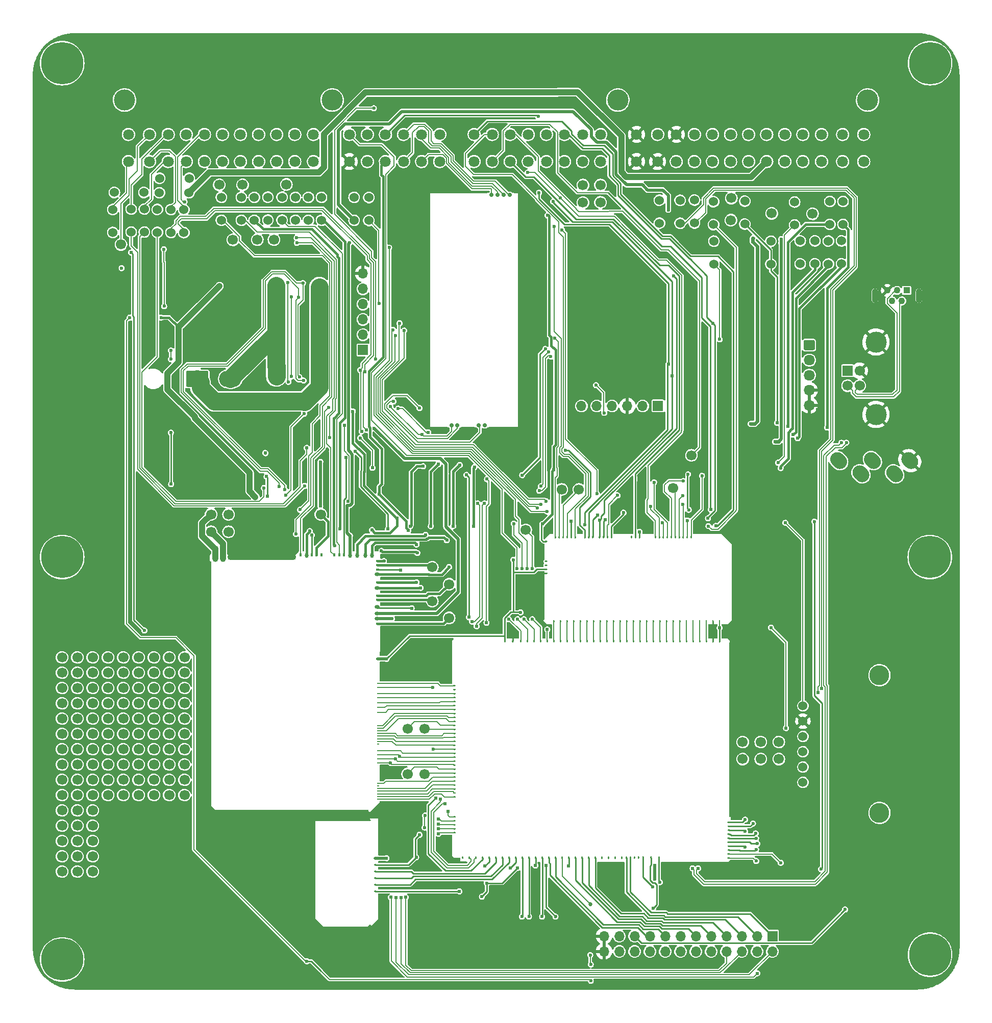
<source format=gbl>
G04 #@! TF.GenerationSoftware,KiCad,Pcbnew,(5.99.0-10559-g8513ca974c)*
G04 #@! TF.CreationDate,2021-09-13T21:16:51+03:00*
G04 #@! TF.ProjectId,hellen64_NB1,68656c6c-656e-4363-945f-4e42312e6b69,b*
G04 #@! TF.SameCoordinates,PX141ef50PYa2cc1bc*
G04 #@! TF.FileFunction,Copper,L2,Bot*
G04 #@! TF.FilePolarity,Positive*
%FSLAX46Y46*%
G04 Gerber Fmt 4.6, Leading zero omitted, Abs format (unit mm)*
G04 Created by KiCad (PCBNEW (5.99.0-10559-g8513ca974c)) date 2021-09-13 21:16:51*
%MOMM*%
%LPD*%
G01*
G04 APERTURE LIST*
G04 #@! TA.AperFunction,ComponentPad*
%ADD10C,0.599999*%
G04 #@! TD*
G04 #@! TA.AperFunction,ComponentPad*
%ADD11C,1.524000*%
G04 #@! TD*
G04 #@! TA.AperFunction,ComponentPad*
%ADD12C,1.700000*%
G04 #@! TD*
G04 #@! TA.AperFunction,ComponentPad*
%ADD13R,1.700000X1.700000*%
G04 #@! TD*
G04 #@! TA.AperFunction,ComponentPad*
%ADD14O,1.700000X1.700000*%
G04 #@! TD*
G04 #@! TA.AperFunction,SMDPad,CuDef*
%ADD15O,0.200000X40.800000*%
G04 #@! TD*
G04 #@! TA.AperFunction,SMDPad,CuDef*
%ADD16O,25.600000X0.200000*%
G04 #@! TD*
G04 #@! TA.AperFunction,SMDPad,CuDef*
%ADD17O,1.000001X1.500000*%
G04 #@! TD*
G04 #@! TA.AperFunction,SMDPad,CuDef*
%ADD18O,11.400000X1.100000*%
G04 #@! TD*
G04 #@! TA.AperFunction,SMDPad,CuDef*
%ADD19O,0.399999X0.599999*%
G04 #@! TD*
G04 #@! TA.AperFunction,SMDPad,CuDef*
%ADD20O,0.599999X0.800001*%
G04 #@! TD*
G04 #@! TA.AperFunction,SMDPad,CuDef*
%ADD21O,0.599999X0.399999*%
G04 #@! TD*
G04 #@! TA.AperFunction,SMDPad,CuDef*
%ADD22O,0.800001X0.599999*%
G04 #@! TD*
G04 #@! TA.AperFunction,SMDPad,CuDef*
%ADD23O,0.399999X0.200000*%
G04 #@! TD*
G04 #@! TA.AperFunction,ComponentPad*
%ADD24C,3.500120*%
G04 #@! TD*
G04 #@! TA.AperFunction,ComponentPad*
%ADD25C,1.800000*%
G04 #@! TD*
G04 #@! TA.AperFunction,ComponentPad*
%ADD26R,1.100000X1.100000*%
G04 #@! TD*
G04 #@! TA.AperFunction,ComponentPad*
%ADD27C,1.100000*%
G04 #@! TD*
G04 #@! TA.AperFunction,ComponentPad*
%ADD28O,1.100000X2.400000*%
G04 #@! TD*
G04 #@! TA.AperFunction,ComponentPad*
%ADD29C,3.500000*%
G04 #@! TD*
G04 #@! TA.AperFunction,ComponentPad*
%ADD30C,3.302000*%
G04 #@! TD*
G04 #@! TA.AperFunction,ComponentPad*
%ADD31C,7.000000*%
G04 #@! TD*
G04 #@! TA.AperFunction,ComponentPad*
%ADD32C,0.700000*%
G04 #@! TD*
G04 #@! TA.AperFunction,SMDPad,CuDef*
%ADD33R,0.250000X39.250000*%
G04 #@! TD*
G04 #@! TA.AperFunction,SMDPad,CuDef*
%ADD34R,9.750000X0.250000*%
G04 #@! TD*
G04 #@! TA.AperFunction,SMDPad,CuDef*
%ADD35R,0.950000X0.250000*%
G04 #@! TD*
G04 #@! TA.AperFunction,SMDPad,CuDef*
%ADD36R,3.100000X0.250000*%
G04 #@! TD*
G04 #@! TA.AperFunction,SMDPad,CuDef*
%ADD37R,5.050000X0.250000*%
G04 #@! TD*
G04 #@! TA.AperFunction,SMDPad,CuDef*
%ADD38R,2.250000X0.250000*%
G04 #@! TD*
G04 #@! TA.AperFunction,ComponentPad*
%ADD39O,3.700000X2.700000*%
G04 #@! TD*
G04 #@! TA.AperFunction,ComponentPad*
%ADD40C,0.600000*%
G04 #@! TD*
G04 #@! TA.AperFunction,ComponentPad*
%ADD41O,1.850000X1.700000*%
G04 #@! TD*
G04 #@! TA.AperFunction,SMDPad,CuDef*
%ADD42C,2.000000*%
G04 #@! TD*
G04 #@! TA.AperFunction,ViaPad*
%ADD43C,0.600000*%
G04 #@! TD*
G04 #@! TA.AperFunction,ViaPad*
%ADD44C,0.685800*%
G04 #@! TD*
G04 #@! TA.AperFunction,ViaPad*
%ADD45C,0.609600*%
G04 #@! TD*
G04 #@! TA.AperFunction,ViaPad*
%ADD46C,1.000000*%
G04 #@! TD*
G04 #@! TA.AperFunction,Conductor*
%ADD47C,0.254000*%
G04 #@! TD*
G04 #@! TA.AperFunction,Conductor*
%ADD48C,1.000000*%
G04 #@! TD*
G04 #@! TA.AperFunction,Conductor*
%ADD49C,0.200000*%
G04 #@! TD*
G04 #@! TA.AperFunction,Conductor*
%ADD50C,0.400000*%
G04 #@! TD*
G04 #@! TA.AperFunction,Conductor*
%ADD51C,0.203200*%
G04 #@! TD*
G04 #@! TA.AperFunction,Conductor*
%ADD52C,0.508000*%
G04 #@! TD*
G04 #@! TA.AperFunction,Conductor*
%ADD53C,0.600000*%
G04 #@! TD*
G04 #@! TA.AperFunction,Conductor*
%ADD54C,3.000000*%
G04 #@! TD*
G04 APERTURE END LIST*
D10*
G04 #@! TO.P,M4,V1,V33*
G04 #@! TO.N,+3V3*
X75468535Y17795040D03*
G04 #@! TO.P,M4,V2,GND*
G04 #@! TO.N,GND*
X77043549Y12890031D03*
G04 #@! TO.P,M4,V3,GND*
X89747567Y12899094D03*
G04 #@! TO.P,M4,V4,SD_CS*
G04 #@! TO.N,/SD_CS*
X81268539Y12220030D03*
G04 #@! TO.P,M4,V5,SD_MOSI*
G04 #@! TO.N,/SD_MOSI*
X82443543Y12220030D03*
G04 #@! TO.P,M4,V6,SD_SCK*
G04 #@! TO.N,/SD_SCK*
X84618537Y12220030D03*
G04 #@! TO.P,M4,V7,SD_MISO*
G04 #@! TO.N,/SD_MISO*
X86843539Y12220030D03*
G04 #@! TD*
D11*
G04 #@! TO.P,R8,1,1*
G04 #@! TO.N,/OUT_BOOST*
X127450000Y120595000D03*
G04 #@! TO.P,R8,2,2*
G04 #@! TO.N,/3T*
X127450000Y124405000D03*
G04 #@! TD*
G04 #@! TO.P,R32,1,1*
G04 #@! TO.N,/OUT_O2H*
X48024428Y127825340D03*
G04 #@! TO.P,R32,2,2*
G04 #@! TO.N,/1U*
X48024428Y131635340D03*
G04 #@! TD*
D12*
G04 #@! TO.P,P5,1,Pin_1*
G04 #@! TO.N,/IO8*
X62302380Y35910220D03*
G04 #@! TD*
G04 #@! TO.P,P6,1,Pin_1*
G04 #@! TO.N,/IO13*
X62302380Y43412400D03*
G04 #@! TD*
G04 #@! TO.P,P47,1,Pin_1*
G04 #@! TO.N,/1N*
X40126680Y124605340D03*
G04 #@! TD*
D13*
G04 #@! TO.P,J27,1,Pin_1*
G04 #@! TO.N,Net-(J27-Pad1)*
X103851680Y97005340D03*
D14*
G04 #@! TO.P,J27,2,Pin_2*
G04 #@! TO.N,Net-(J27-Pad2)*
X101311680Y97005340D03*
G04 #@! TO.P,J27,3,Pin_3*
G04 #@! TO.N,GND*
X98771680Y97005340D03*
G04 #@! TO.P,J27,4,Pin_4*
G04 #@! TO.N,Net-(J27-Pad4)*
X96231680Y97005340D03*
G04 #@! TO.P,J27,5,Pin_5*
G04 #@! TO.N,Net-(J27-Pad5)*
X93691680Y97005340D03*
G04 #@! TO.P,J27,6,Pin_6*
G04 #@! TO.N,unconnected-(J27-Pad6)*
X91151680Y97005340D03*
G04 #@! TD*
D12*
G04 #@! TO.P,P19,1,Pin_1*
G04 #@! TO.N,/3L*
X115951680Y127855340D03*
G04 #@! TD*
G04 #@! TO.P,G4,1*
G04 #@! TO.N,Net-(G4-Pad1)*
X20210000Y45097322D03*
G04 #@! TO.P,G4,2*
G04 #@! TO.N,Net-(G4-Pad12)*
X20210000Y47637322D03*
G04 #@! TO.P,G4,3*
G04 #@! TO.N,Net-(G4-Pad13)*
X20210000Y50177322D03*
G04 #@! TO.P,G4,4*
G04 #@! TO.N,Net-(G4-Pad14)*
X20210000Y52717322D03*
G04 #@! TO.P,G4,5*
G04 #@! TO.N,Net-(G4-Pad10)*
X20210000Y55257322D03*
G04 #@! TO.P,G4,6*
G04 #@! TO.N,Net-(G4-Pad1)*
X22750000Y45097322D03*
G04 #@! TO.P,G4,7*
G04 #@! TO.N,Net-(G4-Pad12)*
X22750000Y47637322D03*
G04 #@! TO.P,G4,8*
G04 #@! TO.N,Net-(G4-Pad13)*
X22750000Y50177322D03*
G04 #@! TO.P,G4,9*
G04 #@! TO.N,Net-(G4-Pad14)*
X22750000Y52717322D03*
G04 #@! TO.P,G4,10*
G04 #@! TO.N,Net-(G4-Pad10)*
X22750000Y55257322D03*
G04 #@! TO.P,G4,11*
G04 #@! TO.N,Net-(G4-Pad1)*
X25290000Y45097322D03*
G04 #@! TO.P,G4,12*
G04 #@! TO.N,Net-(G4-Pad12)*
X25290000Y47637322D03*
G04 #@! TO.P,G4,13*
G04 #@! TO.N,Net-(G4-Pad13)*
X25290000Y50177322D03*
G04 #@! TO.P,G4,14*
G04 #@! TO.N,Net-(G4-Pad14)*
X25290000Y52717322D03*
G04 #@! TO.P,G4,15*
G04 #@! TO.N,Net-(G4-Pad10)*
X25290000Y55257322D03*
G04 #@! TD*
G04 #@! TO.P,P10,1,Pin_1*
G04 #@! TO.N,/2N*
X91401680Y130755340D03*
G04 #@! TD*
D11*
G04 #@! TO.P,R21,1,1*
G04 #@! TO.N,/IN_TEMP_OR_PPS2*
X55876680Y127800319D03*
G04 #@! TO.P,R21,2,2*
G04 #@! TO.N,Net-(P2-Pad66)*
X55876680Y131610319D03*
G04 #@! TD*
D12*
G04 #@! TO.P,P12,1,Pin_1*
G04 #@! TO.N,/OUT_SOLENOID_A1*
X29701680Y79005340D03*
G04 #@! TD*
G04 #@! TO.P,G12,1*
G04 #@! TO.N,Net-(G12-Pad1)*
X12590000Y32397322D03*
G04 #@! TO.P,G12,2*
G04 #@! TO.N,Net-(G12-Pad12)*
X12590000Y34937322D03*
G04 #@! TO.P,G12,3*
G04 #@! TO.N,Net-(G12-Pad13)*
X12590000Y37477322D03*
G04 #@! TO.P,G12,4*
G04 #@! TO.N,Net-(G12-Pad14)*
X12590000Y40017322D03*
G04 #@! TO.P,G12,5*
G04 #@! TO.N,Net-(G12-Pad10)*
X12590000Y42557322D03*
G04 #@! TO.P,G12,6*
G04 #@! TO.N,Net-(G12-Pad1)*
X15130000Y32397322D03*
G04 #@! TO.P,G12,7*
G04 #@! TO.N,Net-(G12-Pad12)*
X15130000Y34937322D03*
G04 #@! TO.P,G12,8*
G04 #@! TO.N,Net-(G12-Pad13)*
X15130000Y37477322D03*
G04 #@! TO.P,G12,9*
G04 #@! TO.N,Net-(G12-Pad14)*
X15130000Y40017322D03*
G04 #@! TO.P,G12,10*
G04 #@! TO.N,Net-(G12-Pad10)*
X15130000Y42557322D03*
G04 #@! TO.P,G12,11*
G04 #@! TO.N,Net-(G12-Pad1)*
X17670000Y32397322D03*
G04 #@! TO.P,G12,12*
G04 #@! TO.N,Net-(G12-Pad12)*
X17670000Y34937322D03*
G04 #@! TO.P,G12,13*
G04 #@! TO.N,Net-(G12-Pad13)*
X17670000Y37477322D03*
G04 #@! TO.P,G12,14*
G04 #@! TO.N,Net-(G12-Pad14)*
X17670000Y40017322D03*
G04 #@! TO.P,G12,15*
G04 #@! TO.N,Net-(G12-Pad10)*
X17670000Y42557322D03*
G04 #@! TD*
G04 #@! TO.P,M5,G,GND*
G04 #@! TO.N,GND*
G04 #@! TA.AperFunction,SMDPad,CuDef*
G36*
G01*
X29688694Y30610985D02*
X30395800Y29903879D01*
G75*
G02*
X30395800Y29762457I-70711J-70711D01*
G01*
X30395800Y29762457D01*
G75*
G02*
X30254378Y29762457I-70711J70711D01*
G01*
X29547272Y30469563D01*
G75*
G02*
X29547272Y30610985I70711J70711D01*
G01*
X29547272Y30610985D01*
G75*
G02*
X29688694Y30610985I70711J-70711D01*
G01*
G37*
G04 #@! TD.AperFunction*
D15*
X29616538Y50856720D03*
D16*
X43016539Y29831718D03*
D17*
G04 #@! TO.P,M5,S1,OUT_SOLENOID_A1*
G04 #@! TO.N,/OUT_SOLENOID_A1*
X30414997Y71843006D03*
G04 #@! TO.P,M5,S2,OUT_SOLENOID_A2*
G04 #@! TO.N,/OUT_SOLENOID_A2*
X31670862Y71843006D03*
D18*
G04 #@! TO.P,M5,S3,GND*
G04 #@! TO.N,GND*
X38114997Y71968007D03*
D19*
G04 #@! TO.P,M5,S6,OUT_PP2*
G04 #@! TO.N,/OUT_TACH*
X44564989Y72268006D03*
D20*
G04 #@! TO.P,M5,S7,OUT_LOW3_DUAL*
G04 #@! TO.N,/OUT_O2H*
X45540001Y72168001D03*
D19*
G04 #@! TO.P,M5,S8,OUT_LOW1*
G04 #@! TO.N,/OUT_ECF_RELAY*
X46409758Y72268006D03*
G04 #@! TO.P,M5,S9,OUT_HIGH2*
G04 #@! TO.N,/OUT_HIGH2*
X47139995Y72268006D03*
G04 #@! TO.P,M5,S10,OUT_LOW11*
G04 #@! TO.N,unconnected-(M5-PadS10)*
X48034758Y72268006D03*
G04 #@! TO.P,M5,S12,OUT_LOW8_PULLUP*
G04 #@! TO.N,/OUT_AC_RELAY*
X50109758Y72268006D03*
G04 #@! TO.P,M5,S13,OUT_LOW12*
G04 #@! TO.N,/OUT_ALT_WARNING*
X51009754Y72268006D03*
G04 #@! TO.P,M5,S14,OUT_LOW9*
G04 #@! TO.N,/OUT_PUMP_RELAY*
X51719996Y72268006D03*
D20*
G04 #@! TO.P,M5,S15,OUT_INJ6*
G04 #@! TO.N,/OUT_BOOST*
X52739997Y72168006D03*
G04 #@! TO.P,M5,S16,OUT_INJ2*
G04 #@! TO.N,/OUT_INJ2*
X53914996Y72168006D03*
G04 #@! TO.P,M5,S17,OUT_INJ3*
G04 #@! TO.N,/OUT_INJ3*
X55264995Y72168006D03*
G04 #@! TO.P,M5,S18,OUT_INJ1*
G04 #@! TO.N,/OUT_INJ1*
X56439994Y72168006D03*
D21*
G04 #@! TO.P,M5,W1,OUT_LOW2*
G04 #@! TO.N,/OUT_AC_FAN_RELAY*
X57339995Y71237767D03*
G04 #@! TO.P,M5,W2,OUT_LOW10*
G04 #@! TO.N,/OUT_LOW9*
X57339995Y70543008D03*
G04 #@! TO.P,M5,W3,OUT_LOW6_DIODE*
G04 #@! TO.N,/OUT_CHECK_ENGINE*
X57339995Y69862768D03*
D22*
G04 #@! TO.P,M5,W4,OUT_LOW4_DUAL*
G04 #@! TO.N,/OUT_O2H2*
X57244997Y69043006D03*
D21*
G04 #@! TO.P,M5,W6,OUT_PP1*
G04 #@! TO.N,/OUT_ALTERNATOR*
X57339995Y67737769D03*
D22*
G04 #@! TO.P,M5,W7,OUT_INJ4*
G04 #@! TO.N,/OUT_INJ4*
X57244997Y66768004D03*
D21*
G04 #@! TO.P,M5,W8,OUT_HIGH1*
G04 #@! TO.N,/OUT_HIGH1*
X57339995Y65493006D03*
G04 #@! TO.P,M5,W9,OUT_LOW7_PULLUP*
G04 #@! TO.N,/OUT_LOW5_PULLUP*
X57339995Y64843004D03*
D22*
G04 #@! TO.P,M5,W10,OUT_INJ5*
G04 #@! TO.N,/OUT_VVT*
X57244997Y63643004D03*
G04 #@! TO.P,M5,W11,OUT_INJ8*
G04 #@! TO.N,/OUT_VICS*
X57244997Y62568000D03*
G04 #@! TO.P,M5,W12,OUT_INJ7*
G04 #@! TO.N,/OUT_IDLE*
X57244997Y61692998D03*
D21*
G04 #@! TO.P,M5,W13,OUT_LOW5_MAIN*
G04 #@! TO.N,/OUT_LOW3_DUAL*
X57339995Y60868006D03*
G04 #@! TO.P,M5,W14,V5*
G04 #@! TO.N,+5V*
X57339995Y55018005D03*
D23*
G04 #@! TO.P,M5,W15,INJ8*
G04 #@! TO.N,/INJ8*
X57444996Y50963035D03*
G04 #@! TO.P,M5,W16,INJ7*
G04 #@! TO.N,/IDLE*
X57444996Y50303033D03*
G04 #@! TO.P,M5,W17,INJ6*
G04 #@! TO.N,/INJ6*
X57444996Y49243005D03*
G04 #@! TO.P,M5,W18,INJ5*
G04 #@! TO.N,/INJ5*
X57444996Y48538920D03*
G04 #@! TO.P,M5,W19,INJ4*
G04 #@! TO.N,/INJ4*
X57444996Y47738881D03*
G04 #@! TO.P,M5,W20,INJ3*
G04 #@! TO.N,/INJ3*
X57444996Y46938842D03*
G04 #@! TO.P,M5,W21,LOW1*
G04 #@! TO.N,/ECF*
X57444996Y46143006D03*
G04 #@! TO.P,M5,W22,PP2*
G04 #@! TO.N,/PP2*
X57444996Y43948004D03*
G04 #@! TO.P,M5,W23,INJ2*
G04 #@! TO.N,/INJ2*
X57444996Y43508005D03*
G04 #@! TO.P,M5,W24,INJ1*
G04 #@! TO.N,/INJ1*
X57444996Y43068006D03*
G04 #@! TO.P,M5,W25,LOW6_DIODE*
G04 #@! TO.N,/CE*
X57444996Y42628004D03*
G04 #@! TO.P,M5,W26,LOW10*
G04 #@! TO.N,/LOW9*
X57444996Y42188005D03*
G04 #@! TO.P,M5,W27,LOW9*
G04 #@! TO.N,/PUMP*
X57444996Y41748006D03*
G04 #@! TO.P,M5,W28,PP1*
G04 #@! TO.N,/PP1*
X57444996Y41308004D03*
G04 #@! TO.P,M5,W29,LOW2*
G04 #@! TO.N,unconnected-(M5-PadW29)*
X57444996Y40868005D03*
G04 #@! TO.P,M5,W30,SOLENOID_B2*
G04 #@! TO.N,/SOLENOID_B2*
X57444996Y39743034D03*
G04 #@! TO.P,M5,W31,SOLENOID_B1*
G04 #@! TO.N,/-ETB*
X57444996Y39083036D03*
G04 #@! TO.P,M5,W32,SOLENOID_A2*
G04 #@! TO.N,/+ETB*
X57444996Y38423034D03*
G04 #@! TO.P,M5,W33,SOLENOID_A1*
G04 #@! TO.N,/ETB_EN*
X57444996Y37763036D03*
G04 #@! TO.P,M5,W34,LOW4_DUAL*
G04 #@! TO.N,/LOW2_DUAL*
X57444996Y34358006D03*
G04 #@! TO.P,M5,W35,LOW11*
G04 #@! TO.N,unconnected-(M5-PadW35)*
X57444996Y33918007D03*
G04 #@! TO.P,M5,W36,LOW12*
G04 #@! TO.N,/ALT_WARN*
X57444996Y33478005D03*
G04 #@! TO.P,M5,W37,LOW8_HIGH2*
G04 #@! TO.N,/LOW6_HIGH2*
X57444996Y33038006D03*
G04 #@! TO.P,M5,W38,LOW3_DUAL*
G04 #@! TO.N,/LOW1_DUAL*
X57444996Y32598007D03*
G04 #@! TO.P,M5,W39,LOW7_HIGH1*
G04 #@! TO.N,/LOW5_HIGH1*
X57444996Y32158005D03*
G04 #@! TO.P,M5,W40,LOW5_MAIN*
G04 #@! TO.N,/LOW3_DUAL*
X57444996Y31718006D03*
G04 #@! TD*
D11*
G04 #@! TO.P,R36,1,1*
G04 #@! TO.N,/OUT_AC_FAN_RELAY*
X31401680Y127825340D03*
G04 #@! TO.P,R36,2,2*
G04 #@! TO.N,Net-(P2-Pad5)*
X31401680Y131635340D03*
G04 #@! TD*
G04 #@! TO.P,R48,1,1*
G04 #@! TO.N,/IN_CLUTCH*
X113076680Y127100319D03*
G04 #@! TO.P,R48,2,2*
G04 #@! TO.N,/3I*
X113076680Y130910319D03*
G04 #@! TD*
D12*
G04 #@! TO.P,P15,1,Pin_1*
G04 #@! TO.N,/2M*
X91401680Y133680340D03*
G04 #@! TD*
D11*
G04 #@! TO.P,R24,1,1*
G04 #@! TO.N,/IN_O2S2*
X113126680Y120550340D03*
G04 #@! TO.P,R24,2,2*
G04 #@! TO.N,/3J*
X113126680Y124360340D03*
G04 #@! TD*
G04 #@! TO.P,R33,1,1*
G04 #@! TO.N,/OUT_AC_RELAY*
X43701680Y127825340D03*
G04 #@! TO.P,R33,2,2*
G04 #@! TO.N,Net-(P2-Pad10)*
X43701680Y131635340D03*
G04 #@! TD*
G04 #@! TO.P,R42,1,1*
G04 #@! TO.N,+12V_PERM*
X13391221Y125804438D03*
G04 #@! TO.P,R42,2,2*
G04 #@! TO.N,/1A*
X13391221Y129614438D03*
G04 #@! TD*
D24*
G04 #@! TO.P,P2,*
G04 #@! TO.N,*
X138640980Y147779760D03*
X15340980Y147779760D03*
X49790980Y147779760D03*
X97190980Y147779760D03*
D25*
G04 #@! TO.P,P2,1,1A*
G04 #@! TO.N,/1A*
X15990980Y137579120D03*
G04 #@! TO.P,P2,2,1C*
G04 #@! TO.N,/1C*
X19488560Y137579120D03*
G04 #@! TO.P,P2,3,1E*
G04 #@! TO.N,/1E*
X22589900Y137579120D03*
G04 #@! TO.P,P2,4,1G*
G04 #@! TO.N,/1G*
X25589640Y137579120D03*
G04 #@! TO.P,P2,5,1I*
G04 #@! TO.N,Net-(P2-Pad5)*
X28589380Y137579120D03*
G04 #@! TO.P,P2,6,1K*
G04 #@! TO.N,Net-(P2-Pad6)*
X31589120Y137579120D03*
G04 #@! TO.P,P2,7,1M*
G04 #@! TO.N,/1M*
X34588860Y137579120D03*
G04 #@! TO.P,P2,8,1O*
G04 #@! TO.N,/1O*
X37588600Y137579120D03*
G04 #@! TO.P,P2,9,1Q*
G04 #@! TO.N,/1Q*
X40588340Y137579120D03*
G04 #@! TO.P,P2,10,1S*
G04 #@! TO.N,Net-(P2-Pad10)*
X43588080Y137579120D03*
G04 #@! TO.P,P2,11,1U*
G04 #@! TO.N,/1U*
X46689420Y137579120D03*
G04 #@! TO.P,P2,12,1B*
G04 #@! TO.N,/1B*
X15990980Y142080000D03*
G04 #@! TO.P,P2,13,1D*
G04 #@! TO.N,/1D*
X19488560Y142080000D03*
G04 #@! TO.P,P2,14,1F*
G04 #@! TO.N,/1F*
X22589900Y142080000D03*
G04 #@! TO.P,P2,15,1H*
G04 #@! TO.N,/1H*
X25589640Y142080000D03*
G04 #@! TO.P,P2,16,1J*
G04 #@! TO.N,/1J*
X28589380Y142080000D03*
G04 #@! TO.P,P2,17,1L*
G04 #@! TO.N,/1L*
X31589120Y142080000D03*
G04 #@! TO.P,P2,18,1N*
G04 #@! TO.N,/1N*
X34588860Y142080000D03*
G04 #@! TO.P,P2,19,1P*
G04 #@! TO.N,/1P*
X37588600Y142080000D03*
G04 #@! TO.P,P2,20,1R*
G04 #@! TO.N,Net-(P2-Pad20)*
X40588340Y142080000D03*
G04 #@! TO.P,P2,21,1T*
G04 #@! TO.N,Net-(P2-Pad21)*
X43588080Y142080000D03*
G04 #@! TO.P,P2,22,1V*
G04 #@! TO.N,/1V*
X46689420Y142080000D03*
G04 #@! TO.P,P2,23,2A*
G04 #@! TO.N,/IN_PRESSURE*
X73340980Y137579120D03*
G04 #@! TO.P,P2,24,2C*
G04 #@! TO.N,/IN_AFR*
X76340720Y137579120D03*
G04 #@! TO.P,P2,25,2E*
G04 #@! TO.N,/IN_CLT*
X79340460Y137579120D03*
G04 #@! TO.P,P2,26,2G*
G04 #@! TO.N,/IN_O2S3*
X82340200Y137579120D03*
G04 #@! TO.P,P2,27,2I*
G04 #@! TO.N,+5VA*
X85342480Y137579120D03*
G04 #@! TO.P,P2,28,2K*
G04 #@! TO.N,/OUT_TACH*
X88342220Y137579120D03*
G04 #@! TO.P,P2,29,2M*
G04 #@! TO.N,/2M*
X91341960Y137579120D03*
G04 #@! TO.P,P2,30,2O*
G04 #@! TO.N,/2O*
X94341700Y137579120D03*
G04 #@! TO.P,P2,31,2B*
G04 #@! TO.N,/IN_IAT*
X73340980Y142080000D03*
G04 #@! TO.P,P2,32,2D*
G04 #@! TO.N,/IN_VSS*
X76340720Y142080000D03*
G04 #@! TO.P,P2,33,2F*
G04 #@! TO.N,/IN_KNOCK_RAW*
X79340460Y142080000D03*
G04 #@! TO.P,P2,34,2H*
G04 #@! TO.N,/IN_CAM*
X82340200Y142080000D03*
G04 #@! TO.P,P2,35,2J*
G04 #@! TO.N,/IN_CRANK*
X85342480Y142080000D03*
G04 #@! TO.P,P2,36,2L*
G04 #@! TO.N,/IN_MAF*
X88342220Y142080000D03*
G04 #@! TO.P,P2,37,2N*
G04 #@! TO.N,/2N*
X91341960Y142080000D03*
G04 #@! TO.P,P2,38,2P*
G04 #@! TO.N,/2P*
X94341700Y142080000D03*
G04 #@! TO.P,P2,39,3A*
G04 #@! TO.N,GND*
X100287840Y137579120D03*
G04 #@! TO.P,P2,40,3C*
X103787960Y137579120D03*
G04 #@! TO.P,P2,41,3E*
G04 #@! TO.N,/IN_TPS*
X106891840Y137579120D03*
G04 #@! TO.P,P2,42,3G*
G04 #@! TO.N,/3G*
X109891580Y137579120D03*
G04 #@! TO.P,P2,43,3I*
G04 #@! TO.N,/3I*
X112891320Y137579120D03*
G04 #@! TO.P,P2,44,3K*
G04 #@! TO.N,/3K*
X115891060Y137579120D03*
G04 #@! TO.P,P2,45,3M*
G04 #@! TO.N,/OUT_IDLE*
X118890800Y137579120D03*
G04 #@! TO.P,P2,46,3O*
G04 #@! TO.N,+12V_RAW*
X121890540Y137579120D03*
G04 #@! TO.P,P2,47,3Q*
G04 #@! TO.N,/OUT_VICS*
X124890280Y137579120D03*
G04 #@! TO.P,P2,48,3S*
G04 #@! TO.N,/3S*
X127890020Y137579120D03*
G04 #@! TO.P,P2,49,3U*
G04 #@! TO.N,/3U*
X130991360Y137579120D03*
G04 #@! TO.P,P2,50,3W*
G04 #@! TO.N,/3W*
X134491480Y137579120D03*
G04 #@! TO.P,P2,51,3Y*
G04 #@! TO.N,/3Y*
X137991600Y137579120D03*
G04 #@! TO.P,P2,52,3B*
G04 #@! TO.N,GND*
X100287840Y142080000D03*
G04 #@! TO.P,P2,53,3D*
G04 #@! TO.N,/3D*
X103787960Y142080000D03*
G04 #@! TO.P,P2,54,3F*
G04 #@! TO.N,GND*
X106891840Y142080000D03*
G04 #@! TO.P,P2,55,3H*
G04 #@! TO.N,/3H*
X109891580Y142080000D03*
G04 #@! TO.P,P2,56,3J*
G04 #@! TO.N,/3J*
X112891320Y142080000D03*
G04 #@! TO.P,P2,57,3L*
G04 #@! TO.N,/3L*
X115891060Y142080000D03*
G04 #@! TO.P,P2,58,3N*
G04 #@! TO.N,/3N*
X118890800Y142080000D03*
G04 #@! TO.P,P2,59,3P*
G04 #@! TO.N,Net-(P2-Pad59)*
X121890540Y142080000D03*
G04 #@! TO.P,P2,60,3R*
G04 #@! TO.N,/3R*
X124890280Y142080000D03*
G04 #@! TO.P,P2,61,3T*
G04 #@! TO.N,/3T*
X127890020Y142080000D03*
G04 #@! TO.P,P2,62,3V*
G04 #@! TO.N,/3V*
X130991360Y142080000D03*
G04 #@! TO.P,P2,63,3X*
G04 #@! TO.N,/3X*
X134491480Y142080000D03*
G04 #@! TO.P,P2,64,3Z*
G04 #@! TO.N,/3Z*
X137991600Y142080000D03*
G04 #@! TO.P,P2,65,4A*
G04 #@! TO.N,GND*
X52640980Y137579120D03*
G04 #@! TO.P,P2,66,4C*
G04 #@! TO.N,Net-(P2-Pad66)*
X55640720Y137579120D03*
G04 #@! TO.P,P2,67,4E*
G04 #@! TO.N,/OUT_VVT*
X58640460Y137579120D03*
G04 #@! TO.P,P2,68,4G*
G04 #@! TO.N,/WBO_Vs{slash}Ip*
X61640200Y137579120D03*
G04 #@! TO.P,P2,69,4I*
G04 #@! TO.N,/WBO_R_Trim*
X64642480Y137579120D03*
G04 #@! TO.P,P2,70,4K*
G04 #@! TO.N,/4K*
X67642220Y137579120D03*
G04 #@! TO.P,P2,71,4B*
G04 #@! TO.N,/IN_DIGITAL*
X52640980Y142080000D03*
G04 #@! TO.P,P2,72,4D*
G04 #@! TO.N,Net-(P2-Pad72)*
X55640720Y142080000D03*
G04 #@! TO.P,P2,73,4F*
G04 #@! TO.N,+5VA*
X58640460Y142080000D03*
G04 #@! TO.P,P2,74,4H*
G04 #@! TO.N,/WBO_Vs*
X61640200Y142080000D03*
G04 #@! TO.P,P2,75,4J*
G04 #@! TO.N,/WBO_Ip*
X64642480Y142080000D03*
G04 #@! TO.P,P2,76,4L*
G04 #@! TO.N,/4L*
X67642220Y142080000D03*
G04 #@! TD*
D12*
G04 #@! TO.P,P56,1,Pin_1*
G04 #@! TO.N,Net-(P2-Pad21)*
X42200000Y133780340D03*
G04 #@! TD*
G04 #@! TO.P,P52,1,Pin_1*
G04 #@! TO.N,/3U*
X129494479Y128900000D03*
G04 #@! TD*
G04 #@! TO.P,P44,1,Pin_1*
G04 #@! TO.N,/IN_SENS3*
X90726680Y83130340D03*
G04 #@! TD*
G04 #@! TO.P,P13,1,Pin_1*
G04 #@! TO.N,/OUT_SOLENOID_B1*
X32601680Y76105340D03*
G04 #@! TD*
G04 #@! TO.P,P29,1,Pin_1*
G04 #@! TO.N,/OUT_IGN5*
X120901680Y41205340D03*
G04 #@! TD*
D11*
G04 #@! TO.P,R43,1,1*
G04 #@! TO.N,/OUT_BOOST*
X53426680Y127825340D03*
G04 #@! TO.P,R43,2,2*
G04 #@! TO.N,Net-(P2-Pad72)*
X53426680Y131635340D03*
G04 #@! TD*
D26*
G04 #@! TO.P,J1,1,VBUS*
G04 #@! TO.N,/VBUS*
X145101680Y116180340D03*
D27*
G04 #@! TO.P,J1,2,D-*
G04 #@! TO.N,/USB-*
X144301680Y114430340D03*
G04 #@! TO.P,J1,3,D+*
G04 #@! TO.N,/USB+*
X143501680Y116180340D03*
G04 #@! TO.P,J1,4,ID*
G04 #@! TO.N,unconnected-(J1-Pad4)*
X142701680Y114430340D03*
G04 #@! TO.P,J1,5,GND*
G04 #@! TO.N,GND*
X141901680Y116180340D03*
D28*
G04 #@! TO.P,J1,6,Shield*
X147151680Y115305340D03*
X139851680Y115305340D03*
G04 #@! TD*
D13*
G04 #@! TO.P,J6,1,Pin_1*
G04 #@! TO.N,+5VA*
X54901680Y106280340D03*
D14*
G04 #@! TO.P,J6,2,Pin_2*
G04 #@! TO.N,/IN_TPS*
X54901680Y108820340D03*
G04 #@! TO.P,J6,3,Pin_3*
G04 #@! TO.N,/IN_TPS2*
X54901680Y111360340D03*
G04 #@! TO.P,J6,4,Pin_4*
G04 #@! TO.N,/IN_PPS*
X54901680Y113900340D03*
G04 #@! TO.P,J6,5,Pin_5*
G04 #@! TO.N,/IN_TEMP_OR_PPS2*
X54901680Y116440340D03*
G04 #@! TO.P,J6,6,Pin_6*
G04 #@! TO.N,GND*
X54901680Y118980340D03*
G04 #@! TD*
D12*
G04 #@! TO.P,P30,1,Pin_1*
G04 #@! TO.N,/OUT_IGN6*
X120901680Y38370220D03*
G04 #@! TD*
D13*
G04 #@! TO.P,J5,1,VBUS*
G04 #@! TO.N,/VBUS*
X135316680Y102855340D03*
D12*
G04 #@! TO.P,J5,2,D-*
G04 #@! TO.N,/USB-*
X135316680Y100355340D03*
G04 #@! TO.P,J5,3,D+*
G04 #@! TO.N,/USB+*
X137316680Y100355340D03*
G04 #@! TO.P,J5,4,GND*
G04 #@! TO.N,GND*
X137316680Y102855340D03*
D29*
G04 #@! TO.P,J5,5,Shield*
X140026680Y95585340D03*
X140026680Y107625340D03*
G04 #@! TD*
D12*
G04 #@! TO.P,P4,1,Pin_1*
G04 #@! TO.N,/IO12*
X65112640Y43410220D03*
G04 #@! TD*
G04 #@! TO.P,P25,1,Pin_1*
G04 #@! TO.N,/OUT_IGN4*
X123901680Y38370220D03*
G04 #@! TD*
D10*
G04 #@! TO.P,M8,V1,V5*
G04 #@! TO.N,+5V*
X59459042Y96874902D03*
G04 #@! TO.P,M8,V2,CAN_VIO*
G04 #@! TO.N,Net-(M12-PadW2)*
X59984042Y97749904D03*
G04 #@! TO.P,M8,V5,CAN_TX*
G04 #@! TO.N,Net-(M12-PadW4)*
X60734040Y96574900D03*
G04 #@! TO.P,M8,V6,CAN_RX*
G04 #@! TO.N,Net-(M12-PadW3)*
X64284041Y96649903D03*
G04 #@! TD*
D30*
G04 #@! TO.P,U2,*
G04 #@! TO.N,*
X140601680Y52290340D03*
X140601680Y29430340D03*
D11*
G04 #@! TO.P,U2,1,VOUT*
G04 #@! TO.N,/IN_MAP3*
X127901680Y47210340D03*
G04 #@! TO.P,U2,2,GND*
G04 #@! TO.N,GND*
X127901680Y44670340D03*
G04 #@! TO.P,U2,3,VCC*
G04 #@! TO.N,+5VA*
X127901680Y42130340D03*
G04 #@! TO.P,U2,4,V1*
G04 #@! TO.N,unconnected-(U2-Pad4)*
X127901680Y39590340D03*
G04 #@! TO.P,U2,5,V2*
G04 #@! TO.N,unconnected-(U2-Pad5)*
X127901680Y37050340D03*
G04 #@! TO.P,U2,6,V_EX*
G04 #@! TO.N,unconnected-(U2-Pad6)*
X127901680Y34510340D03*
G04 #@! TD*
G04 #@! TO.P,R17,1,1*
G04 #@! TO.N,/3W*
X132376680Y130951040D03*
G04 #@! TO.P,R17,2,2*
G04 #@! TO.N,/OUT_INJ1*
X132376680Y127141040D03*
G04 #@! TD*
D12*
G04 #@! TO.P,G6,1*
G04 #@! TO.N,Net-(G6-Pad1)*
X4970000Y45097322D03*
G04 #@! TO.P,G6,2*
G04 #@! TO.N,Net-(G6-Pad12)*
X4970000Y47637322D03*
G04 #@! TO.P,G6,3*
G04 #@! TO.N,Net-(G6-Pad13)*
X4970000Y50177322D03*
G04 #@! TO.P,G6,4*
G04 #@! TO.N,Net-(G6-Pad14)*
X4970000Y52717322D03*
G04 #@! TO.P,G6,5*
G04 #@! TO.N,Net-(G6-Pad10)*
X4970000Y55257322D03*
G04 #@! TO.P,G6,6*
G04 #@! TO.N,Net-(G6-Pad1)*
X7510000Y45097322D03*
G04 #@! TO.P,G6,7*
G04 #@! TO.N,Net-(G6-Pad12)*
X7510000Y47637322D03*
G04 #@! TO.P,G6,8*
G04 #@! TO.N,Net-(G6-Pad13)*
X7510000Y50177322D03*
G04 #@! TO.P,G6,9*
G04 #@! TO.N,Net-(G6-Pad14)*
X7510000Y52717322D03*
G04 #@! TO.P,G6,10*
G04 #@! TO.N,Net-(G6-Pad10)*
X7510000Y55257322D03*
G04 #@! TO.P,G6,11*
G04 #@! TO.N,Net-(G6-Pad1)*
X10050000Y45097322D03*
G04 #@! TO.P,G6,12*
G04 #@! TO.N,Net-(G6-Pad12)*
X10050000Y47637322D03*
G04 #@! TO.P,G6,13*
G04 #@! TO.N,Net-(G6-Pad13)*
X10050000Y50177322D03*
G04 #@! TO.P,G6,14*
G04 #@! TO.N,Net-(G6-Pad14)*
X10050000Y52717322D03*
G04 #@! TO.P,G6,15*
G04 #@! TO.N,Net-(G6-Pad10)*
X10050000Y55257322D03*
G04 #@! TD*
G04 #@! TO.P,P55,1,Pin_1*
G04 #@! TO.N,/3K*
X116026680Y131505340D03*
G04 #@! TD*
G04 #@! TO.P,P17,1,Pin_1*
G04 #@! TO.N,/OUT_LOW3_DUAL*
X69201680Y61805340D03*
G04 #@! TD*
D10*
G04 #@! TO.P,M13,V1,V5*
G04 #@! TO.N,+5V*
X103293541Y18453558D03*
G04 #@! TO.P,M13,V2,CAN_VIO*
G04 #@! TO.N,/CAN_VIO*
X104168543Y17928558D03*
G04 #@! TO.P,M13,V5,CAN_TX*
G04 #@! TO.N,/CAN_TX*
X102993539Y17178560D03*
G04 #@! TO.P,M13,V6,CAN_RX*
G04 #@! TO.N,/CAN_RX*
X103068542Y13628559D03*
G04 #@! TD*
D12*
G04 #@! TO.P,P11,1,Pin_1*
G04 #@! TO.N,/OUT_SOLENOID_A2*
X29701680Y76105340D03*
G04 #@! TD*
G04 #@! TO.P,P50,1,Pin_1*
G04 #@! TO.N,Net-(P2-Pad6)*
X31051680Y133705340D03*
G04 #@! TD*
D11*
G04 #@! TO.P,R40,1,1*
G04 #@! TO.N,/CAN+*
X23041221Y125799438D03*
G04 #@! TO.P,R40,2,2*
G04 #@! TO.N,/1C*
X23041221Y129609438D03*
G04 #@! TD*
D31*
G04 #@! TO.P,J13,1,Pin_1*
G04 #@! TO.N,unconnected-(J13-Pad1)*
X5000000Y5100000D03*
G04 #@! TD*
G04 #@! TO.P,M7,G,GND*
G04 #@! TO.N,GND*
G04 #@! TA.AperFunction,SMDPad,CuDef*
G36*
G01*
X56102211Y28111700D02*
X46932213Y28111700D01*
G75*
G02*
X46832213Y28211700I0J100000D01*
G01*
X46832213Y28211700D01*
G75*
G02*
X46932213Y28311700I100000J0D01*
G01*
X56102211Y28311700D01*
G75*
G02*
X56202211Y28211700I0J-100000D01*
G01*
X56202211Y28211700D01*
G75*
G02*
X56102211Y28111700I-100000J0D01*
G01*
G37*
G04 #@! TD.AperFunction*
G04 #@! TA.AperFunction,SMDPad,CuDef*
G36*
G01*
X46995234Y11903931D02*
X48402376Y10496789D01*
G75*
G02*
X48402376Y10355367I-70711J-70711D01*
G01*
X48402376Y10355367D01*
G75*
G02*
X48260954Y10355367I-70711J70711D01*
G01*
X46853812Y11762509D01*
G75*
G02*
X46853812Y11903931I70711J70711D01*
G01*
X46853812Y11903931D01*
G75*
G02*
X46995234Y11903931I70711J-70711D01*
G01*
G37*
G04 #@! TD.AperFunction*
G04 #@! TA.AperFunction,SMDPad,CuDef*
G36*
G01*
X55594167Y10500761D02*
X56018431Y10925025D01*
G75*
G02*
X56159853Y10925025I70711J-70711D01*
G01*
X56159853Y10925025D01*
G75*
G02*
X56159853Y10783603I-70711J-70711D01*
G01*
X55735589Y10359339D01*
G75*
G02*
X55594167Y10359339I-70711J70711D01*
G01*
X55594167Y10359339D01*
G75*
G02*
X55594167Y10500761I70711J70711D01*
G01*
G37*
G04 #@! TD.AperFunction*
G04 #@! TA.AperFunction,SMDPad,CuDef*
G36*
G01*
X46822400Y11839779D02*
X46822400Y28189779D01*
G75*
G02*
X46922400Y28289779I100000J0D01*
G01*
X46922400Y28289779D01*
G75*
G02*
X47022400Y28189779I0J-100000D01*
G01*
X47022400Y11839779D01*
G75*
G02*
X46922400Y11739779I-100000J0D01*
G01*
X46922400Y11739779D01*
G75*
G02*
X46822400Y11839779I0J100000D01*
G01*
G37*
G04 #@! TD.AperFunction*
G04 #@! TA.AperFunction,SMDPad,CuDef*
G36*
G01*
X48361543Y10519216D02*
X55651543Y10519216D01*
G75*
G02*
X55751543Y10419216I0J-100000D01*
G01*
X55751543Y10419216D01*
G75*
G02*
X55651543Y10319216I-100000J0D01*
G01*
X48361543Y10319216D01*
G75*
G02*
X48261543Y10419216I0J100000D01*
G01*
X48261543Y10419216D01*
G75*
G02*
X48361543Y10519216I100000J0D01*
G01*
G37*
G04 #@! TD.AperFunction*
G04 #@! TO.P,M7,N1,V5*
G04 #@! TO.N,+5V*
G04 #@! TA.AperFunction,SMDPad,CuDef*
G36*
G01*
X56804044Y22044216D02*
X57054042Y22044216D01*
G75*
G02*
X57179042Y21919216I0J-125000D01*
G01*
X57179042Y21919216D01*
G75*
G02*
X57054042Y21794216I-125000J0D01*
G01*
X56804044Y21794216D01*
G75*
G02*
X56679044Y21919216I0J125000D01*
G01*
X56679044Y21919216D01*
G75*
G02*
X56804044Y22044216I125000J0D01*
G01*
G37*
G04 #@! TD.AperFunction*
G04 #@! TO.P,M7,N2,V33*
G04 #@! TO.N,+3V3*
G04 #@! TA.AperFunction,SMDPad,CuDef*
G36*
G01*
X56804044Y20944218D02*
X57054042Y20944218D01*
G75*
G02*
X57179042Y20819218I0J-125000D01*
G01*
X57179042Y20819218D01*
G75*
G02*
X57054042Y20694218I-125000J0D01*
G01*
X56804044Y20694218D01*
G75*
G02*
X56679044Y20819218I0J125000D01*
G01*
X56679044Y20819218D01*
G75*
G02*
X56804044Y20944218I125000J0D01*
G01*
G37*
G04 #@! TD.AperFunction*
G04 #@! TO.P,M7,N3,SWO*
G04 #@! TO.N,Net-(M3-PadN27)*
G04 #@! TA.AperFunction,SMDPad,CuDef*
G36*
G01*
X56804044Y19844220D02*
X57054042Y19844220D01*
G75*
G02*
X57179042Y19719220I0J-125000D01*
G01*
X57179042Y19719220D01*
G75*
G02*
X57054042Y19594220I-125000J0D01*
G01*
X56804044Y19594220D01*
G75*
G02*
X56679044Y19719220I0J125000D01*
G01*
X56679044Y19719220D01*
G75*
G02*
X56804044Y19844220I125000J0D01*
G01*
G37*
G04 #@! TD.AperFunction*
G04 #@! TO.P,M7,N4,SWDIO*
G04 #@! TO.N,Net-(M3-PadN26)*
G04 #@! TA.AperFunction,SMDPad,CuDef*
G36*
G01*
X56804044Y18744222D02*
X57054042Y18744222D01*
G75*
G02*
X57179042Y18619222I0J-125000D01*
G01*
X57179042Y18619222D01*
G75*
G02*
X57054042Y18494222I-125000J0D01*
G01*
X56804044Y18494222D01*
G75*
G02*
X56679044Y18619222I0J125000D01*
G01*
X56679044Y18619222D01*
G75*
G02*
X56804044Y18744222I125000J0D01*
G01*
G37*
G04 #@! TD.AperFunction*
G04 #@! TO.P,M7,N5,SWCLK*
G04 #@! TO.N,Net-(M3-PadN25)*
G04 #@! TA.AperFunction,SMDPad,CuDef*
G36*
G01*
X56804044Y17644224D02*
X57054042Y17644224D01*
G75*
G02*
X57179042Y17519224I0J-125000D01*
G01*
X57179042Y17519224D01*
G75*
G02*
X57054042Y17394224I-125000J0D01*
G01*
X56804044Y17394224D01*
G75*
G02*
X56679044Y17519224I0J125000D01*
G01*
X56679044Y17519224D01*
G75*
G02*
X56804044Y17644224I125000J0D01*
G01*
G37*
G04 #@! TD.AperFunction*
G04 #@! TO.P,M7,N6,nReset*
G04 #@! TO.N,/NRESET*
G04 #@! TA.AperFunction,SMDPad,CuDef*
G36*
G01*
X56804044Y16544227D02*
X57054042Y16544227D01*
G75*
G02*
X57179042Y16419227I0J-125000D01*
G01*
X57179042Y16419227D01*
G75*
G02*
X57054042Y16294227I-125000J0D01*
G01*
X56804044Y16294227D01*
G75*
G02*
X56679044Y16419227I0J125000D01*
G01*
X56679044Y16419227D01*
G75*
G02*
X56804044Y16544227I125000J0D01*
G01*
G37*
G04 #@! TD.AperFunction*
G04 #@! TD*
D12*
G04 #@! TO.P,P28,1,Pin_1*
G04 #@! TO.N,/IN_D4*
X81913040Y76406220D03*
G04 #@! TD*
G04 #@! TO.P,P24,1,Pin_1*
G04 #@! TO.N,/OUT_IGN3*
X123901680Y41205340D03*
G04 #@! TD*
G04 #@! TO.P,P8,1,Pin_1*
G04 #@! TO.N,/2P*
X94301680Y130805340D03*
G04 #@! TD*
G04 #@! TO.P,G9,1*
G04 #@! TO.N,Net-(G9-Pad1)*
X4970000Y19697322D03*
G04 #@! TO.P,G9,2*
G04 #@! TO.N,Net-(G9-Pad12)*
X4970000Y22237322D03*
G04 #@! TO.P,G9,3*
G04 #@! TO.N,Net-(G9-Pad13)*
X4970000Y24777322D03*
G04 #@! TO.P,G9,4*
G04 #@! TO.N,Net-(G9-Pad14)*
X4970000Y27317322D03*
G04 #@! TO.P,G9,5*
G04 #@! TO.N,Net-(G9-Pad10)*
X4970000Y29857322D03*
G04 #@! TO.P,G9,6*
G04 #@! TO.N,Net-(G9-Pad1)*
X7510000Y19697322D03*
G04 #@! TO.P,G9,7*
G04 #@! TO.N,Net-(G9-Pad12)*
X7510000Y22237322D03*
G04 #@! TO.P,G9,8*
G04 #@! TO.N,Net-(G9-Pad13)*
X7510000Y24777322D03*
G04 #@! TO.P,G9,9*
G04 #@! TO.N,Net-(G9-Pad14)*
X7510000Y27317322D03*
G04 #@! TO.P,G9,10*
G04 #@! TO.N,Net-(G9-Pad10)*
X7510000Y29857322D03*
G04 #@! TO.P,G9,11*
G04 #@! TO.N,Net-(G9-Pad1)*
X10050000Y19697322D03*
G04 #@! TO.P,G9,12*
G04 #@! TO.N,Net-(G9-Pad12)*
X10050000Y22237322D03*
G04 #@! TO.P,G9,13*
G04 #@! TO.N,Net-(G9-Pad13)*
X10050000Y24777322D03*
G04 #@! TO.P,G9,14*
G04 #@! TO.N,Net-(G9-Pad14)*
X10050000Y27317322D03*
G04 #@! TO.P,G9,15*
G04 #@! TO.N,Net-(G9-Pad10)*
X10050000Y29857322D03*
G04 #@! TD*
G04 #@! TO.P,M1,E1,GND*
G04 #@! TO.N,GND*
G04 #@! TA.AperFunction,SMDPad,CuDef*
G36*
G01*
X85162638Y69351817D02*
X85412638Y69351817D01*
G75*
G02*
X85537638Y69226817I0J-125000D01*
G01*
X85537638Y69226817D01*
G75*
G02*
X85412638Y69101817I-125000J0D01*
G01*
X85162638Y69101817D01*
G75*
G02*
X85037638Y69226817I0J125000D01*
G01*
X85037638Y69226817D01*
G75*
G02*
X85162638Y69351817I125000J0D01*
G01*
G37*
G04 #@! TD.AperFunction*
G04 #@! TO.P,M1,E2,V5*
G04 #@! TO.N,+5V*
G04 #@! TA.AperFunction,SMDPad,CuDef*
G36*
G01*
X85162638Y70011818D02*
X85412638Y70011818D01*
G75*
G02*
X85537638Y69886818I0J-125000D01*
G01*
X85537638Y69886818D01*
G75*
G02*
X85412638Y69761818I-125000J0D01*
G01*
X85162638Y69761818D01*
G75*
G02*
X85037638Y69886818I0J125000D01*
G01*
X85037638Y69886818D01*
G75*
G02*
X85162638Y70011818I125000J0D01*
G01*
G37*
G04 #@! TD.AperFunction*
G04 #@! TO.P,M1,E3,WBO_O2S2*
G04 #@! TO.N,unconnected-(M1-PadE3)*
G04 #@! TA.AperFunction,SMDPad,CuDef*
G36*
G01*
X85162638Y70671819D02*
X85412638Y70671819D01*
G75*
G02*
X85537638Y70546819I0J-125000D01*
G01*
X85537638Y70546819D01*
G75*
G02*
X85412638Y70421819I-125000J0D01*
G01*
X85162638Y70421819D01*
G75*
G02*
X85037638Y70546819I0J125000D01*
G01*
X85037638Y70546819D01*
G75*
G02*
X85162638Y70671819I125000J0D01*
G01*
G37*
G04 #@! TD.AperFunction*
G04 #@! TO.P,M1,E4,WBO_O2S*
G04 #@! TO.N,unconnected-(M1-PadE4)*
G04 #@! TA.AperFunction,SMDPad,CuDef*
G36*
G01*
X85162638Y71331820D02*
X85412638Y71331820D01*
G75*
G02*
X85537638Y71206820I0J-125000D01*
G01*
X85537638Y71206820D01*
G75*
G02*
X85412638Y71081820I-125000J0D01*
G01*
X85162638Y71081820D01*
G75*
G02*
X85037638Y71206820I0J125000D01*
G01*
X85037638Y71206820D01*
G75*
G02*
X85162638Y71331820I125000J0D01*
G01*
G37*
G04 #@! TD.AperFunction*
G04 #@! TO.P,M1,E5,V5A*
G04 #@! TO.N,+5VA*
G04 #@! TA.AperFunction,SMDPad,CuDef*
G36*
G01*
X85162638Y74631827D02*
X85412638Y74631827D01*
G75*
G02*
X85537638Y74506827I0J-125000D01*
G01*
X85537638Y74506827D01*
G75*
G02*
X85412638Y74381827I-125000J0D01*
G01*
X85162638Y74381827D01*
G75*
G02*
X85037638Y74506827I0J125000D01*
G01*
X85037638Y74506827D01*
G75*
G02*
X85162638Y74631827I125000J0D01*
G01*
G37*
G04 #@! TD.AperFunction*
G04 #@! TO.P,M1,N1,V5A*
G04 #@! TA.AperFunction,SMDPad,CuDef*
G36*
G01*
X113932640Y61133024D02*
X113932640Y61383024D01*
G75*
G02*
X114057640Y61508024I125000J0D01*
G01*
X114057640Y61508024D01*
G75*
G02*
X114182640Y61383024I0J-125000D01*
G01*
X114182640Y61133024D01*
G75*
G02*
X114057640Y61008024I-125000J0D01*
G01*
X114057640Y61008024D01*
G75*
G02*
X113932640Y61133024I0J125000D01*
G01*
G37*
G04 #@! TD.AperFunction*
G04 #@! TO.P,M1,N2,GNDA*
G04 #@! TO.N,GND*
G04 #@! TA.AperFunction,SMDPad,CuDef*
G36*
G01*
X113082636Y61383024D02*
X113082636Y61133024D01*
G75*
G02*
X112957636Y61008024I-125000J0D01*
G01*
X112957636Y61008024D01*
G75*
G02*
X112832636Y61133024I0J125000D01*
G01*
X112832636Y61383024D01*
G75*
G02*
X112957636Y61508024I125000J0D01*
G01*
X112957636Y61508024D01*
G75*
G02*
X113082636Y61383024I0J-125000D01*
G01*
G37*
G04 #@! TD.AperFunction*
G04 #@! TO.P,M1,N3,RES2*
G04 #@! TO.N,/STEERING*
G04 #@! TA.AperFunction,SMDPad,CuDef*
G36*
G01*
X111982635Y61383024D02*
X111982635Y61133024D01*
G75*
G02*
X111857635Y61008024I-125000J0D01*
G01*
X111857635Y61008024D01*
G75*
G02*
X111732635Y61133024I0J125000D01*
G01*
X111732635Y61383024D01*
G75*
G02*
X111857635Y61508024I125000J0D01*
G01*
X111857635Y61508024D01*
G75*
G02*
X111982635Y61383024I0J-125000D01*
G01*
G37*
G04 #@! TD.AperFunction*
G04 #@! TO.P,M1,N4,O2S2*
G04 #@! TO.N,/TPS2*
G04 #@! TA.AperFunction,SMDPad,CuDef*
G36*
G01*
X110882638Y61383024D02*
X110882638Y61133024D01*
G75*
G02*
X110757638Y61008024I-125000J0D01*
G01*
X110757638Y61008024D01*
G75*
G02*
X110632638Y61133024I0J125000D01*
G01*
X110632638Y61383024D01*
G75*
G02*
X110757638Y61508024I125000J0D01*
G01*
X110757638Y61508024D01*
G75*
G02*
X110882638Y61383024I0J-125000D01*
G01*
G37*
G04 #@! TD.AperFunction*
G04 #@! TO.P,M1,N5,PPS*
G04 #@! TO.N,/PPS*
G04 #@! TA.AperFunction,SMDPad,CuDef*
G36*
G01*
X109782640Y61383024D02*
X109782640Y61133024D01*
G75*
G02*
X109657640Y61008024I-125000J0D01*
G01*
X109657640Y61008024D01*
G75*
G02*
X109532640Y61133024I0J125000D01*
G01*
X109532640Y61383024D01*
G75*
G02*
X109657640Y61508024I125000J0D01*
G01*
X109657640Y61508024D01*
G75*
G02*
X109782640Y61383024I0J-125000D01*
G01*
G37*
G04 #@! TD.AperFunction*
G04 #@! TO.P,M1,N6,RES1*
G04 #@! TO.N,/BRAKE*
G04 #@! TA.AperFunction,SMDPad,CuDef*
G36*
G01*
X108682642Y61383024D02*
X108682642Y61133024D01*
G75*
G02*
X108557642Y61008024I-125000J0D01*
G01*
X108557642Y61008024D01*
G75*
G02*
X108432642Y61133024I0J125000D01*
G01*
X108432642Y61383024D01*
G75*
G02*
X108557642Y61508024I125000J0D01*
G01*
X108557642Y61508024D01*
G75*
G02*
X108682642Y61383024I0J-125000D01*
G01*
G37*
G04 #@! TD.AperFunction*
G04 #@! TO.P,M1,N7,AUX4*
G04 #@! TO.N,/EGR_BOOST*
G04 #@! TA.AperFunction,SMDPad,CuDef*
G36*
G01*
X107582644Y61383024D02*
X107582644Y61133024D01*
G75*
G02*
X107457644Y61008024I-125000J0D01*
G01*
X107457644Y61008024D01*
G75*
G02*
X107332644Y61133024I0J125000D01*
G01*
X107332644Y61383024D01*
G75*
G02*
X107457644Y61508024I125000J0D01*
G01*
X107457644Y61508024D01*
G75*
G02*
X107582644Y61383024I0J-125000D01*
G01*
G37*
G04 #@! TD.AperFunction*
G04 #@! TO.P,M1,N8,AUX3*
G04 #@! TO.N,/AC_SW*
G04 #@! TA.AperFunction,SMDPad,CuDef*
G36*
G01*
X106482646Y61383024D02*
X106482646Y61133024D01*
G75*
G02*
X106357646Y61008024I-125000J0D01*
G01*
X106357646Y61008024D01*
G75*
G02*
X106232646Y61133024I0J125000D01*
G01*
X106232646Y61383024D01*
G75*
G02*
X106357646Y61508024I125000J0D01*
G01*
X106357646Y61508024D01*
G75*
G02*
X106482646Y61383024I0J-125000D01*
G01*
G37*
G04 #@! TD.AperFunction*
G04 #@! TO.P,M1,N9,AUX2*
G04 #@! TO.N,/TEMP*
G04 #@! TA.AperFunction,SMDPad,CuDef*
G36*
G01*
X105382649Y61383024D02*
X105382649Y61133024D01*
G75*
G02*
X105257649Y61008024I-125000J0D01*
G01*
X105257649Y61008024D01*
G75*
G02*
X105132649Y61133024I0J125000D01*
G01*
X105132649Y61383024D01*
G75*
G02*
X105257649Y61508024I125000J0D01*
G01*
X105257649Y61508024D01*
G75*
G02*
X105382649Y61383024I0J-125000D01*
G01*
G37*
G04 #@! TD.AperFunction*
G04 #@! TO.P,M1,N10,AUX1*
G04 #@! TO.N,/PRESSURE*
G04 #@! TA.AperFunction,SMDPad,CuDef*
G36*
G01*
X104282651Y61383024D02*
X104282651Y61133024D01*
G75*
G02*
X104157651Y61008024I-125000J0D01*
G01*
X104157651Y61008024D01*
G75*
G02*
X104032651Y61133024I0J125000D01*
G01*
X104032651Y61383024D01*
G75*
G02*
X104157651Y61508024I125000J0D01*
G01*
X104157651Y61508024D01*
G75*
G02*
X104282651Y61383024I0J-125000D01*
G01*
G37*
G04 #@! TD.AperFunction*
G04 #@! TO.P,M1,N11,RES3*
G04 #@! TO.N,/RES3*
G04 #@! TA.AperFunction,SMDPad,CuDef*
G36*
G01*
X103182653Y61383024D02*
X103182653Y61133024D01*
G75*
G02*
X103057653Y61008024I-125000J0D01*
G01*
X103057653Y61008024D01*
G75*
G02*
X102932653Y61133024I0J125000D01*
G01*
X102932653Y61383024D01*
G75*
G02*
X103057653Y61508024I125000J0D01*
G01*
X103057653Y61508024D01*
G75*
G02*
X103182653Y61383024I0J-125000D01*
G01*
G37*
G04 #@! TD.AperFunction*
G04 #@! TO.P,M1,N12,MAP3*
G04 #@! TO.N,/MAP3*
G04 #@! TA.AperFunction,SMDPad,CuDef*
G36*
G01*
X102082655Y61383024D02*
X102082655Y61133024D01*
G75*
G02*
X101957655Y61008024I-125000J0D01*
G01*
X101957655Y61008024D01*
G75*
G02*
X101832655Y61133024I0J125000D01*
G01*
X101832655Y61383024D01*
G75*
G02*
X101957655Y61508024I125000J0D01*
G01*
X101957655Y61508024D01*
G75*
G02*
X102082655Y61383024I0J-125000D01*
G01*
G37*
G04 #@! TD.AperFunction*
G04 #@! TO.P,M1,N13,MAP2*
G04 #@! TO.N,/MAP2*
G04 #@! TA.AperFunction,SMDPad,CuDef*
G36*
G01*
X100982657Y61383024D02*
X100982657Y61133024D01*
G75*
G02*
X100857657Y61008024I-125000J0D01*
G01*
X100857657Y61008024D01*
G75*
G02*
X100732657Y61133024I0J125000D01*
G01*
X100732657Y61383024D01*
G75*
G02*
X100857657Y61508024I125000J0D01*
G01*
X100857657Y61508024D01*
G75*
G02*
X100982657Y61383024I0J-125000D01*
G01*
G37*
G04 #@! TD.AperFunction*
G04 #@! TO.P,M1,N14,MAP1*
G04 #@! TO.N,/MAF*
G04 #@! TA.AperFunction,SMDPad,CuDef*
G36*
G01*
X99882660Y61383024D02*
X99882660Y61133024D01*
G75*
G02*
X99757660Y61008024I-125000J0D01*
G01*
X99757660Y61008024D01*
G75*
G02*
X99632660Y61133024I0J125000D01*
G01*
X99632660Y61383024D01*
G75*
G02*
X99757660Y61508024I125000J0D01*
G01*
X99757660Y61508024D01*
G75*
G02*
X99882660Y61383024I0J-125000D01*
G01*
G37*
G04 #@! TD.AperFunction*
G04 #@! TO.P,M1,N15,IAT*
G04 #@! TO.N,/IAT*
G04 #@! TA.AperFunction,SMDPad,CuDef*
G36*
G01*
X98782662Y61383024D02*
X98782662Y61133024D01*
G75*
G02*
X98657662Y61008024I-125000J0D01*
G01*
X98657662Y61008024D01*
G75*
G02*
X98532662Y61133024I0J125000D01*
G01*
X98532662Y61383024D01*
G75*
G02*
X98657662Y61508024I125000J0D01*
G01*
X98657662Y61508024D01*
G75*
G02*
X98782662Y61383024I0J-125000D01*
G01*
G37*
G04 #@! TD.AperFunction*
G04 #@! TO.P,M1,N16,CLT*
G04 #@! TO.N,/CLT*
G04 #@! TA.AperFunction,SMDPad,CuDef*
G36*
G01*
X97682664Y61383024D02*
X97682664Y61133024D01*
G75*
G02*
X97557664Y61008024I-125000J0D01*
G01*
X97557664Y61008024D01*
G75*
G02*
X97432664Y61133024I0J125000D01*
G01*
X97432664Y61383024D01*
G75*
G02*
X97557664Y61508024I125000J0D01*
G01*
X97557664Y61508024D01*
G75*
G02*
X97682664Y61383024I0J-125000D01*
G01*
G37*
G04 #@! TD.AperFunction*
G04 #@! TO.P,M1,N17,TPS*
G04 #@! TO.N,/TPS*
G04 #@! TA.AperFunction,SMDPad,CuDef*
G36*
G01*
X96582666Y61383024D02*
X96582666Y61133024D01*
G75*
G02*
X96457666Y61008024I-125000J0D01*
G01*
X96457666Y61008024D01*
G75*
G02*
X96332666Y61133024I0J125000D01*
G01*
X96332666Y61383024D01*
G75*
G02*
X96457666Y61508024I125000J0D01*
G01*
X96457666Y61508024D01*
G75*
G02*
X96582666Y61383024I0J-125000D01*
G01*
G37*
G04 #@! TD.AperFunction*
G04 #@! TO.P,M1,N18,O2S*
G04 #@! TO.N,/AFR*
G04 #@! TA.AperFunction,SMDPad,CuDef*
G36*
G01*
X95482668Y61383024D02*
X95482668Y61133024D01*
G75*
G02*
X95357668Y61008024I-125000J0D01*
G01*
X95357668Y61008024D01*
G75*
G02*
X95232668Y61133024I0J125000D01*
G01*
X95232668Y61383024D01*
G75*
G02*
X95357668Y61508024I125000J0D01*
G01*
X95357668Y61508024D01*
G75*
G02*
X95482668Y61383024I0J-125000D01*
G01*
G37*
G04 #@! TD.AperFunction*
G04 #@! TO.P,M1,N19,CAM*
G04 #@! TO.N,/CAM*
G04 #@! TA.AperFunction,SMDPad,CuDef*
G36*
G01*
X94382671Y61383024D02*
X94382671Y61133024D01*
G75*
G02*
X94257671Y61008024I-125000J0D01*
G01*
X94257671Y61008024D01*
G75*
G02*
X94132671Y61133024I0J125000D01*
G01*
X94132671Y61383024D01*
G75*
G02*
X94257671Y61508024I125000J0D01*
G01*
X94257671Y61508024D01*
G75*
G02*
X94382671Y61383024I0J-125000D01*
G01*
G37*
G04 #@! TD.AperFunction*
G04 #@! TO.P,M1,N20,VSS*
G04 #@! TO.N,/VSS*
G04 #@! TA.AperFunction,SMDPad,CuDef*
G36*
G01*
X93282673Y61383024D02*
X93282673Y61133024D01*
G75*
G02*
X93157673Y61008024I-125000J0D01*
G01*
X93157673Y61008024D01*
G75*
G02*
X93032673Y61133024I0J125000D01*
G01*
X93032673Y61383024D01*
G75*
G02*
X93157673Y61508024I125000J0D01*
G01*
X93157673Y61508024D01*
G75*
G02*
X93282673Y61383024I0J-125000D01*
G01*
G37*
G04 #@! TD.AperFunction*
G04 #@! TO.P,M1,N21,CRANK*
G04 #@! TO.N,/CRANK*
G04 #@! TA.AperFunction,SMDPad,CuDef*
G36*
G01*
X92182675Y61383024D02*
X92182675Y61133024D01*
G75*
G02*
X92057675Y61008024I-125000J0D01*
G01*
X92057675Y61008024D01*
G75*
G02*
X91932675Y61133024I0J125000D01*
G01*
X91932675Y61383024D01*
G75*
G02*
X92057675Y61508024I125000J0D01*
G01*
X92057675Y61508024D01*
G75*
G02*
X92182675Y61383024I0J-125000D01*
G01*
G37*
G04 #@! TD.AperFunction*
G04 #@! TO.P,M1,N22,KNOCK*
G04 #@! TO.N,/KNOCK*
G04 #@! TA.AperFunction,SMDPad,CuDef*
G36*
G01*
X91082677Y61383024D02*
X91082677Y61133024D01*
G75*
G02*
X90957677Y61008024I-125000J0D01*
G01*
X90957677Y61008024D01*
G75*
G02*
X90832677Y61133024I0J125000D01*
G01*
X90832677Y61383024D01*
G75*
G02*
X90957677Y61508024I125000J0D01*
G01*
X90957677Y61508024D01*
G75*
G02*
X91082677Y61383024I0J-125000D01*
G01*
G37*
G04 #@! TD.AperFunction*
G04 #@! TO.P,M1,N23,SENS4*
G04 #@! TO.N,/SENS4*
G04 #@! TA.AperFunction,SMDPad,CuDef*
G36*
G01*
X89982679Y61383024D02*
X89982679Y61133024D01*
G75*
G02*
X89857679Y61008024I-125000J0D01*
G01*
X89857679Y61008024D01*
G75*
G02*
X89732679Y61133024I0J125000D01*
G01*
X89732679Y61383024D01*
G75*
G02*
X89857679Y61508024I125000J0D01*
G01*
X89857679Y61508024D01*
G75*
G02*
X89982679Y61383024I0J-125000D01*
G01*
G37*
G04 #@! TD.AperFunction*
G04 #@! TO.P,M1,N24,SENS3*
G04 #@! TO.N,/SENS3*
G04 #@! TA.AperFunction,SMDPad,CuDef*
G36*
G01*
X88882682Y61383024D02*
X88882682Y61133024D01*
G75*
G02*
X88757682Y61008024I-125000J0D01*
G01*
X88757682Y61008024D01*
G75*
G02*
X88632682Y61133024I0J125000D01*
G01*
X88632682Y61383024D01*
G75*
G02*
X88757682Y61508024I125000J0D01*
G01*
X88757682Y61508024D01*
G75*
G02*
X88882682Y61383024I0J-125000D01*
G01*
G37*
G04 #@! TD.AperFunction*
G04 #@! TO.P,M1,N25,SENS2*
G04 #@! TO.N,/SENS2*
G04 #@! TA.AperFunction,SMDPad,CuDef*
G36*
G01*
X87782684Y61383024D02*
X87782684Y61133024D01*
G75*
G02*
X87657684Y61008024I-125000J0D01*
G01*
X87657684Y61008024D01*
G75*
G02*
X87532684Y61133024I0J125000D01*
G01*
X87532684Y61383024D01*
G75*
G02*
X87657684Y61508024I125000J0D01*
G01*
X87657684Y61508024D01*
G75*
G02*
X87782684Y61383024I0J-125000D01*
G01*
G37*
G04 #@! TD.AperFunction*
G04 #@! TO.P,M1,N26,SENS1*
G04 #@! TO.N,/SENS1*
G04 #@! TA.AperFunction,SMDPad,CuDef*
G36*
G01*
X86682686Y61383024D02*
X86682686Y61133024D01*
G75*
G02*
X86557686Y61008024I-125000J0D01*
G01*
X86557686Y61008024D01*
G75*
G02*
X86432686Y61133024I0J125000D01*
G01*
X86432686Y61383024D01*
G75*
G02*
X86557686Y61508024I125000J0D01*
G01*
X86557686Y61508024D01*
G75*
G02*
X86682686Y61383024I0J-125000D01*
G01*
G37*
G04 #@! TD.AperFunction*
G04 #@! TO.P,M1,S1,IN_SENS1*
G04 #@! TO.N,/IN_O2S2*
G04 #@! TA.AperFunction,SMDPad,CuDef*
G36*
G01*
X86933630Y75345023D02*
X86933630Y75095023D01*
G75*
G02*
X86808630Y74970023I-125000J0D01*
G01*
X86808630Y74970023D01*
G75*
G02*
X86683630Y75095023I0J125000D01*
G01*
X86683630Y75345023D01*
G75*
G02*
X86808630Y75470023I125000J0D01*
G01*
X86808630Y75470023D01*
G75*
G02*
X86933630Y75345023I0J-125000D01*
G01*
G37*
G04 #@! TD.AperFunction*
G04 #@! TO.P,M1,S2,IN_SENS2*
G04 #@! TO.N,/IN_SENS2*
G04 #@! TA.AperFunction,SMDPad,CuDef*
G36*
G01*
X87593632Y75345023D02*
X87593632Y75095023D01*
G75*
G02*
X87468632Y74970023I-125000J0D01*
G01*
X87468632Y74970023D01*
G75*
G02*
X87343632Y75095023I0J125000D01*
G01*
X87343632Y75345023D01*
G75*
G02*
X87468632Y75470023I125000J0D01*
G01*
X87468632Y75470023D01*
G75*
G02*
X87593632Y75345023I0J-125000D01*
G01*
G37*
G04 #@! TD.AperFunction*
G04 #@! TO.P,M1,S3,IN_SENS3*
G04 #@! TO.N,/IN_SENS3*
G04 #@! TA.AperFunction,SMDPad,CuDef*
G36*
G01*
X88253633Y75345023D02*
X88253633Y75095023D01*
G75*
G02*
X88128633Y74970023I-125000J0D01*
G01*
X88128633Y74970023D01*
G75*
G02*
X88003633Y75095023I0J125000D01*
G01*
X88003633Y75345023D01*
G75*
G02*
X88128633Y75470023I125000J0D01*
G01*
X88128633Y75470023D01*
G75*
G02*
X88253633Y75345023I0J-125000D01*
G01*
G37*
G04 #@! TD.AperFunction*
G04 #@! TO.P,M1,S4,IN_SENS4*
G04 #@! TO.N,/IN_O2S3*
G04 #@! TA.AperFunction,SMDPad,CuDef*
G36*
G01*
X88913634Y75345023D02*
X88913634Y75095023D01*
G75*
G02*
X88788634Y74970023I-125000J0D01*
G01*
X88788634Y74970023D01*
G75*
G02*
X88663634Y75095023I0J125000D01*
G01*
X88663634Y75345023D01*
G75*
G02*
X88788634Y75470023I125000J0D01*
G01*
X88788634Y75470023D01*
G75*
G02*
X88913634Y75345023I0J-125000D01*
G01*
G37*
G04 #@! TD.AperFunction*
G04 #@! TO.P,M1,S5,IN_CAM*
G04 #@! TO.N,/IN_CAM*
G04 #@! TA.AperFunction,SMDPad,CuDef*
G36*
G01*
X89573635Y75345023D02*
X89573635Y75095023D01*
G75*
G02*
X89448635Y74970023I-125000J0D01*
G01*
X89448635Y74970023D01*
G75*
G02*
X89323635Y75095023I0J125000D01*
G01*
X89323635Y75345023D01*
G75*
G02*
X89448635Y75470023I125000J0D01*
G01*
X89448635Y75470023D01*
G75*
G02*
X89573635Y75345023I0J-125000D01*
G01*
G37*
G04 #@! TD.AperFunction*
G04 #@! TO.P,M1,S6,IN_VSS*
G04 #@! TO.N,/IN_VSS*
G04 #@! TA.AperFunction,SMDPad,CuDef*
G36*
G01*
X90233637Y75345023D02*
X90233637Y75095023D01*
G75*
G02*
X90108637Y74970023I-125000J0D01*
G01*
X90108637Y74970023D01*
G75*
G02*
X89983637Y75095023I0J125000D01*
G01*
X89983637Y75345023D01*
G75*
G02*
X90108637Y75470023I125000J0D01*
G01*
X90108637Y75470023D01*
G75*
G02*
X90233637Y75345023I0J-125000D01*
G01*
G37*
G04 #@! TD.AperFunction*
G04 #@! TO.P,M1,S7,IN_KNOCK*
G04 #@! TO.N,/IN_KNOCK*
G04 #@! TA.AperFunction,SMDPad,CuDef*
G36*
G01*
X91834634Y75345023D02*
X91834634Y75095023D01*
G75*
G02*
X91709634Y74970023I-125000J0D01*
G01*
X91709634Y74970023D01*
G75*
G02*
X91584634Y75095023I0J125000D01*
G01*
X91584634Y75345023D01*
G75*
G02*
X91709634Y75470023I125000J0D01*
G01*
X91709634Y75470023D01*
G75*
G02*
X91834634Y75345023I0J-125000D01*
G01*
G37*
G04 #@! TD.AperFunction*
G04 #@! TO.P,M1,S8,IN_CRANK*
G04 #@! TO.N,/IN_CRANK*
G04 #@! TA.AperFunction,SMDPad,CuDef*
G36*
G01*
X92494635Y75345023D02*
X92494635Y75095023D01*
G75*
G02*
X92369635Y74970023I-125000J0D01*
G01*
X92369635Y74970023D01*
G75*
G02*
X92244635Y75095023I0J125000D01*
G01*
X92244635Y75345023D01*
G75*
G02*
X92369635Y75470023I125000J0D01*
G01*
X92369635Y75470023D01*
G75*
G02*
X92494635Y75345023I0J-125000D01*
G01*
G37*
G04 #@! TD.AperFunction*
G04 #@! TO.P,M1,S9,IN_O2S*
G04 #@! TO.N,/IN_AFR*
G04 #@! TA.AperFunction,SMDPad,CuDef*
G36*
G01*
X93154637Y75345023D02*
X93154637Y75095023D01*
G75*
G02*
X93029637Y74970023I-125000J0D01*
G01*
X93029637Y74970023D01*
G75*
G02*
X92904637Y75095023I0J125000D01*
G01*
X92904637Y75345023D01*
G75*
G02*
X93029637Y75470023I125000J0D01*
G01*
X93029637Y75470023D01*
G75*
G02*
X93154637Y75345023I0J-125000D01*
G01*
G37*
G04 #@! TD.AperFunction*
G04 #@! TO.P,M1,S10,IN_TPS*
G04 #@! TO.N,/IN_TPS*
G04 #@! TA.AperFunction,SMDPad,CuDef*
G36*
G01*
X94275536Y75345023D02*
X94275536Y75095023D01*
G75*
G02*
X94150536Y74970023I-125000J0D01*
G01*
X94150536Y74970023D01*
G75*
G02*
X94025536Y75095023I0J125000D01*
G01*
X94025536Y75345023D01*
G75*
G02*
X94150536Y75470023I125000J0D01*
G01*
X94150536Y75470023D01*
G75*
G02*
X94275536Y75345023I0J-125000D01*
G01*
G37*
G04 #@! TD.AperFunction*
G04 #@! TO.P,M1,S11,IN_MAP1*
G04 #@! TO.N,/IN_MAF*
G04 #@! TA.AperFunction,SMDPad,CuDef*
G36*
G01*
X94935537Y75345023D02*
X94935537Y75095023D01*
G75*
G02*
X94810537Y74970023I-125000J0D01*
G01*
X94810537Y74970023D01*
G75*
G02*
X94685537Y75095023I0J125000D01*
G01*
X94685537Y75345023D01*
G75*
G02*
X94810537Y75470023I125000J0D01*
G01*
X94810537Y75470023D01*
G75*
G02*
X94935537Y75345023I0J-125000D01*
G01*
G37*
G04 #@! TD.AperFunction*
G04 #@! TO.P,M1,S12,IN_MAP2*
G04 #@! TO.N,/IN_MAP*
G04 #@! TA.AperFunction,SMDPad,CuDef*
G36*
G01*
X95595538Y75345023D02*
X95595538Y75095023D01*
G75*
G02*
X95470538Y74970023I-125000J0D01*
G01*
X95470538Y74970023D01*
G75*
G02*
X95345538Y75095023I0J125000D01*
G01*
X95345538Y75345023D01*
G75*
G02*
X95470538Y75470023I125000J0D01*
G01*
X95470538Y75470023D01*
G75*
G02*
X95595538Y75345023I0J-125000D01*
G01*
G37*
G04 #@! TD.AperFunction*
G04 #@! TO.P,M1,S13,VREF2*
G04 #@! TO.N,/VREF2*
G04 #@! TA.AperFunction,SMDPad,CuDef*
G36*
G01*
X96255540Y75345023D02*
X96255540Y75095023D01*
G75*
G02*
X96130540Y74970023I-125000J0D01*
G01*
X96130540Y74970023D01*
G75*
G02*
X96005540Y75095023I0J125000D01*
G01*
X96005540Y75345023D01*
G75*
G02*
X96130540Y75470023I125000J0D01*
G01*
X96130540Y75470023D01*
G75*
G02*
X96255540Y75345023I0J-125000D01*
G01*
G37*
G04 #@! TD.AperFunction*
G04 #@! TO.P,M1,S14,VREF1*
G04 #@! TO.N,unconnected-(M1-PadS14)*
G04 #@! TA.AperFunction,SMDPad,CuDef*
G36*
G01*
X99581634Y75345023D02*
X99581634Y75095023D01*
G75*
G02*
X99456634Y74970023I-125000J0D01*
G01*
X99456634Y74970023D01*
G75*
G02*
X99331634Y75095023I0J125000D01*
G01*
X99331634Y75345023D01*
G75*
G02*
X99456634Y75470023I125000J0D01*
G01*
X99456634Y75470023D01*
G75*
G02*
X99581634Y75345023I0J-125000D01*
G01*
G37*
G04 #@! TD.AperFunction*
G04 #@! TO.P,M1,S15,IN_CLT*
G04 #@! TO.N,/IN_CLT*
G04 #@! TA.AperFunction,SMDPad,CuDef*
G36*
G01*
X100241635Y75345023D02*
X100241635Y75095023D01*
G75*
G02*
X100116635Y74970023I-125000J0D01*
G01*
X100116635Y74970023D01*
G75*
G02*
X99991635Y75095023I0J125000D01*
G01*
X99991635Y75345023D01*
G75*
G02*
X100116635Y75470023I125000J0D01*
G01*
X100116635Y75470023D01*
G75*
G02*
X100241635Y75345023I0J-125000D01*
G01*
G37*
G04 #@! TD.AperFunction*
G04 #@! TO.P,M1,S16,IN_IAT*
G04 #@! TO.N,/IN_IAT*
G04 #@! TA.AperFunction,SMDPad,CuDef*
G36*
G01*
X100901637Y75345023D02*
X100901637Y75095023D01*
G75*
G02*
X100776637Y74970023I-125000J0D01*
G01*
X100776637Y74970023D01*
G75*
G02*
X100651637Y75095023I0J125000D01*
G01*
X100651637Y75345023D01*
G75*
G02*
X100776637Y75470023I125000J0D01*
G01*
X100776637Y75470023D01*
G75*
G02*
X100901637Y75345023I0J-125000D01*
G01*
G37*
G04 #@! TD.AperFunction*
G04 #@! TO.P,M1,S17,IN_AUX1*
G04 #@! TO.N,/IN_PRESSURE*
G04 #@! TA.AperFunction,SMDPad,CuDef*
G36*
G01*
X103547628Y75345023D02*
X103547628Y75095023D01*
G75*
G02*
X103422628Y74970023I-125000J0D01*
G01*
X103422628Y74970023D01*
G75*
G02*
X103297628Y75095023I0J125000D01*
G01*
X103297628Y75345023D01*
G75*
G02*
X103422628Y75470023I125000J0D01*
G01*
X103422628Y75470023D01*
G75*
G02*
X103547628Y75345023I0J-125000D01*
G01*
G37*
G04 #@! TD.AperFunction*
G04 #@! TO.P,M1,S18,IN_AUX2*
G04 #@! TO.N,/IN_TEMP_OR_PPS2*
G04 #@! TA.AperFunction,SMDPad,CuDef*
G36*
G01*
X104207629Y75345023D02*
X104207629Y75095023D01*
G75*
G02*
X104082629Y74970023I-125000J0D01*
G01*
X104082629Y74970023D01*
G75*
G02*
X103957629Y75095023I0J125000D01*
G01*
X103957629Y75345023D01*
G75*
G02*
X104082629Y75470023I125000J0D01*
G01*
X104082629Y75470023D01*
G75*
G02*
X104207629Y75345023I0J-125000D01*
G01*
G37*
G04 #@! TD.AperFunction*
G04 #@! TO.P,M1,S19,IN_MAP3*
G04 #@! TO.N,/IN_MAP3*
G04 #@! TA.AperFunction,SMDPad,CuDef*
G36*
G01*
X104867631Y75345023D02*
X104867631Y75095023D01*
G75*
G02*
X104742631Y74970023I-125000J0D01*
G01*
X104742631Y74970023D01*
G75*
G02*
X104617631Y75095023I0J125000D01*
G01*
X104617631Y75345023D01*
G75*
G02*
X104742631Y75470023I125000J0D01*
G01*
X104742631Y75470023D01*
G75*
G02*
X104867631Y75345023I0J-125000D01*
G01*
G37*
G04 #@! TD.AperFunction*
G04 #@! TO.P,M1,S20,IN_AUX3*
G04 #@! TO.N,/IN_AC_SW*
G04 #@! TA.AperFunction,SMDPad,CuDef*
G36*
G01*
X105527632Y75345023D02*
X105527632Y75095023D01*
G75*
G02*
X105402632Y74970023I-125000J0D01*
G01*
X105402632Y74970023D01*
G75*
G02*
X105277632Y75095023I0J125000D01*
G01*
X105277632Y75345023D01*
G75*
G02*
X105402632Y75470023I125000J0D01*
G01*
X105402632Y75470023D01*
G75*
G02*
X105527632Y75345023I0J-125000D01*
G01*
G37*
G04 #@! TD.AperFunction*
G04 #@! TO.P,M1,S21,IN_AUX4*
G04 #@! TO.N,/IN_EGR_BOOST*
G04 #@! TA.AperFunction,SMDPad,CuDef*
G36*
G01*
X106187633Y75345023D02*
X106187633Y75095023D01*
G75*
G02*
X106062633Y74970023I-125000J0D01*
G01*
X106062633Y74970023D01*
G75*
G02*
X105937633Y75095023I0J125000D01*
G01*
X105937633Y75345023D01*
G75*
G02*
X106062633Y75470023I125000J0D01*
G01*
X106062633Y75470023D01*
G75*
G02*
X106187633Y75345023I0J-125000D01*
G01*
G37*
G04 #@! TD.AperFunction*
G04 #@! TO.P,M1,S22,IN_RES3*
G04 #@! TO.N,/IN_RES3*
G04 #@! TA.AperFunction,SMDPad,CuDef*
G36*
G01*
X106847634Y75345023D02*
X106847634Y75095023D01*
G75*
G02*
X106722634Y74970023I-125000J0D01*
G01*
X106722634Y74970023D01*
G75*
G02*
X106597634Y75095023I0J125000D01*
G01*
X106597634Y75345023D01*
G75*
G02*
X106722634Y75470023I125000J0D01*
G01*
X106722634Y75470023D01*
G75*
G02*
X106847634Y75345023I0J-125000D01*
G01*
G37*
G04 #@! TD.AperFunction*
G04 #@! TO.P,M1,S23,IN_RES1*
G04 #@! TO.N,/IN_BRAKE*
G04 #@! TA.AperFunction,SMDPad,CuDef*
G36*
G01*
X107507636Y75345023D02*
X107507636Y75095023D01*
G75*
G02*
X107382636Y74970023I-125000J0D01*
G01*
X107382636Y74970023D01*
G75*
G02*
X107257636Y75095023I0J125000D01*
G01*
X107257636Y75345023D01*
G75*
G02*
X107382636Y75470023I125000J0D01*
G01*
X107382636Y75470023D01*
G75*
G02*
X107507636Y75345023I0J-125000D01*
G01*
G37*
G04 #@! TD.AperFunction*
G04 #@! TO.P,M1,S24,IN_PPS*
G04 #@! TO.N,/IN_PPS*
G04 #@! TA.AperFunction,SMDPad,CuDef*
G36*
G01*
X108167637Y75345023D02*
X108167637Y75095023D01*
G75*
G02*
X108042637Y74970023I-125000J0D01*
G01*
X108042637Y74970023D01*
G75*
G02*
X107917637Y75095023I0J125000D01*
G01*
X107917637Y75345023D01*
G75*
G02*
X108042637Y75470023I125000J0D01*
G01*
X108042637Y75470023D01*
G75*
G02*
X108167637Y75345023I0J-125000D01*
G01*
G37*
G04 #@! TD.AperFunction*
G04 #@! TO.P,M1,S25,IN_O2S2*
G04 #@! TO.N,/IN_TPS2*
G04 #@! TA.AperFunction,SMDPad,CuDef*
G36*
G01*
X108827638Y75345023D02*
X108827638Y75095023D01*
G75*
G02*
X108702638Y74970023I-125000J0D01*
G01*
X108702638Y74970023D01*
G75*
G02*
X108577638Y75095023I0J125000D01*
G01*
X108577638Y75345023D01*
G75*
G02*
X108702638Y75470023I125000J0D01*
G01*
X108702638Y75470023D01*
G75*
G02*
X108827638Y75345023I0J-125000D01*
G01*
G37*
G04 #@! TD.AperFunction*
G04 #@! TO.P,M1,S26,IN_RES2*
G04 #@! TO.N,/IN_STEERING*
G04 #@! TA.AperFunction,SMDPad,CuDef*
G36*
G01*
X109487640Y75345023D02*
X109487640Y75095023D01*
G75*
G02*
X109362640Y74970023I-125000J0D01*
G01*
X109362640Y74970023D01*
G75*
G02*
X109237640Y75095023I0J125000D01*
G01*
X109237640Y75345023D01*
G75*
G02*
X109362640Y75470023I125000J0D01*
G01*
X109362640Y75470023D01*
G75*
G02*
X109487640Y75345023I0J-125000D01*
G01*
G37*
G04 #@! TD.AperFunction*
G04 #@! TD*
D11*
G04 #@! TO.P,R38,1,1*
G04 #@! TO.N,/IN_BRAKE*
X16441221Y125874438D03*
G04 #@! TO.P,R38,2,2*
G04 #@! TO.N,/1F*
X16441221Y129684438D03*
G04 #@! TD*
G04 #@! TO.P,R44,1,1*
G04 #@! TO.N,/IN_EGR_BOOST*
X126525000Y127045000D03*
G04 #@! TO.P,R44,2,2*
G04 #@! TO.N,/3S*
X126525000Y130855000D03*
G04 #@! TD*
G04 #@! TO.P,M3,E1,SPI1_SCK*
G04 #@! TO.N,/EXT_SPI_SCK*
G04 #@! TA.AperFunction,SMDPad,CuDef*
G36*
G01*
X69941543Y26263845D02*
X70191543Y26263845D01*
G75*
G02*
X70316543Y26138845I0J-125000D01*
G01*
X70316543Y26138845D01*
G75*
G02*
X70191543Y26013845I-125000J0D01*
G01*
X69941543Y26013845D01*
G75*
G02*
X69816543Y26138845I0J125000D01*
G01*
X69816543Y26138845D01*
G75*
G02*
X69941543Y26263845I125000J0D01*
G01*
G37*
G04 #@! TD.AperFunction*
G04 #@! TO.P,M3,E2,SPI1_MISO*
G04 #@! TO.N,/EXT_SPI_MISO*
G04 #@! TA.AperFunction,SMDPad,CuDef*
G36*
G01*
X70191543Y26673843D02*
X69941543Y26673843D01*
G75*
G02*
X69816543Y26798843I0J125000D01*
G01*
X69816543Y26798843D01*
G75*
G02*
X69941543Y26923843I125000J0D01*
G01*
X70191543Y26923843D01*
G75*
G02*
X70316543Y26798843I0J-125000D01*
G01*
X70316543Y26798843D01*
G75*
G02*
X70191543Y26673843I-125000J0D01*
G01*
G37*
G04 #@! TD.AperFunction*
G04 #@! TO.P,M3,E3,SPI1_MOSI*
G04 #@! TO.N,/EXT_SPI_MOSI*
G04 #@! TA.AperFunction,SMDPad,CuDef*
G36*
G01*
X70191543Y27333848D02*
X69941543Y27333848D01*
G75*
G02*
X69816543Y27458848I0J125000D01*
G01*
X69816543Y27458848D01*
G75*
G02*
X69941543Y27583848I125000J0D01*
G01*
X70191543Y27583848D01*
G75*
G02*
X70316543Y27458848I0J-125000D01*
G01*
X70316543Y27458848D01*
G75*
G02*
X70191543Y27333848I-125000J0D01*
G01*
G37*
G04 #@! TD.AperFunction*
G04 #@! TO.P,M3,E4,SPI1_CS1*
G04 #@! TO.N,Net-(M3-PadE4)*
G04 #@! TA.AperFunction,SMDPad,CuDef*
G36*
G01*
X70191543Y27993843D02*
X69941543Y27993843D01*
G75*
G02*
X69816543Y28118843I0J125000D01*
G01*
X69816543Y28118843D01*
G75*
G02*
X69941543Y28243843I125000J0D01*
G01*
X70191543Y28243843D01*
G75*
G02*
X70316543Y28118843I0J-125000D01*
G01*
X70316543Y28118843D01*
G75*
G02*
X70191543Y27993843I-125000J0D01*
G01*
G37*
G04 #@! TD.AperFunction*
G04 #@! TO.P,M3,E5,SPI1_CS2*
G04 #@! TO.N,/EXT_SPI_CS2*
G04 #@! TA.AperFunction,SMDPad,CuDef*
G36*
G01*
X70191543Y28653845D02*
X69941543Y28653845D01*
G75*
G02*
X69816543Y28778845I0J125000D01*
G01*
X69816543Y28778845D01*
G75*
G02*
X69941543Y28903845I125000J0D01*
G01*
X70191543Y28903845D01*
G75*
G02*
X70316543Y28778845I0J-125000D01*
G01*
X70316543Y28778845D01*
G75*
G02*
X70191543Y28653845I-125000J0D01*
G01*
G37*
G04 #@! TD.AperFunction*
G04 #@! TO.P,M3,E6,OUT_IO3*
G04 #@! TO.N,/LOW3_DUAL*
G04 #@! TA.AperFunction,SMDPad,CuDef*
G36*
G01*
X70191543Y31953846D02*
X69941543Y31953846D01*
G75*
G02*
X69816543Y32078846I0J125000D01*
G01*
X69816543Y32078846D01*
G75*
G02*
X69941543Y32203846I125000J0D01*
G01*
X70191543Y32203846D01*
G75*
G02*
X70316543Y32078846I0J-125000D01*
G01*
X70316543Y32078846D01*
G75*
G02*
X70191543Y31953846I-125000J0D01*
G01*
G37*
G04 #@! TD.AperFunction*
G04 #@! TO.P,M3,E7,OUT_IO5*
G04 #@! TO.N,/LOW5_HIGH1*
G04 #@! TA.AperFunction,SMDPad,CuDef*
G36*
G01*
X70191543Y32613847D02*
X69941543Y32613847D01*
G75*
G02*
X69816543Y32738847I0J125000D01*
G01*
X69816543Y32738847D01*
G75*
G02*
X69941543Y32863847I125000J0D01*
G01*
X70191543Y32863847D01*
G75*
G02*
X70316543Y32738847I0J-125000D01*
G01*
X70316543Y32738847D01*
G75*
G02*
X70191543Y32613847I-125000J0D01*
G01*
G37*
G04 #@! TD.AperFunction*
G04 #@! TO.P,M3,E8,OUT_IO1*
G04 #@! TO.N,/LOW1_DUAL*
G04 #@! TA.AperFunction,SMDPad,CuDef*
G36*
G01*
X70191543Y33273849D02*
X69941543Y33273849D01*
G75*
G02*
X69816543Y33398849I0J125000D01*
G01*
X69816543Y33398849D01*
G75*
G02*
X69941543Y33523849I125000J0D01*
G01*
X70191543Y33523849D01*
G75*
G02*
X70316543Y33398849I0J-125000D01*
G01*
X70316543Y33398849D01*
G75*
G02*
X70191543Y33273849I-125000J0D01*
G01*
G37*
G04 #@! TD.AperFunction*
G04 #@! TO.P,M3,E9,OUT_IO6*
G04 #@! TO.N,/LOW6_HIGH2*
G04 #@! TA.AperFunction,SMDPad,CuDef*
G36*
G01*
X70191543Y33933847D02*
X69941543Y33933847D01*
G75*
G02*
X69816543Y34058847I0J125000D01*
G01*
X69816543Y34058847D01*
G75*
G02*
X69941543Y34183847I125000J0D01*
G01*
X70191543Y34183847D01*
G75*
G02*
X70316543Y34058847I0J-125000D01*
G01*
X70316543Y34058847D01*
G75*
G02*
X70191543Y33933847I-125000J0D01*
G01*
G37*
G04 #@! TD.AperFunction*
G04 #@! TO.P,M3,E10,OUT_IO10*
G04 #@! TO.N,/ALT_WARN*
G04 #@! TA.AperFunction,SMDPad,CuDef*
G36*
G01*
X70191543Y34593849D02*
X69941543Y34593849D01*
G75*
G02*
X69816543Y34718849I0J125000D01*
G01*
X69816543Y34718849D01*
G75*
G02*
X69941543Y34843849I125000J0D01*
G01*
X70191543Y34843849D01*
G75*
G02*
X70316543Y34718849I0J-125000D01*
G01*
X70316543Y34718849D01*
G75*
G02*
X70191543Y34593849I-125000J0D01*
G01*
G37*
G04 #@! TD.AperFunction*
G04 #@! TO.P,M3,E11,OUT_IO9*
G04 #@! TO.N,/LOW2_DUAL*
G04 #@! TA.AperFunction,SMDPad,CuDef*
G36*
G01*
X70191543Y35253847D02*
X69941543Y35253847D01*
G75*
G02*
X69816543Y35378847I0J125000D01*
G01*
X69816543Y35378847D01*
G75*
G02*
X69941543Y35503847I125000J0D01*
G01*
X70191543Y35503847D01*
G75*
G02*
X70316543Y35378847I0J-125000D01*
G01*
X70316543Y35378847D01*
G75*
G02*
X70191543Y35253847I-125000J0D01*
G01*
G37*
G04 #@! TD.AperFunction*
G04 #@! TO.P,M3,E12,OUT_IO2*
G04 #@! TO.N,/IO7*
G04 #@! TA.AperFunction,SMDPad,CuDef*
G36*
G01*
X70191543Y35913848D02*
X69941543Y35913848D01*
G75*
G02*
X69816543Y36038848I0J125000D01*
G01*
X69816543Y36038848D01*
G75*
G02*
X69941543Y36163848I125000J0D01*
G01*
X70191543Y36163848D01*
G75*
G02*
X70316543Y36038848I0J-125000D01*
G01*
X70316543Y36038848D01*
G75*
G02*
X70191543Y35913848I-125000J0D01*
G01*
G37*
G04 #@! TD.AperFunction*
G04 #@! TO.P,M3,E13,OUT_IO12*
G04 #@! TO.N,/IO8*
G04 #@! TA.AperFunction,SMDPad,CuDef*
G36*
G01*
X70191543Y36573847D02*
X69941543Y36573847D01*
G75*
G02*
X69816543Y36698847I0J125000D01*
G01*
X69816543Y36698847D01*
G75*
G02*
X69941543Y36823847I125000J0D01*
G01*
X70191543Y36823847D01*
G75*
G02*
X70316543Y36698847I0J-125000D01*
G01*
X70316543Y36698847D01*
G75*
G02*
X70191543Y36573847I-125000J0D01*
G01*
G37*
G04 #@! TD.AperFunction*
G04 #@! TO.P,M3,E14,OUT_PWM2*
G04 #@! TO.N,/ETB_EN*
G04 #@! TA.AperFunction,SMDPad,CuDef*
G36*
G01*
X70191543Y37233848D02*
X69941543Y37233848D01*
G75*
G02*
X69816543Y37358848I0J125000D01*
G01*
X69816543Y37358848D01*
G75*
G02*
X69941543Y37483848I125000J0D01*
G01*
X70191543Y37483848D01*
G75*
G02*
X70316543Y37358848I0J-125000D01*
G01*
X70316543Y37358848D01*
G75*
G02*
X70191543Y37233848I-125000J0D01*
G01*
G37*
G04 #@! TD.AperFunction*
G04 #@! TO.P,M3,E15,OUT_PWM3*
G04 #@! TO.N,/+ETB*
G04 #@! TA.AperFunction,SMDPad,CuDef*
G36*
G01*
X70191543Y37893847D02*
X69941543Y37893847D01*
G75*
G02*
X69816543Y38018847I0J125000D01*
G01*
X69816543Y38018847D01*
G75*
G02*
X69941543Y38143847I125000J0D01*
G01*
X70191543Y38143847D01*
G75*
G02*
X70316543Y38018847I0J-125000D01*
G01*
X70316543Y38018847D01*
G75*
G02*
X70191543Y37893847I-125000J0D01*
G01*
G37*
G04 #@! TD.AperFunction*
G04 #@! TO.P,M3,E16,OUT_PWM4*
G04 #@! TO.N,/-ETB*
G04 #@! TA.AperFunction,SMDPad,CuDef*
G36*
G01*
X70191543Y38553848D02*
X69941543Y38553848D01*
G75*
G02*
X69816543Y38678848I0J125000D01*
G01*
X69816543Y38678848D01*
G75*
G02*
X69941543Y38803848I125000J0D01*
G01*
X70191543Y38803848D01*
G75*
G02*
X70316543Y38678848I0J-125000D01*
G01*
X70316543Y38678848D01*
G75*
G02*
X70191543Y38553848I-125000J0D01*
G01*
G37*
G04 #@! TD.AperFunction*
G04 #@! TO.P,M3,E17,OUT_PWM5*
G04 #@! TO.N,/SOLENOID_B2*
G04 #@! TA.AperFunction,SMDPad,CuDef*
G36*
G01*
X70191543Y39213847D02*
X69941543Y39213847D01*
G75*
G02*
X69816543Y39338847I0J125000D01*
G01*
X69816543Y39338847D01*
G75*
G02*
X69941543Y39463847I125000J0D01*
G01*
X70191543Y39463847D01*
G75*
G02*
X70316543Y39338847I0J-125000D01*
G01*
X70316543Y39338847D01*
G75*
G02*
X70191543Y39213847I-125000J0D01*
G01*
G37*
G04 #@! TD.AperFunction*
G04 #@! TO.P,M3,E18,OUT_PWM6*
G04 #@! TO.N,/IDLE*
G04 #@! TA.AperFunction,SMDPad,CuDef*
G36*
G01*
X70191543Y39873848D02*
X69941543Y39873848D01*
G75*
G02*
X69816543Y39998848I0J125000D01*
G01*
X69816543Y39998848D01*
G75*
G02*
X69941543Y40123848I125000J0D01*
G01*
X70191543Y40123848D01*
G75*
G02*
X70316543Y39998848I0J-125000D01*
G01*
X70316543Y39998848D01*
G75*
G02*
X70191543Y39873848I-125000J0D01*
G01*
G37*
G04 #@! TD.AperFunction*
G04 #@! TO.P,M3,E19,OUT_PWM7*
G04 #@! TO.N,/PP1*
G04 #@! TA.AperFunction,SMDPad,CuDef*
G36*
G01*
X70191543Y40533847D02*
X69941543Y40533847D01*
G75*
G02*
X69816543Y40658847I0J125000D01*
G01*
X69816543Y40658847D01*
G75*
G02*
X69941543Y40783847I125000J0D01*
G01*
X70191543Y40783847D01*
G75*
G02*
X70316543Y40658847I0J-125000D01*
G01*
X70316543Y40658847D01*
G75*
G02*
X70191543Y40533847I-125000J0D01*
G01*
G37*
G04 #@! TD.AperFunction*
G04 #@! TO.P,M3,E20,OUT_IO11*
G04 #@! TO.N,/PUMP*
G04 #@! TA.AperFunction,SMDPad,CuDef*
G36*
G01*
X70191543Y41193848D02*
X69941543Y41193848D01*
G75*
G02*
X69816543Y41318848I0J125000D01*
G01*
X69816543Y41318848D01*
G75*
G02*
X69941543Y41443848I125000J0D01*
G01*
X70191543Y41443848D01*
G75*
G02*
X70316543Y41318848I0J-125000D01*
G01*
X70316543Y41318848D01*
G75*
G02*
X70191543Y41193848I-125000J0D01*
G01*
G37*
G04 #@! TD.AperFunction*
G04 #@! TO.P,M3,E21,OUT_IO7*
G04 #@! TO.N,/LOW9*
G04 #@! TA.AperFunction,SMDPad,CuDef*
G36*
G01*
X70191543Y41853847D02*
X69941543Y41853847D01*
G75*
G02*
X69816543Y41978847I0J125000D01*
G01*
X69816543Y41978847D01*
G75*
G02*
X69941543Y42103847I125000J0D01*
G01*
X70191543Y42103847D01*
G75*
G02*
X70316543Y41978847I0J-125000D01*
G01*
X70316543Y41978847D01*
G75*
G02*
X70191543Y41853847I-125000J0D01*
G01*
G37*
G04 #@! TD.AperFunction*
G04 #@! TO.P,M3,E22,OUT_IO8*
G04 #@! TO.N,/CE*
G04 #@! TA.AperFunction,SMDPad,CuDef*
G36*
G01*
X70191543Y42513848D02*
X69941543Y42513848D01*
G75*
G02*
X69816543Y42638848I0J125000D01*
G01*
X69816543Y42638848D01*
G75*
G02*
X69941543Y42763848I125000J0D01*
G01*
X70191543Y42763848D01*
G75*
G02*
X70316543Y42638848I0J-125000D01*
G01*
X70316543Y42638848D01*
G75*
G02*
X70191543Y42513848I-125000J0D01*
G01*
G37*
G04 #@! TD.AperFunction*
G04 #@! TO.P,M3,E23,OUT_IO4*
G04 #@! TO.N,/IO12*
G04 #@! TA.AperFunction,SMDPad,CuDef*
G36*
G01*
X70191543Y43173847D02*
X69941543Y43173847D01*
G75*
G02*
X69816543Y43298847I0J125000D01*
G01*
X69816543Y43298847D01*
G75*
G02*
X69941543Y43423847I125000J0D01*
G01*
X70191543Y43423847D01*
G75*
G02*
X70316543Y43298847I0J-125000D01*
G01*
X70316543Y43298847D01*
G75*
G02*
X70191543Y43173847I-125000J0D01*
G01*
G37*
G04 #@! TD.AperFunction*
G04 #@! TO.P,M3,E24,OUT_IO13*
G04 #@! TO.N,/IO13*
G04 #@! TA.AperFunction,SMDPad,CuDef*
G36*
G01*
X70191543Y43833848D02*
X69941543Y43833848D01*
G75*
G02*
X69816543Y43958848I0J125000D01*
G01*
X69816543Y43958848D01*
G75*
G02*
X69941543Y44083848I125000J0D01*
G01*
X70191543Y44083848D01*
G75*
G02*
X70316543Y43958848I0J-125000D01*
G01*
X70316543Y43958848D01*
G75*
G02*
X70191543Y43833848I-125000J0D01*
G01*
G37*
G04 #@! TD.AperFunction*
G04 #@! TO.P,M3,E25,OUT_INJ1*
G04 #@! TO.N,/INJ1*
G04 #@! TA.AperFunction,SMDPad,CuDef*
G36*
G01*
X70191543Y44493847D02*
X69941543Y44493847D01*
G75*
G02*
X69816543Y44618847I0J125000D01*
G01*
X69816543Y44618847D01*
G75*
G02*
X69941543Y44743847I125000J0D01*
G01*
X70191543Y44743847D01*
G75*
G02*
X70316543Y44618847I0J-125000D01*
G01*
X70316543Y44618847D01*
G75*
G02*
X70191543Y44493847I-125000J0D01*
G01*
G37*
G04 #@! TD.AperFunction*
G04 #@! TO.P,M3,E26,OUT_INJ2*
G04 #@! TO.N,/INJ2*
G04 #@! TA.AperFunction,SMDPad,CuDef*
G36*
G01*
X70191543Y45153848D02*
X69941543Y45153848D01*
G75*
G02*
X69816543Y45278848I0J125000D01*
G01*
X69816543Y45278848D01*
G75*
G02*
X69941543Y45403848I125000J0D01*
G01*
X70191543Y45403848D01*
G75*
G02*
X70316543Y45278848I0J-125000D01*
G01*
X70316543Y45278848D01*
G75*
G02*
X70191543Y45153848I-125000J0D01*
G01*
G37*
G04 #@! TD.AperFunction*
G04 #@! TO.P,M3,E27,OUT_PWM1*
G04 #@! TO.N,/PP2*
G04 #@! TA.AperFunction,SMDPad,CuDef*
G36*
G01*
X70191543Y45813846D02*
X69941543Y45813846D01*
G75*
G02*
X69816543Y45938846I0J125000D01*
G01*
X69816543Y45938846D01*
G75*
G02*
X69941543Y46063846I125000J0D01*
G01*
X70191543Y46063846D01*
G75*
G02*
X70316543Y45938846I0J-125000D01*
G01*
X70316543Y45938846D01*
G75*
G02*
X70191543Y45813846I-125000J0D01*
G01*
G37*
G04 #@! TD.AperFunction*
G04 #@! TO.P,M3,E28,OUT_PWM8*
G04 #@! TO.N,/ECF*
G04 #@! TA.AperFunction,SMDPad,CuDef*
G36*
G01*
X70191543Y46473848D02*
X69941543Y46473848D01*
G75*
G02*
X69816543Y46598848I0J125000D01*
G01*
X69816543Y46598848D01*
G75*
G02*
X69941543Y46723848I125000J0D01*
G01*
X70191543Y46723848D01*
G75*
G02*
X70316543Y46598848I0J-125000D01*
G01*
X70316543Y46598848D01*
G75*
G02*
X70191543Y46473848I-125000J0D01*
G01*
G37*
G04 #@! TD.AperFunction*
G04 #@! TO.P,M3,E29,OUT_INJ3*
G04 #@! TO.N,/INJ3*
G04 #@! TA.AperFunction,SMDPad,CuDef*
G36*
G01*
X70191543Y47133846D02*
X69941543Y47133846D01*
G75*
G02*
X69816543Y47258846I0J125000D01*
G01*
X69816543Y47258846D01*
G75*
G02*
X69941543Y47383846I125000J0D01*
G01*
X70191543Y47383846D01*
G75*
G02*
X70316543Y47258846I0J-125000D01*
G01*
X70316543Y47258846D01*
G75*
G02*
X70191543Y47133846I-125000J0D01*
G01*
G37*
G04 #@! TD.AperFunction*
G04 #@! TO.P,M3,E30,OUT_INJ4*
G04 #@! TO.N,/INJ4*
G04 #@! TA.AperFunction,SMDPad,CuDef*
G36*
G01*
X70191543Y47793848D02*
X69941543Y47793848D01*
G75*
G02*
X69816543Y47918848I0J125000D01*
G01*
X69816543Y47918848D01*
G75*
G02*
X69941543Y48043848I125000J0D01*
G01*
X70191543Y48043848D01*
G75*
G02*
X70316543Y47918848I0J-125000D01*
G01*
X70316543Y47918848D01*
G75*
G02*
X70191543Y47793848I-125000J0D01*
G01*
G37*
G04 #@! TD.AperFunction*
G04 #@! TO.P,M3,E31,OUT_INJ5*
G04 #@! TO.N,/INJ5*
G04 #@! TA.AperFunction,SMDPad,CuDef*
G36*
G01*
X70191543Y48453846D02*
X69941543Y48453846D01*
G75*
G02*
X69816543Y48578846I0J125000D01*
G01*
X69816543Y48578846D01*
G75*
G02*
X69941543Y48703846I125000J0D01*
G01*
X70191543Y48703846D01*
G75*
G02*
X70316543Y48578846I0J-125000D01*
G01*
X70316543Y48578846D01*
G75*
G02*
X70191543Y48453846I-125000J0D01*
G01*
G37*
G04 #@! TD.AperFunction*
G04 #@! TO.P,M3,E32,OUT_INJ6*
G04 #@! TO.N,/INJ6*
G04 #@! TA.AperFunction,SMDPad,CuDef*
G36*
G01*
X70191543Y49113847D02*
X69941543Y49113847D01*
G75*
G02*
X69816543Y49238847I0J125000D01*
G01*
X69816543Y49238847D01*
G75*
G02*
X69941543Y49363847I125000J0D01*
G01*
X70191543Y49363847D01*
G75*
G02*
X70316543Y49238847I0J-125000D01*
G01*
X70316543Y49238847D01*
G75*
G02*
X70191543Y49113847I-125000J0D01*
G01*
G37*
G04 #@! TD.AperFunction*
G04 #@! TO.P,M3,E33,OUT_INJ7*
G04 #@! TO.N,unconnected-(M3-PadE33)*
G04 #@! TA.AperFunction,SMDPad,CuDef*
G36*
G01*
X70191543Y49773846D02*
X69941543Y49773846D01*
G75*
G02*
X69816543Y49898846I0J125000D01*
G01*
X69816543Y49898846D01*
G75*
G02*
X69941543Y50023846I125000J0D01*
G01*
X70191543Y50023846D01*
G75*
G02*
X70316543Y49898846I0J-125000D01*
G01*
X70316543Y49898846D01*
G75*
G02*
X70191543Y49773846I-125000J0D01*
G01*
G37*
G04 #@! TD.AperFunction*
G04 #@! TO.P,M3,E34,OUT_INJ8*
G04 #@! TO.N,/INJ8*
G04 #@! TA.AperFunction,SMDPad,CuDef*
G36*
G01*
X70191543Y50433847D02*
X69941543Y50433847D01*
G75*
G02*
X69816543Y50558847I0J125000D01*
G01*
X69816543Y50558847D01*
G75*
G02*
X69941543Y50683847I125000J0D01*
G01*
X70191543Y50683847D01*
G75*
G02*
X70316543Y50558847I0J-125000D01*
G01*
X70316543Y50558847D01*
G75*
G02*
X70191543Y50433847I-125000J0D01*
G01*
G37*
G04 #@! TD.AperFunction*
G04 #@! TO.P,M3,N1,CAN_VIO*
G04 #@! TO.N,/CAN_VIO*
G04 #@! TA.AperFunction,SMDPad,CuDef*
G36*
G01*
X103888541Y21886843D02*
X103888541Y22136843D01*
G75*
G02*
X104013541Y22261843I125000J0D01*
G01*
X104013541Y22261843D01*
G75*
G02*
X104138541Y22136843I0J-125000D01*
G01*
X104138541Y21886843D01*
G75*
G02*
X104013541Y21761843I-125000J0D01*
G01*
X104013541Y21761843D01*
G75*
G02*
X103888541Y21886843I0J125000D01*
G01*
G37*
G04 #@! TD.AperFunction*
G04 #@! TO.P,M3,N2,CAN_RX*
G04 #@! TO.N,/CAN_RX*
G04 #@! TA.AperFunction,SMDPad,CuDef*
G36*
G01*
X102818539Y22136843D02*
X102818539Y21886843D01*
G75*
G02*
X102693539Y21761843I-125000J0D01*
G01*
X102693539Y21761843D01*
G75*
G02*
X102568539Y21886843I0J125000D01*
G01*
X102568539Y22136843D01*
G75*
G02*
X102693539Y22261843I125000J0D01*
G01*
X102693539Y22261843D01*
G75*
G02*
X102818539Y22136843I0J-125000D01*
G01*
G37*
G04 #@! TD.AperFunction*
G04 #@! TO.P,M3,N3,CAN_TX*
G04 #@! TO.N,/CAN_TX*
G04 #@! TA.AperFunction,SMDPad,CuDef*
G36*
G01*
X101498536Y22136843D02*
X101498536Y21886843D01*
G75*
G02*
X101373536Y21761843I-125000J0D01*
G01*
X101373536Y21761843D01*
G75*
G02*
X101248536Y21886843I0J125000D01*
G01*
X101248536Y22136843D01*
G75*
G02*
X101373536Y22261843I125000J0D01*
G01*
X101373536Y22261843D01*
G75*
G02*
X101498536Y22136843I0J-125000D01*
G01*
G37*
G04 #@! TD.AperFunction*
G04 #@! TO.P,M3,N4,UART1_TX*
G04 #@! TO.N,unconnected-(M3-PadN4)*
G04 #@! TA.AperFunction,SMDPad,CuDef*
G36*
G01*
X100738538Y22136843D02*
X100738538Y21886843D01*
G75*
G02*
X100613538Y21761843I-125000J0D01*
G01*
X100613538Y21761843D01*
G75*
G02*
X100488538Y21886843I0J125000D01*
G01*
X100488538Y22136843D01*
G75*
G02*
X100613538Y22261843I125000J0D01*
G01*
X100613538Y22261843D01*
G75*
G02*
X100738538Y22136843I0J-125000D01*
G01*
G37*
G04 #@! TD.AperFunction*
G04 #@! TO.P,M3,N5,UART1_RX*
G04 #@! TO.N,unconnected-(M3-PadN5)*
G04 #@! TA.AperFunction,SMDPad,CuDef*
G36*
G01*
X100073535Y22136843D02*
X100073535Y21886843D01*
G75*
G02*
X99948535Y21761843I-125000J0D01*
G01*
X99948535Y21761843D01*
G75*
G02*
X99823535Y21886843I0J125000D01*
G01*
X99823535Y22136843D01*
G75*
G02*
X99948535Y22261843I125000J0D01*
G01*
X99948535Y22261843D01*
G75*
G02*
X100073535Y22136843I0J-125000D01*
G01*
G37*
G04 #@! TD.AperFunction*
G04 #@! TO.P,M3,N6,UART2_TX*
G04 #@! TO.N,/UART_EXT_TX*
G04 #@! TA.AperFunction,SMDPad,CuDef*
G36*
G01*
X99408533Y22136843D02*
X99408533Y21886843D01*
G75*
G02*
X99283533Y21761843I-125000J0D01*
G01*
X99283533Y21761843D01*
G75*
G02*
X99158533Y21886843I0J125000D01*
G01*
X99158533Y22136843D01*
G75*
G02*
X99283533Y22261843I125000J0D01*
G01*
X99283533Y22261843D01*
G75*
G02*
X99408533Y22136843I0J-125000D01*
G01*
G37*
G04 #@! TD.AperFunction*
G04 #@! TO.P,M3,N7,UART2_RX*
G04 #@! TO.N,/UART_EXT_RX*
G04 #@! TA.AperFunction,SMDPad,CuDef*
G36*
G01*
X98743543Y22136843D02*
X98743543Y21886843D01*
G75*
G02*
X98618543Y21761843I-125000J0D01*
G01*
X98618543Y21761843D01*
G75*
G02*
X98493543Y21886843I0J125000D01*
G01*
X98493543Y22136843D01*
G75*
G02*
X98618543Y22261843I125000J0D01*
G01*
X98618543Y22261843D01*
G75*
G02*
X98743543Y22136843I0J-125000D01*
G01*
G37*
G04 #@! TD.AperFunction*
G04 #@! TO.P,M3,N8,SPI3_CS*
G04 #@! TO.N,unconnected-(M3-PadN8)*
G04 #@! TA.AperFunction,SMDPad,CuDef*
G36*
G01*
X97968543Y22136843D02*
X97968543Y21886843D01*
G75*
G02*
X97843543Y21761843I-125000J0D01*
G01*
X97843543Y21761843D01*
G75*
G02*
X97718543Y21886843I0J125000D01*
G01*
X97718543Y22136843D01*
G75*
G02*
X97843543Y22261843I125000J0D01*
G01*
X97843543Y22261843D01*
G75*
G02*
X97968543Y22136843I0J-125000D01*
G01*
G37*
G04 #@! TD.AperFunction*
G04 #@! TO.P,M3,N9,SPI3_SCK*
G04 #@! TO.N,unconnected-(M3-PadN9)*
G04 #@! TA.AperFunction,SMDPad,CuDef*
G36*
G01*
X96868545Y22136843D02*
X96868545Y21886843D01*
G75*
G02*
X96743545Y21761843I-125000J0D01*
G01*
X96743545Y21761843D01*
G75*
G02*
X96618545Y21886843I0J125000D01*
G01*
X96618545Y22136843D01*
G75*
G02*
X96743545Y22261843I125000J0D01*
G01*
X96743545Y22261843D01*
G75*
G02*
X96868545Y22136843I0J-125000D01*
G01*
G37*
G04 #@! TD.AperFunction*
G04 #@! TO.P,M3,N10,SPI3_MISO*
G04 #@! TO.N,unconnected-(M3-PadN10)*
G04 #@! TA.AperFunction,SMDPad,CuDef*
G36*
G01*
X95768548Y22136843D02*
X95768548Y21886843D01*
G75*
G02*
X95643548Y21761843I-125000J0D01*
G01*
X95643548Y21761843D01*
G75*
G02*
X95518548Y21886843I0J125000D01*
G01*
X95518548Y22136843D01*
G75*
G02*
X95643548Y22261843I125000J0D01*
G01*
X95643548Y22261843D01*
G75*
G02*
X95768548Y22136843I0J-125000D01*
G01*
G37*
G04 #@! TD.AperFunction*
G04 #@! TO.P,M3,N11,SPI3_MOSI*
G04 #@! TO.N,unconnected-(M3-PadN11)*
G04 #@! TA.AperFunction,SMDPad,CuDef*
G36*
G01*
X94668550Y22136843D02*
X94668550Y21886843D01*
G75*
G02*
X94543550Y21761843I-125000J0D01*
G01*
X94543550Y21761843D01*
G75*
G02*
X94418550Y21886843I0J125000D01*
G01*
X94418550Y22136843D01*
G75*
G02*
X94543550Y22261843I125000J0D01*
G01*
X94543550Y22261843D01*
G75*
G02*
X94668550Y22136843I0J-125000D01*
G01*
G37*
G04 #@! TD.AperFunction*
G04 #@! TO.P,M3,N12,IO1*
G04 #@! TO.N,/EXT_IO1*
G04 #@! TA.AperFunction,SMDPad,CuDef*
G36*
G01*
X93568552Y22136843D02*
X93568552Y21886843D01*
G75*
G02*
X93443552Y21761843I-125000J0D01*
G01*
X93443552Y21761843D01*
G75*
G02*
X93318552Y21886843I0J125000D01*
G01*
X93318552Y22136843D01*
G75*
G02*
X93443552Y22261843I125000J0D01*
G01*
X93443552Y22261843D01*
G75*
G02*
X93568552Y22136843I0J-125000D01*
G01*
G37*
G04 #@! TD.AperFunction*
G04 #@! TO.P,M3,N13,IO2*
G04 #@! TO.N,/EXT_IO2*
G04 #@! TA.AperFunction,SMDPad,CuDef*
G36*
G01*
X92468554Y22136843D02*
X92468554Y21886843D01*
G75*
G02*
X92343554Y21761843I-125000J0D01*
G01*
X92343554Y21761843D01*
G75*
G02*
X92218554Y21886843I0J125000D01*
G01*
X92218554Y22136843D01*
G75*
G02*
X92343554Y22261843I125000J0D01*
G01*
X92343554Y22261843D01*
G75*
G02*
X92468554Y22136843I0J-125000D01*
G01*
G37*
G04 #@! TD.AperFunction*
G04 #@! TO.P,M3,N14,IO3*
G04 #@! TO.N,/EXT_IO3*
G04 #@! TA.AperFunction,SMDPad,CuDef*
G36*
G01*
X91368556Y22136843D02*
X91368556Y21886843D01*
G75*
G02*
X91243556Y21761843I-125000J0D01*
G01*
X91243556Y21761843D01*
G75*
G02*
X91118556Y21886843I0J125000D01*
G01*
X91118556Y22136843D01*
G75*
G02*
X91243556Y22261843I125000J0D01*
G01*
X91243556Y22261843D01*
G75*
G02*
X91368556Y22136843I0J-125000D01*
G01*
G37*
G04 #@! TD.AperFunction*
G04 #@! TO.P,M3,N15,IO4*
G04 #@! TO.N,/EXT_IO4*
G04 #@! TA.AperFunction,SMDPad,CuDef*
G36*
G01*
X90268559Y22136843D02*
X90268559Y21886843D01*
G75*
G02*
X90143559Y21761843I-125000J0D01*
G01*
X90143559Y21761843D01*
G75*
G02*
X90018559Y21886843I0J125000D01*
G01*
X90018559Y22136843D01*
G75*
G02*
X90143559Y22261843I125000J0D01*
G01*
X90143559Y22261843D01*
G75*
G02*
X90268559Y22136843I0J-125000D01*
G01*
G37*
G04 #@! TD.AperFunction*
G04 #@! TO.P,M3,N16,V33*
G04 #@! TO.N,+3V3*
G04 #@! TA.AperFunction,SMDPad,CuDef*
G36*
G01*
X89168561Y22136843D02*
X89168561Y21886843D01*
G75*
G02*
X89043561Y21761843I-125000J0D01*
G01*
X89043561Y21761843D01*
G75*
G02*
X88918561Y21886843I0J125000D01*
G01*
X88918561Y22136843D01*
G75*
G02*
X89043561Y22261843I125000J0D01*
G01*
X89043561Y22261843D01*
G75*
G02*
X89168561Y22136843I0J-125000D01*
G01*
G37*
G04 #@! TD.AperFunction*
G04 #@! TO.P,M3,N17,VBAT*
G04 #@! TO.N,/VBAT*
G04 #@! TA.AperFunction,SMDPad,CuDef*
G36*
G01*
X88068563Y22136843D02*
X88068563Y21886843D01*
G75*
G02*
X87943563Y21761843I-125000J0D01*
G01*
X87943563Y21761843D01*
G75*
G02*
X87818563Y21886843I0J125000D01*
G01*
X87818563Y22136843D01*
G75*
G02*
X87943563Y22261843I125000J0D01*
G01*
X87943563Y22261843D01*
G75*
G02*
X88068563Y22136843I0J-125000D01*
G01*
G37*
G04 #@! TD.AperFunction*
G04 #@! TO.P,M3,N18,I2C_SDA*
G04 #@! TO.N,/EXT_I2C_SDA*
G04 #@! TA.AperFunction,SMDPad,CuDef*
G36*
G01*
X86968565Y22136843D02*
X86968565Y21886843D01*
G75*
G02*
X86843565Y21761843I-125000J0D01*
G01*
X86843565Y21761843D01*
G75*
G02*
X86718565Y21886843I0J125000D01*
G01*
X86718565Y22136843D01*
G75*
G02*
X86843565Y22261843I125000J0D01*
G01*
X86843565Y22261843D01*
G75*
G02*
X86968565Y22136843I0J-125000D01*
G01*
G37*
G04 #@! TD.AperFunction*
G04 #@! TO.P,M3,N19,I2C_SCL*
G04 #@! TO.N,/EXT_I2C_SCL*
G04 #@! TA.AperFunction,SMDPad,CuDef*
G36*
G01*
X85868567Y22136843D02*
X85868567Y21886843D01*
G75*
G02*
X85743567Y21761843I-125000J0D01*
G01*
X85743567Y21761843D01*
G75*
G02*
X85618567Y21886843I0J125000D01*
G01*
X85618567Y22136843D01*
G75*
G02*
X85743567Y22261843I125000J0D01*
G01*
X85743567Y22261843D01*
G75*
G02*
X85868567Y22136843I0J-125000D01*
G01*
G37*
G04 #@! TD.AperFunction*
G04 #@! TO.P,M3,N20,SPI2_SCK*
G04 #@! TO.N,/SD_SCK*
G04 #@! TA.AperFunction,SMDPad,CuDef*
G36*
G01*
X84768570Y22136843D02*
X84768570Y21886843D01*
G75*
G02*
X84643570Y21761843I-125000J0D01*
G01*
X84643570Y21761843D01*
G75*
G02*
X84518570Y21886843I0J125000D01*
G01*
X84518570Y22136843D01*
G75*
G02*
X84643570Y22261843I125000J0D01*
G01*
X84643570Y22261843D01*
G75*
G02*
X84768570Y22136843I0J-125000D01*
G01*
G37*
G04 #@! TD.AperFunction*
G04 #@! TO.P,M3,N21,SPI2_MISO*
G04 #@! TO.N,/SD_MISO*
G04 #@! TA.AperFunction,SMDPad,CuDef*
G36*
G01*
X83668572Y22136843D02*
X83668572Y21886843D01*
G75*
G02*
X83543572Y21761843I-125000J0D01*
G01*
X83543572Y21761843D01*
G75*
G02*
X83418572Y21886843I0J125000D01*
G01*
X83418572Y22136843D01*
G75*
G02*
X83543572Y22261843I125000J0D01*
G01*
X83543572Y22261843D01*
G75*
G02*
X83668572Y22136843I0J-125000D01*
G01*
G37*
G04 #@! TD.AperFunction*
G04 #@! TO.P,M3,N22,SPI2_MOSI*
G04 #@! TO.N,/SD_MOSI*
G04 #@! TA.AperFunction,SMDPad,CuDef*
G36*
G01*
X82568574Y22136843D02*
X82568574Y21886843D01*
G75*
G02*
X82443574Y21761843I-125000J0D01*
G01*
X82443574Y21761843D01*
G75*
G02*
X82318574Y21886843I0J125000D01*
G01*
X82318574Y22136843D01*
G75*
G02*
X82443574Y22261843I125000J0D01*
G01*
X82443574Y22261843D01*
G75*
G02*
X82568574Y22136843I0J-125000D01*
G01*
G37*
G04 #@! TD.AperFunction*
G04 #@! TO.P,M3,N23,SPI2_CS*
G04 #@! TO.N,/SD_CS*
G04 #@! TA.AperFunction,SMDPad,CuDef*
G36*
G01*
X81468576Y22136843D02*
X81468576Y21886843D01*
G75*
G02*
X81343576Y21761843I-125000J0D01*
G01*
X81343576Y21761843D01*
G75*
G02*
X81218576Y21886843I0J125000D01*
G01*
X81218576Y22136843D01*
G75*
G02*
X81343576Y22261843I125000J0D01*
G01*
X81343576Y22261843D01*
G75*
G02*
X81468576Y22136843I0J-125000D01*
G01*
G37*
G04 #@! TD.AperFunction*
G04 #@! TO.P,M3,N24,nReset*
G04 #@! TO.N,/NRESET*
G04 #@! TA.AperFunction,SMDPad,CuDef*
G36*
G01*
X80368578Y22136843D02*
X80368578Y21886843D01*
G75*
G02*
X80243578Y21761843I-125000J0D01*
G01*
X80243578Y21761843D01*
G75*
G02*
X80118578Y21886843I0J125000D01*
G01*
X80118578Y22136843D01*
G75*
G02*
X80243578Y22261843I125000J0D01*
G01*
X80243578Y22261843D01*
G75*
G02*
X80368578Y22136843I0J-125000D01*
G01*
G37*
G04 #@! TD.AperFunction*
G04 #@! TO.P,M3,N25,SWCLK*
G04 #@! TO.N,Net-(M3-PadN25)*
G04 #@! TA.AperFunction,SMDPad,CuDef*
G36*
G01*
X79268581Y22136843D02*
X79268581Y21886843D01*
G75*
G02*
X79143581Y21761843I-125000J0D01*
G01*
X79143581Y21761843D01*
G75*
G02*
X79018581Y21886843I0J125000D01*
G01*
X79018581Y22136843D01*
G75*
G02*
X79143581Y22261843I125000J0D01*
G01*
X79143581Y22261843D01*
G75*
G02*
X79268581Y22136843I0J-125000D01*
G01*
G37*
G04 #@! TD.AperFunction*
G04 #@! TO.P,M3,N26,SWDIO*
G04 #@! TO.N,Net-(M3-PadN26)*
G04 #@! TA.AperFunction,SMDPad,CuDef*
G36*
G01*
X78168583Y22136843D02*
X78168583Y21886843D01*
G75*
G02*
X78043583Y21761843I-125000J0D01*
G01*
X78043583Y21761843D01*
G75*
G02*
X77918583Y21886843I0J125000D01*
G01*
X77918583Y22136843D01*
G75*
G02*
X78043583Y22261843I125000J0D01*
G01*
X78043583Y22261843D01*
G75*
G02*
X78168583Y22136843I0J-125000D01*
G01*
G37*
G04 #@! TD.AperFunction*
G04 #@! TO.P,M3,N27,SWO*
G04 #@! TO.N,Net-(M3-PadN27)*
G04 #@! TA.AperFunction,SMDPad,CuDef*
G36*
G01*
X77068585Y22136843D02*
X77068585Y21886843D01*
G75*
G02*
X76943585Y21761843I-125000J0D01*
G01*
X76943585Y21761843D01*
G75*
G02*
X76818585Y21886843I0J125000D01*
G01*
X76818585Y22136843D01*
G75*
G02*
X76943585Y22261843I125000J0D01*
G01*
X76943585Y22261843D01*
G75*
G02*
X77068585Y22136843I0J-125000D01*
G01*
G37*
G04 #@! TD.AperFunction*
G04 #@! TO.P,M3,N28,BOOT0*
G04 #@! TO.N,/BOOT0*
G04 #@! TA.AperFunction,SMDPad,CuDef*
G36*
G01*
X75968587Y22136843D02*
X75968587Y21886843D01*
G75*
G02*
X75843587Y21761843I-125000J0D01*
G01*
X75843587Y21761843D01*
G75*
G02*
X75718587Y21886843I0J125000D01*
G01*
X75718587Y22136843D01*
G75*
G02*
X75843587Y22261843I125000J0D01*
G01*
X75843587Y22261843D01*
G75*
G02*
X75968587Y22136843I0J-125000D01*
G01*
G37*
G04 #@! TD.AperFunction*
G04 #@! TO.P,M3,N29,VBUS*
G04 #@! TO.N,/VBUS*
G04 #@! TA.AperFunction,SMDPad,CuDef*
G36*
G01*
X74868589Y22136843D02*
X74868589Y21886843D01*
G75*
G02*
X74743589Y21761843I-125000J0D01*
G01*
X74743589Y21761843D01*
G75*
G02*
X74618589Y21886843I0J125000D01*
G01*
X74618589Y22136843D01*
G75*
G02*
X74743589Y22261843I125000J0D01*
G01*
X74743589Y22261843D01*
G75*
G02*
X74868589Y22136843I0J-125000D01*
G01*
G37*
G04 #@! TD.AperFunction*
G04 #@! TO.P,M3,N30,USB1P*
G04 #@! TO.N,/USB+*
G04 #@! TA.AperFunction,SMDPad,CuDef*
G36*
G01*
X73768592Y22136843D02*
X73768592Y21886843D01*
G75*
G02*
X73643592Y21761843I-125000J0D01*
G01*
X73643592Y21761843D01*
G75*
G02*
X73518592Y21886843I0J125000D01*
G01*
X73518592Y22136843D01*
G75*
G02*
X73643592Y22261843I125000J0D01*
G01*
X73643592Y22261843D01*
G75*
G02*
X73768592Y22136843I0J-125000D01*
G01*
G37*
G04 #@! TD.AperFunction*
G04 #@! TO.P,M3,N31,USB1M*
G04 #@! TO.N,/USB-*
G04 #@! TA.AperFunction,SMDPad,CuDef*
G36*
G01*
X72668594Y22136843D02*
X72668594Y21886843D01*
G75*
G02*
X72543594Y21761843I-125000J0D01*
G01*
X72543594Y21761843D01*
G75*
G02*
X72418594Y21886843I0J125000D01*
G01*
X72418594Y22136843D01*
G75*
G02*
X72543594Y22261843I125000J0D01*
G01*
X72543594Y22261843D01*
G75*
G02*
X72668594Y22136843I0J-125000D01*
G01*
G37*
G04 #@! TD.AperFunction*
G04 #@! TO.P,M3,N32,USB1ID*
G04 #@! TO.N,unconnected-(M3-PadN32)*
G04 #@! TA.AperFunction,SMDPad,CuDef*
G36*
G01*
X71568596Y22136843D02*
X71568596Y21886843D01*
G75*
G02*
X71443596Y21761843I-125000J0D01*
G01*
X71443596Y21761843D01*
G75*
G02*
X71318596Y21886843I0J125000D01*
G01*
X71318596Y22136843D01*
G75*
G02*
X71443596Y22261843I125000J0D01*
G01*
X71443596Y22261843D01*
G75*
G02*
X71568596Y22136843I0J-125000D01*
G01*
G37*
G04 #@! TD.AperFunction*
G04 #@! TO.P,M3,S1,V5*
G04 #@! TO.N,+5V*
G04 #@! TA.AperFunction,SMDPad,CuDef*
G36*
G01*
X78568539Y58065843D02*
X78568539Y57815843D01*
G75*
G02*
X78443539Y57690843I-125000J0D01*
G01*
X78443539Y57690843D01*
G75*
G02*
X78318539Y57815843I0J125000D01*
G01*
X78318539Y58065843D01*
G75*
G02*
X78443539Y58190843I125000J0D01*
G01*
X78443539Y58190843D01*
G75*
G02*
X78568539Y58065843I0J-125000D01*
G01*
G37*
G04 #@! TD.AperFunction*
G04 #@! TO.P,M3,S2,GND*
G04 #@! TO.N,GND*
G04 #@! TA.AperFunction,SMDPad,CuDef*
G36*
G01*
X115628541Y28823843D02*
X115628541Y57623843D01*
G75*
G02*
X115728541Y57723843I100000J0D01*
G01*
X115728541Y57723843D01*
G75*
G02*
X115828541Y57623843I0J-100000D01*
G01*
X115828541Y28823843D01*
G75*
G02*
X115728541Y28723843I-100000J0D01*
G01*
X115728541Y28723843D01*
G75*
G02*
X115628541Y28823843I0J100000D01*
G01*
G37*
G04 #@! TD.AperFunction*
G04 #@! TA.AperFunction,SMDPad,CuDef*
G36*
G01*
X79638541Y57815843D02*
X79638541Y58065843D01*
G75*
G02*
X79763541Y58190843I125000J0D01*
G01*
X79763541Y58190843D01*
G75*
G02*
X79888541Y58065843I0J-125000D01*
G01*
X79888541Y57815843D01*
G75*
G02*
X79763541Y57690843I-125000J0D01*
G01*
X79763541Y57690843D01*
G75*
G02*
X79638541Y57815843I0J125000D01*
G01*
G37*
G04 #@! TD.AperFunction*
G04 #@! TO.P,M3,S3,IN_D1*
G04 #@! TO.N,/DIGITAL*
G04 #@! TA.AperFunction,SMDPad,CuDef*
G36*
G01*
X80958544Y57815843D02*
X80958544Y58065843D01*
G75*
G02*
X81083544Y58190843I125000J0D01*
G01*
X81083544Y58190843D01*
G75*
G02*
X81208544Y58065843I0J-125000D01*
G01*
X81208544Y57815843D01*
G75*
G02*
X81083544Y57690843I-125000J0D01*
G01*
X81083544Y57690843D01*
G75*
G02*
X80958544Y57815843I0J125000D01*
G01*
G37*
G04 #@! TD.AperFunction*
G04 #@! TO.P,M3,S4,IN_D2*
G04 #@! TO.N,/CLUTCH*
G04 #@! TA.AperFunction,SMDPad,CuDef*
G36*
G01*
X82058541Y57815843D02*
X82058541Y58065843D01*
G75*
G02*
X82183541Y58190843I125000J0D01*
G01*
X82183541Y58190843D01*
G75*
G02*
X82308541Y58065843I0J-125000D01*
G01*
X82308541Y57815843D01*
G75*
G02*
X82183541Y57690843I-125000J0D01*
G01*
X82183541Y57690843D01*
G75*
G02*
X82058541Y57815843I0J125000D01*
G01*
G37*
G04 #@! TD.AperFunction*
G04 #@! TO.P,M3,S5,IN_D3*
G04 #@! TO.N,/D3*
G04 #@! TA.AperFunction,SMDPad,CuDef*
G36*
G01*
X83158539Y57815843D02*
X83158539Y58065843D01*
G75*
G02*
X83283539Y58190843I125000J0D01*
G01*
X83283539Y58190843D01*
G75*
G02*
X83408539Y58065843I0J-125000D01*
G01*
X83408539Y57815843D01*
G75*
G02*
X83283539Y57690843I-125000J0D01*
G01*
X83283539Y57690843D01*
G75*
G02*
X83158539Y57815843I0J125000D01*
G01*
G37*
G04 #@! TD.AperFunction*
G04 #@! TO.P,M3,S6,IN_D4*
G04 #@! TO.N,/D4*
G04 #@! TA.AperFunction,SMDPad,CuDef*
G36*
G01*
X84258537Y57815843D02*
X84258537Y58065843D01*
G75*
G02*
X84383537Y58190843I125000J0D01*
G01*
X84383537Y58190843D01*
G75*
G02*
X84508537Y58065843I0J-125000D01*
G01*
X84508537Y57815843D01*
G75*
G02*
X84383537Y57690843I-125000J0D01*
G01*
X84383537Y57690843D01*
G75*
G02*
X84258537Y57815843I0J125000D01*
G01*
G37*
G04 #@! TD.AperFunction*
G04 #@! TO.P,M3,S7,VIGN*
G04 #@! TO.N,/VIGN*
G04 #@! TA.AperFunction,SMDPad,CuDef*
G36*
G01*
X85358535Y57815843D02*
X85358535Y58065843D01*
G75*
G02*
X85483535Y58190843I125000J0D01*
G01*
X85483535Y58190843D01*
G75*
G02*
X85608535Y58065843I0J-125000D01*
G01*
X85608535Y57815843D01*
G75*
G02*
X85483535Y57690843I-125000J0D01*
G01*
X85483535Y57690843D01*
G75*
G02*
X85358535Y57815843I0J125000D01*
G01*
G37*
G04 #@! TD.AperFunction*
G04 #@! TO.P,M3,S8,IN_SENS1*
G04 #@! TO.N,/SENS1*
G04 #@! TA.AperFunction,SMDPad,CuDef*
G36*
G01*
X86458533Y57815843D02*
X86458533Y58065843D01*
G75*
G02*
X86583533Y58190843I125000J0D01*
G01*
X86583533Y58190843D01*
G75*
G02*
X86708533Y58065843I0J-125000D01*
G01*
X86708533Y57815843D01*
G75*
G02*
X86583533Y57690843I-125000J0D01*
G01*
X86583533Y57690843D01*
G75*
G02*
X86458533Y57815843I0J125000D01*
G01*
G37*
G04 #@! TD.AperFunction*
G04 #@! TO.P,M3,S9,IN_SENS2*
G04 #@! TO.N,/SENS2*
G04 #@! TA.AperFunction,SMDPad,CuDef*
G36*
G01*
X87558530Y57815843D02*
X87558530Y58065843D01*
G75*
G02*
X87683530Y58190843I125000J0D01*
G01*
X87683530Y58190843D01*
G75*
G02*
X87808530Y58065843I0J-125000D01*
G01*
X87808530Y57815843D01*
G75*
G02*
X87683530Y57690843I-125000J0D01*
G01*
X87683530Y57690843D01*
G75*
G02*
X87558530Y57815843I0J125000D01*
G01*
G37*
G04 #@! TD.AperFunction*
G04 #@! TO.P,M3,S10,IN_SENS3*
G04 #@! TO.N,/SENS3*
G04 #@! TA.AperFunction,SMDPad,CuDef*
G36*
G01*
X88658528Y57815843D02*
X88658528Y58065843D01*
G75*
G02*
X88783528Y58190843I125000J0D01*
G01*
X88783528Y58190843D01*
G75*
G02*
X88908528Y58065843I0J-125000D01*
G01*
X88908528Y57815843D01*
G75*
G02*
X88783528Y57690843I-125000J0D01*
G01*
X88783528Y57690843D01*
G75*
G02*
X88658528Y57815843I0J125000D01*
G01*
G37*
G04 #@! TD.AperFunction*
G04 #@! TO.P,M3,S11,IN_SENS4*
G04 #@! TO.N,/SENS4*
G04 #@! TA.AperFunction,SMDPad,CuDef*
G36*
G01*
X89758526Y57815843D02*
X89758526Y58065843D01*
G75*
G02*
X89883526Y58190843I125000J0D01*
G01*
X89883526Y58190843D01*
G75*
G02*
X90008526Y58065843I0J-125000D01*
G01*
X90008526Y57815843D01*
G75*
G02*
X89883526Y57690843I-125000J0D01*
G01*
X89883526Y57690843D01*
G75*
G02*
X89758526Y57815843I0J125000D01*
G01*
G37*
G04 #@! TD.AperFunction*
G04 #@! TO.P,M3,S12,IN_KNOCK*
G04 #@! TO.N,/KNOCK*
G04 #@! TA.AperFunction,SMDPad,CuDef*
G36*
G01*
X90858524Y57815843D02*
X90858524Y58065843D01*
G75*
G02*
X90983524Y58190843I125000J0D01*
G01*
X90983524Y58190843D01*
G75*
G02*
X91108524Y58065843I0J-125000D01*
G01*
X91108524Y57815843D01*
G75*
G02*
X90983524Y57690843I-125000J0D01*
G01*
X90983524Y57690843D01*
G75*
G02*
X90858524Y57815843I0J125000D01*
G01*
G37*
G04 #@! TD.AperFunction*
G04 #@! TO.P,M3,S13,IN_CRANK*
G04 #@! TO.N,/CRANK*
G04 #@! TA.AperFunction,SMDPad,CuDef*
G36*
G01*
X91958522Y57815843D02*
X91958522Y58065843D01*
G75*
G02*
X92083522Y58190843I125000J0D01*
G01*
X92083522Y58190843D01*
G75*
G02*
X92208522Y58065843I0J-125000D01*
G01*
X92208522Y57815843D01*
G75*
G02*
X92083522Y57690843I-125000J0D01*
G01*
X92083522Y57690843D01*
G75*
G02*
X91958522Y57815843I0J125000D01*
G01*
G37*
G04 #@! TD.AperFunction*
G04 #@! TO.P,M3,S14,IN_VSS*
G04 #@! TO.N,/VSS*
G04 #@! TA.AperFunction,SMDPad,CuDef*
G36*
G01*
X93058519Y57815843D02*
X93058519Y58065843D01*
G75*
G02*
X93183519Y58190843I125000J0D01*
G01*
X93183519Y58190843D01*
G75*
G02*
X93308519Y58065843I0J-125000D01*
G01*
X93308519Y57815843D01*
G75*
G02*
X93183519Y57690843I-125000J0D01*
G01*
X93183519Y57690843D01*
G75*
G02*
X93058519Y57815843I0J125000D01*
G01*
G37*
G04 #@! TD.AperFunction*
G04 #@! TO.P,M3,S15,IN_CAM*
G04 #@! TO.N,/CAM*
G04 #@! TA.AperFunction,SMDPad,CuDef*
G36*
G01*
X94158517Y57815843D02*
X94158517Y58065843D01*
G75*
G02*
X94283517Y58190843I125000J0D01*
G01*
X94283517Y58190843D01*
G75*
G02*
X94408517Y58065843I0J-125000D01*
G01*
X94408517Y57815843D01*
G75*
G02*
X94283517Y57690843I-125000J0D01*
G01*
X94283517Y57690843D01*
G75*
G02*
X94158517Y57815843I0J125000D01*
G01*
G37*
G04 #@! TD.AperFunction*
G04 #@! TO.P,M3,S16,IN_O2S*
G04 #@! TO.N,/AFR*
G04 #@! TA.AperFunction,SMDPad,CuDef*
G36*
G01*
X95258515Y57815843D02*
X95258515Y58065843D01*
G75*
G02*
X95383515Y58190843I125000J0D01*
G01*
X95383515Y58190843D01*
G75*
G02*
X95508515Y58065843I0J-125000D01*
G01*
X95508515Y57815843D01*
G75*
G02*
X95383515Y57690843I-125000J0D01*
G01*
X95383515Y57690843D01*
G75*
G02*
X95258515Y57815843I0J125000D01*
G01*
G37*
G04 #@! TD.AperFunction*
G04 #@! TO.P,M3,S17,IN_TPS*
G04 #@! TO.N,/TPS*
G04 #@! TA.AperFunction,SMDPad,CuDef*
G36*
G01*
X96358513Y57815843D02*
X96358513Y58065843D01*
G75*
G02*
X96483513Y58190843I125000J0D01*
G01*
X96483513Y58190843D01*
G75*
G02*
X96608513Y58065843I0J-125000D01*
G01*
X96608513Y57815843D01*
G75*
G02*
X96483513Y57690843I-125000J0D01*
G01*
X96483513Y57690843D01*
G75*
G02*
X96358513Y57815843I0J125000D01*
G01*
G37*
G04 #@! TD.AperFunction*
G04 #@! TO.P,M3,S18,IN_CLT*
G04 #@! TO.N,/CLT*
G04 #@! TA.AperFunction,SMDPad,CuDef*
G36*
G01*
X97458511Y57815843D02*
X97458511Y58065843D01*
G75*
G02*
X97583511Y58190843I125000J0D01*
G01*
X97583511Y58190843D01*
G75*
G02*
X97708511Y58065843I0J-125000D01*
G01*
X97708511Y57815843D01*
G75*
G02*
X97583511Y57690843I-125000J0D01*
G01*
X97583511Y57690843D01*
G75*
G02*
X97458511Y57815843I0J125000D01*
G01*
G37*
G04 #@! TD.AperFunction*
G04 #@! TO.P,M3,S19,IN_IAT*
G04 #@! TO.N,/IAT*
G04 #@! TA.AperFunction,SMDPad,CuDef*
G36*
G01*
X98558508Y57815843D02*
X98558508Y58065843D01*
G75*
G02*
X98683508Y58190843I125000J0D01*
G01*
X98683508Y58190843D01*
G75*
G02*
X98808508Y58065843I0J-125000D01*
G01*
X98808508Y57815843D01*
G75*
G02*
X98683508Y57690843I-125000J0D01*
G01*
X98683508Y57690843D01*
G75*
G02*
X98558508Y57815843I0J125000D01*
G01*
G37*
G04 #@! TD.AperFunction*
G04 #@! TO.P,M3,S20,IN_MAP1*
G04 #@! TO.N,/MAF*
G04 #@! TA.AperFunction,SMDPad,CuDef*
G36*
G01*
X99658506Y57815843D02*
X99658506Y58065843D01*
G75*
G02*
X99783506Y58190843I125000J0D01*
G01*
X99783506Y58190843D01*
G75*
G02*
X99908506Y58065843I0J-125000D01*
G01*
X99908506Y57815843D01*
G75*
G02*
X99783506Y57690843I-125000J0D01*
G01*
X99783506Y57690843D01*
G75*
G02*
X99658506Y57815843I0J125000D01*
G01*
G37*
G04 #@! TD.AperFunction*
G04 #@! TO.P,M3,S21,IN_MAP2*
G04 #@! TO.N,/MAP2*
G04 #@! TA.AperFunction,SMDPad,CuDef*
G36*
G01*
X100758504Y57815843D02*
X100758504Y58065843D01*
G75*
G02*
X100883504Y58190843I125000J0D01*
G01*
X100883504Y58190843D01*
G75*
G02*
X101008504Y58065843I0J-125000D01*
G01*
X101008504Y57815843D01*
G75*
G02*
X100883504Y57690843I-125000J0D01*
G01*
X100883504Y57690843D01*
G75*
G02*
X100758504Y57815843I0J125000D01*
G01*
G37*
G04 #@! TD.AperFunction*
G04 #@! TO.P,M3,S22,IN_MAP3*
G04 #@! TO.N,/MAP3*
G04 #@! TA.AperFunction,SMDPad,CuDef*
G36*
G01*
X101858502Y57815843D02*
X101858502Y58065843D01*
G75*
G02*
X101983502Y58190843I125000J0D01*
G01*
X101983502Y58190843D01*
G75*
G02*
X102108502Y58065843I0J-125000D01*
G01*
X102108502Y57815843D01*
G75*
G02*
X101983502Y57690843I-125000J0D01*
G01*
X101983502Y57690843D01*
G75*
G02*
X101858502Y57815843I0J125000D01*
G01*
G37*
G04 #@! TD.AperFunction*
G04 #@! TO.P,M3,S23,IN_RES3*
G04 #@! TO.N,/RES3*
G04 #@! TA.AperFunction,SMDPad,CuDef*
G36*
G01*
X102958500Y57815843D02*
X102958500Y58065843D01*
G75*
G02*
X103083500Y58190843I125000J0D01*
G01*
X103083500Y58190843D01*
G75*
G02*
X103208500Y58065843I0J-125000D01*
G01*
X103208500Y57815843D01*
G75*
G02*
X103083500Y57690843I-125000J0D01*
G01*
X103083500Y57690843D01*
G75*
G02*
X102958500Y57815843I0J125000D01*
G01*
G37*
G04 #@! TD.AperFunction*
G04 #@! TO.P,M3,S24,IN_AUX1*
G04 #@! TO.N,/PRESSURE*
G04 #@! TA.AperFunction,SMDPad,CuDef*
G36*
G01*
X104058497Y57815843D02*
X104058497Y58065843D01*
G75*
G02*
X104183497Y58190843I125000J0D01*
G01*
X104183497Y58190843D01*
G75*
G02*
X104308497Y58065843I0J-125000D01*
G01*
X104308497Y57815843D01*
G75*
G02*
X104183497Y57690843I-125000J0D01*
G01*
X104183497Y57690843D01*
G75*
G02*
X104058497Y57815843I0J125000D01*
G01*
G37*
G04 #@! TD.AperFunction*
G04 #@! TO.P,M3,S25,IN_AUX2*
G04 #@! TO.N,/TEMP*
G04 #@! TA.AperFunction,SMDPad,CuDef*
G36*
G01*
X105158495Y57815843D02*
X105158495Y58065843D01*
G75*
G02*
X105283495Y58190843I125000J0D01*
G01*
X105283495Y58190843D01*
G75*
G02*
X105408495Y58065843I0J-125000D01*
G01*
X105408495Y57815843D01*
G75*
G02*
X105283495Y57690843I-125000J0D01*
G01*
X105283495Y57690843D01*
G75*
G02*
X105158495Y57815843I0J125000D01*
G01*
G37*
G04 #@! TD.AperFunction*
G04 #@! TO.P,M3,S26,IN_AUX3*
G04 #@! TO.N,/AC_SW*
G04 #@! TA.AperFunction,SMDPad,CuDef*
G36*
G01*
X106258493Y57815843D02*
X106258493Y58065843D01*
G75*
G02*
X106383493Y58190843I125000J0D01*
G01*
X106383493Y58190843D01*
G75*
G02*
X106508493Y58065843I0J-125000D01*
G01*
X106508493Y57815843D01*
G75*
G02*
X106383493Y57690843I-125000J0D01*
G01*
X106383493Y57690843D01*
G75*
G02*
X106258493Y57815843I0J125000D01*
G01*
G37*
G04 #@! TD.AperFunction*
G04 #@! TO.P,M3,S27,IN_AUX4*
G04 #@! TO.N,/EGR_BOOST*
G04 #@! TA.AperFunction,SMDPad,CuDef*
G36*
G01*
X107358491Y57815843D02*
X107358491Y58065843D01*
G75*
G02*
X107483491Y58190843I125000J0D01*
G01*
X107483491Y58190843D01*
G75*
G02*
X107608491Y58065843I0J-125000D01*
G01*
X107608491Y57815843D01*
G75*
G02*
X107483491Y57690843I-125000J0D01*
G01*
X107483491Y57690843D01*
G75*
G02*
X107358491Y57815843I0J125000D01*
G01*
G37*
G04 #@! TD.AperFunction*
G04 #@! TO.P,M3,S28,IN_RES1*
G04 #@! TO.N,/BRAKE*
G04 #@! TA.AperFunction,SMDPad,CuDef*
G36*
G01*
X108458489Y57815843D02*
X108458489Y58065843D01*
G75*
G02*
X108583489Y58190843I125000J0D01*
G01*
X108583489Y58190843D01*
G75*
G02*
X108708489Y58065843I0J-125000D01*
G01*
X108708489Y57815843D01*
G75*
G02*
X108583489Y57690843I-125000J0D01*
G01*
X108583489Y57690843D01*
G75*
G02*
X108458489Y57815843I0J125000D01*
G01*
G37*
G04 #@! TD.AperFunction*
G04 #@! TO.P,M3,S29,IN_PPS*
G04 #@! TO.N,/PPS*
G04 #@! TA.AperFunction,SMDPad,CuDef*
G36*
G01*
X109558486Y57815843D02*
X109558486Y58065843D01*
G75*
G02*
X109683486Y58190843I125000J0D01*
G01*
X109683486Y58190843D01*
G75*
G02*
X109808486Y58065843I0J-125000D01*
G01*
X109808486Y57815843D01*
G75*
G02*
X109683486Y57690843I-125000J0D01*
G01*
X109683486Y57690843D01*
G75*
G02*
X109558486Y57815843I0J125000D01*
G01*
G37*
G04 #@! TD.AperFunction*
G04 #@! TO.P,M3,S30,IN_O2S2*
G04 #@! TO.N,/TPS2*
G04 #@! TA.AperFunction,SMDPad,CuDef*
G36*
G01*
X110658484Y57815843D02*
X110658484Y58065843D01*
G75*
G02*
X110783484Y58190843I125000J0D01*
G01*
X110783484Y58190843D01*
G75*
G02*
X110908484Y58065843I0J-125000D01*
G01*
X110908484Y57815843D01*
G75*
G02*
X110783484Y57690843I-125000J0D01*
G01*
X110783484Y57690843D01*
G75*
G02*
X110658484Y57815843I0J125000D01*
G01*
G37*
G04 #@! TD.AperFunction*
G04 #@! TO.P,M3,S31,IN_RES2*
G04 #@! TO.N,/STEERING*
G04 #@! TA.AperFunction,SMDPad,CuDef*
G36*
G01*
X111758482Y57815843D02*
X111758482Y58065843D01*
G75*
G02*
X111883482Y58190843I125000J0D01*
G01*
X111883482Y58190843D01*
G75*
G02*
X112008482Y58065843I0J-125000D01*
G01*
X112008482Y57815843D01*
G75*
G02*
X111883482Y57690843I-125000J0D01*
G01*
X111883482Y57690843D01*
G75*
G02*
X111758482Y57815843I0J125000D01*
G01*
G37*
G04 #@! TD.AperFunction*
G04 #@! TO.P,M3,S32,GNDA*
G04 #@! TO.N,GND*
G04 #@! TA.AperFunction,SMDPad,CuDef*
G36*
G01*
X112858480Y57815843D02*
X112858480Y58065843D01*
G75*
G02*
X112983480Y58190843I125000J0D01*
G01*
X112983480Y58190843D01*
G75*
G02*
X113108480Y58065843I0J-125000D01*
G01*
X113108480Y57815843D01*
G75*
G02*
X112983480Y57690843I-125000J0D01*
G01*
X112983480Y57690843D01*
G75*
G02*
X112858480Y57815843I0J125000D01*
G01*
G37*
G04 #@! TD.AperFunction*
G04 #@! TO.P,M3,S33,V5A*
G04 #@! TO.N,+5VA*
G04 #@! TA.AperFunction,SMDPad,CuDef*
G36*
G01*
X113958478Y57815843D02*
X113958478Y58065843D01*
G75*
G02*
X114083478Y58190843I125000J0D01*
G01*
X114083478Y58190843D01*
G75*
G02*
X114208478Y58065843I0J-125000D01*
G01*
X114208478Y57815843D01*
G75*
G02*
X114083478Y57690843I-125000J0D01*
G01*
X114083478Y57690843D01*
G75*
G02*
X113958478Y57815843I0J125000D01*
G01*
G37*
G04 #@! TD.AperFunction*
G04 #@! TO.P,M3,W1,OUT_IGN1*
G04 #@! TO.N,/IGN1*
G04 #@! TA.AperFunction,SMDPad,CuDef*
G36*
G01*
X115468541Y28008843D02*
X115718541Y28008843D01*
G75*
G02*
X115843541Y27883843I0J-125000D01*
G01*
X115843541Y27883843D01*
G75*
G02*
X115718541Y27758843I-125000J0D01*
G01*
X115468541Y27758843D01*
G75*
G02*
X115343541Y27883843I0J125000D01*
G01*
X115343541Y27883843D01*
G75*
G02*
X115468541Y28008843I125000J0D01*
G01*
G37*
G04 #@! TD.AperFunction*
G04 #@! TO.P,M3,W2,OUT_IGN2*
G04 #@! TO.N,/IGN2*
G04 #@! TA.AperFunction,SMDPad,CuDef*
G36*
G01*
X115468541Y27348843D02*
X115718541Y27348843D01*
G75*
G02*
X115843541Y27223843I0J-125000D01*
G01*
X115843541Y27223843D01*
G75*
G02*
X115718541Y27098843I-125000J0D01*
G01*
X115468541Y27098843D01*
G75*
G02*
X115343541Y27223843I0J125000D01*
G01*
X115343541Y27223843D01*
G75*
G02*
X115468541Y27348843I125000J0D01*
G01*
G37*
G04 #@! TD.AperFunction*
G04 #@! TO.P,M3,W3,OUT_IGN3*
G04 #@! TO.N,/IGN3*
G04 #@! TA.AperFunction,SMDPad,CuDef*
G36*
G01*
X115468541Y26688841D02*
X115718541Y26688841D01*
G75*
G02*
X115843541Y26563841I0J-125000D01*
G01*
X115843541Y26563841D01*
G75*
G02*
X115718541Y26438841I-125000J0D01*
G01*
X115468541Y26438841D01*
G75*
G02*
X115343541Y26563841I0J125000D01*
G01*
X115343541Y26563841D01*
G75*
G02*
X115468541Y26688841I125000J0D01*
G01*
G37*
G04 #@! TD.AperFunction*
G04 #@! TO.P,M3,W4,OUT_IGN4*
G04 #@! TO.N,/IGN4*
G04 #@! TA.AperFunction,SMDPad,CuDef*
G36*
G01*
X115468541Y26028840D02*
X115718541Y26028840D01*
G75*
G02*
X115843541Y25903840I0J-125000D01*
G01*
X115843541Y25903840D01*
G75*
G02*
X115718541Y25778840I-125000J0D01*
G01*
X115468541Y25778840D01*
G75*
G02*
X115343541Y25903840I0J125000D01*
G01*
X115343541Y25903840D01*
G75*
G02*
X115468541Y26028840I125000J0D01*
G01*
G37*
G04 #@! TD.AperFunction*
G04 #@! TO.P,M3,W5,OUT_IGN5*
G04 #@! TO.N,/IGN5*
G04 #@! TA.AperFunction,SMDPad,CuDef*
G36*
G01*
X115468541Y25368838D02*
X115718541Y25368838D01*
G75*
G02*
X115843541Y25243838I0J-125000D01*
G01*
X115843541Y25243838D01*
G75*
G02*
X115718541Y25118838I-125000J0D01*
G01*
X115468541Y25118838D01*
G75*
G02*
X115343541Y25243838I0J125000D01*
G01*
X115343541Y25243838D01*
G75*
G02*
X115468541Y25368838I125000J0D01*
G01*
G37*
G04 #@! TD.AperFunction*
G04 #@! TO.P,M3,W6,OUT_IGN6*
G04 #@! TO.N,/IGN6*
G04 #@! TA.AperFunction,SMDPad,CuDef*
G36*
G01*
X115468541Y24708837D02*
X115718541Y24708837D01*
G75*
G02*
X115843541Y24583837I0J-125000D01*
G01*
X115843541Y24583837D01*
G75*
G02*
X115718541Y24458837I-125000J0D01*
G01*
X115468541Y24458837D01*
G75*
G02*
X115343541Y24583837I0J125000D01*
G01*
X115343541Y24583837D01*
G75*
G02*
X115468541Y24708837I125000J0D01*
G01*
G37*
G04 #@! TD.AperFunction*
G04 #@! TO.P,M3,W7,OUT_IGN7*
G04 #@! TO.N,/IGN7*
G04 #@! TA.AperFunction,SMDPad,CuDef*
G36*
G01*
X115468541Y24048836D02*
X115718541Y24048836D01*
G75*
G02*
X115843541Y23923836I0J-125000D01*
G01*
X115843541Y23923836D01*
G75*
G02*
X115718541Y23798836I-125000J0D01*
G01*
X115468541Y23798836D01*
G75*
G02*
X115343541Y23923836I0J125000D01*
G01*
X115343541Y23923836D01*
G75*
G02*
X115468541Y24048836I125000J0D01*
G01*
G37*
G04 #@! TD.AperFunction*
G04 #@! TO.P,M3,W8,OUT_IGN8*
G04 #@! TO.N,/IGN8*
G04 #@! TA.AperFunction,SMDPad,CuDef*
G36*
G01*
X115468541Y23388835D02*
X115718541Y23388835D01*
G75*
G02*
X115843541Y23263835I0J-125000D01*
G01*
X115843541Y23263835D01*
G75*
G02*
X115718541Y23138835I-125000J0D01*
G01*
X115468541Y23138835D01*
G75*
G02*
X115343541Y23263835I0J125000D01*
G01*
X115343541Y23263835D01*
G75*
G02*
X115468541Y23388835I125000J0D01*
G01*
G37*
G04 #@! TD.AperFunction*
G04 #@! TO.P,M3,W9,IGN_V5*
G04 #@! TO.N,+5V_IGN*
G04 #@! TA.AperFunction,SMDPad,CuDef*
G36*
G01*
X115468541Y22728833D02*
X115718541Y22728833D01*
G75*
G02*
X115843541Y22603833I0J-125000D01*
G01*
X115843541Y22603833D01*
G75*
G02*
X115718541Y22478833I-125000J0D01*
G01*
X115468541Y22478833D01*
G75*
G02*
X115343541Y22603833I0J125000D01*
G01*
X115343541Y22603833D01*
G75*
G02*
X115468541Y22728833I125000J0D01*
G01*
G37*
G04 #@! TD.AperFunction*
G04 #@! TO.P,M3,W10,IGN_V33*
G04 #@! TO.N,+3V3_IGN*
G04 #@! TA.AperFunction,SMDPad,CuDef*
G36*
G01*
X115468541Y22068832D02*
X115718541Y22068832D01*
G75*
G02*
X115843541Y21943832I0J-125000D01*
G01*
X115843541Y21943832D01*
G75*
G02*
X115718541Y21818832I-125000J0D01*
G01*
X115468541Y21818832D01*
G75*
G02*
X115343541Y21943832I0J125000D01*
G01*
X115343541Y21943832D01*
G75*
G02*
X115468541Y22068832I125000J0D01*
G01*
G37*
G04 #@! TD.AperFunction*
G04 #@! TD*
G04 #@! TO.P,R30,1,1*
G04 #@! TO.N,/IN_AC_SW*
X34726680Y127825340D03*
G04 #@! TO.P,R30,2,2*
G04 #@! TO.N,/1P*
X34726680Y131635340D03*
G04 #@! TD*
D12*
G04 #@! TO.P,P48,1,Pin_1*
G04 #@! TO.N,/1M*
X34926680Y133705340D03*
G04 #@! TD*
D11*
G04 #@! TO.P,R31,1,1*
G04 #@! TO.N,/OUT_O2H2*
X129900000Y120595001D03*
G04 #@! TO.P,R31,2,2*
G04 #@! TO.N,/3V*
X129900000Y124405001D03*
G04 #@! TD*
D31*
G04 #@! TO.P,J16,1,Pin_1*
G04 #@! TO.N,unconnected-(J16-Pad1)*
X149000000Y153900000D03*
G04 #@! TD*
D12*
G04 #@! TO.P,P32,1,Pin_1*
G04 #@! TO.N,/OUT_IGN8*
X117901680Y38370220D03*
G04 #@! TD*
D31*
G04 #@! TO.P,J14,1,Pin_1*
G04 #@! TO.N,unconnected-(J14-Pad1)*
X149000000Y5900000D03*
G04 #@! TD*
D12*
G04 #@! TO.P,P9,1,Pin_1*
G04 #@! TO.N,/2O*
X94301680Y133680340D03*
G04 #@! TD*
G04 #@! TO.P,J25,R*
G04 #@! TO.N,unconnected-(J25-PadR)*
G04 #@! TA.AperFunction,ComponentPad*
G36*
G01*
X136466020Y86792657D02*
X136466020Y86792657D01*
G75*
G02*
X138163076Y86792657I848528J-848528D01*
G01*
X138587340Y86368393D01*
G75*
G02*
X138587340Y84671337I-848528J-848528D01*
G01*
X138587340Y84671337D01*
G75*
G02*
X136890284Y84671337I-848528J848528D01*
G01*
X136466020Y85095601D01*
G75*
G02*
X136466020Y86792657I848528J848528D01*
G01*
G37*
G04 #@! TD.AperFunction*
G04 #@! TO.P,J25,RN*
G04 #@! TO.N,unconnected-(J25-PadRN)*
G04 #@! TA.AperFunction,ComponentPad*
G36*
G01*
X138366020Y88992657D02*
X138366020Y88992657D01*
G75*
G02*
X140063076Y88992657I848528J-848528D01*
G01*
X140487340Y88568393D01*
G75*
G02*
X140487340Y86871337I-848528J-848528D01*
G01*
X140487340Y86871337D01*
G75*
G02*
X138790284Y86871337I-848528J848528D01*
G01*
X138366020Y87295601D01*
G75*
G02*
X138366020Y88992657I848528J848528D01*
G01*
G37*
G04 #@! TD.AperFunction*
G04 #@! TO.P,J25,S*
G04 #@! TO.N,GND*
G04 #@! TA.AperFunction,ComponentPad*
G36*
G01*
X144566020Y88992657D02*
X144566020Y88992657D01*
G75*
G02*
X146263076Y88992657I848528J-848528D01*
G01*
X146687340Y88568393D01*
G75*
G02*
X146687340Y86871337I-848528J-848528D01*
G01*
X146687340Y86871337D01*
G75*
G02*
X144990284Y86871337I-848528J848528D01*
G01*
X144566020Y87295601D01*
G75*
G02*
X144566020Y88992657I848528J848528D01*
G01*
G37*
G04 #@! TD.AperFunction*
G04 #@! TO.P,J25,T*
G04 #@! TO.N,Net-(C4-Pad1)*
G04 #@! TA.AperFunction,ComponentPad*
G36*
G01*
X142066020Y86792657D02*
X142066020Y86792657D01*
G75*
G02*
X143763076Y86792657I848528J-848528D01*
G01*
X144187340Y86368393D01*
G75*
G02*
X144187340Y84671337I-848528J-848528D01*
G01*
X144187340Y84671337D01*
G75*
G02*
X142490284Y84671337I-848528J848528D01*
G01*
X142066020Y85095601D01*
G75*
G02*
X142066020Y86792657I848528J848528D01*
G01*
G37*
G04 #@! TD.AperFunction*
G04 #@! TO.P,J25,TN*
G04 #@! TO.N,unconnected-(J25-PadTN)*
G04 #@! TA.AperFunction,ComponentPad*
G36*
G01*
X132766020Y88992657D02*
X132766020Y88992657D01*
G75*
G02*
X134463076Y88992657I848528J-848528D01*
G01*
X134887340Y88568393D01*
G75*
G02*
X134887340Y86871337I-848528J-848528D01*
G01*
X134887340Y86871337D01*
G75*
G02*
X133190284Y86871337I-848528J848528D01*
G01*
X132766020Y87295601D01*
G75*
G02*
X132766020Y88992657I848528J848528D01*
G01*
G37*
G04 #@! TD.AperFunction*
G04 #@! TD*
G04 #@! TO.P,G11,1*
G04 #@! TO.N,Net-(G11-Pad1)*
X12590000Y45097322D03*
G04 #@! TO.P,G11,2*
G04 #@! TO.N,Net-(G11-Pad12)*
X12590000Y47637322D03*
G04 #@! TO.P,G11,3*
G04 #@! TO.N,Net-(G11-Pad13)*
X12590000Y50177322D03*
G04 #@! TO.P,G11,4*
G04 #@! TO.N,Net-(G11-Pad14)*
X12590000Y52717322D03*
G04 #@! TO.P,G11,5*
G04 #@! TO.N,Net-(G11-Pad10)*
X12590000Y55257322D03*
G04 #@! TO.P,G11,6*
G04 #@! TO.N,Net-(G11-Pad1)*
X15130000Y45097322D03*
G04 #@! TO.P,G11,7*
G04 #@! TO.N,Net-(G11-Pad12)*
X15130000Y47637322D03*
G04 #@! TO.P,G11,8*
G04 #@! TO.N,Net-(G11-Pad13)*
X15130000Y50177322D03*
G04 #@! TO.P,G11,9*
G04 #@! TO.N,Net-(G11-Pad14)*
X15130000Y52717322D03*
G04 #@! TO.P,G11,10*
G04 #@! TO.N,Net-(G11-Pad10)*
X15130000Y55257322D03*
G04 #@! TO.P,G11,11*
G04 #@! TO.N,Net-(G11-Pad1)*
X17670000Y45097322D03*
G04 #@! TO.P,G11,12*
G04 #@! TO.N,Net-(G11-Pad12)*
X17670000Y47637322D03*
G04 #@! TO.P,G11,13*
G04 #@! TO.N,Net-(G11-Pad13)*
X17670000Y50177322D03*
G04 #@! TO.P,G11,14*
G04 #@! TO.N,Net-(G11-Pad14)*
X17670000Y52717322D03*
G04 #@! TO.P,G11,15*
G04 #@! TO.N,Net-(G11-Pad10)*
X17670000Y55257322D03*
G04 #@! TD*
G04 #@! TO.P,P23,1,Pin_1*
G04 #@! TO.N,/OUT_HIGH2*
X47901680Y79005340D03*
G04 #@! TD*
D10*
G04 #@! TO.P,M10,V1,V12*
G04 #@! TO.N,+12V*
X14862888Y119883984D03*
G04 #@! TO.P,M10,V2,VBAT*
G04 #@! TO.N,/VBAT*
X16187892Y111658984D03*
G04 #@! TO.P,M10,V3,IN_VIGN*
G04 #@! TO.N,+12V_RAW*
X21420386Y111676489D03*
G04 #@! TO.P,M10,V4,V12_PERM*
G04 #@! TO.N,+12V_PERM*
X21912892Y113558985D03*
G04 #@! TO.P,M10,V5,VIGN*
G04 #@! TO.N,/VIGN*
X23037878Y106208992D03*
G04 #@! TD*
D12*
G04 #@! TO.P,G7,1*
G04 #@! TO.N,Net-(G7-Pad1)*
X20210000Y32397322D03*
G04 #@! TO.P,G7,2*
G04 #@! TO.N,Net-(G7-Pad12)*
X20210000Y34937322D03*
G04 #@! TO.P,G7,3*
G04 #@! TO.N,Net-(G7-Pad13)*
X20210000Y37477322D03*
G04 #@! TO.P,G7,4*
G04 #@! TO.N,Net-(G7-Pad14)*
X20210000Y40017322D03*
G04 #@! TO.P,G7,5*
G04 #@! TO.N,Net-(G7-Pad10)*
X20210000Y42557322D03*
G04 #@! TO.P,G7,6*
G04 #@! TO.N,Net-(G7-Pad1)*
X22750000Y32397322D03*
G04 #@! TO.P,G7,7*
G04 #@! TO.N,Net-(G7-Pad12)*
X22750000Y34937322D03*
G04 #@! TO.P,G7,8*
G04 #@! TO.N,Net-(G7-Pad13)*
X22750000Y37477322D03*
G04 #@! TO.P,G7,9*
G04 #@! TO.N,Net-(G7-Pad14)*
X22750000Y40017322D03*
G04 #@! TO.P,G7,10*
G04 #@! TO.N,Net-(G7-Pad10)*
X22750000Y42557322D03*
G04 #@! TO.P,G7,11*
G04 #@! TO.N,Net-(G7-Pad1)*
X25290000Y32397322D03*
G04 #@! TO.P,G7,12*
G04 #@! TO.N,Net-(G7-Pad12)*
X25290000Y34937322D03*
G04 #@! TO.P,G7,13*
G04 #@! TO.N,Net-(G7-Pad13)*
X25290000Y37477322D03*
G04 #@! TO.P,G7,14*
G04 #@! TO.N,Net-(G7-Pad14)*
X25290000Y40017322D03*
G04 #@! TO.P,G7,15*
G04 #@! TO.N,Net-(G7-Pad10)*
X25290000Y42557322D03*
G04 #@! TD*
D32*
G04 #@! TO.P,M12,E1,LSU_Un*
G04 #@! TO.N,/WBO_Vs*
X79225000Y132050000D03*
G04 #@! TO.P,M12,E2,LSU_Vm*
G04 #@! TO.N,/WBO_Vs{slash}Ip*
X78225000Y132050000D03*
G04 #@! TO.P,M12,E3,LSU_Ip*
G04 #@! TO.N,/WBO_Ip*
X77225000Y132050000D03*
G04 #@! TO.P,M12,E4,LSU_Rtrim*
G04 #@! TO.N,/WBO_R_Trim*
X76225000Y132050000D03*
D33*
G04 #@! TO.P,M12,G,GND*
G04 #@! TO.N,GND*
X80700000Y112925000D03*
X65950000Y112925000D03*
D34*
X70700000Y132425000D03*
D35*
X80350000Y132425000D03*
D36*
X67375000Y93425000D03*
D37*
X78300000Y93425000D03*
D38*
X72350000Y93425000D03*
D32*
G04 #@! TO.P,M12,W1,V5_IN*
G04 #@! TO.N,+5V*
X69575000Y93800000D03*
G04 #@! TO.P,M12,W2,CAN_VIO*
G04 #@! TO.N,Net-(M12-PadW2)*
X70575000Y93800000D03*
G04 #@! TO.P,M12,W3,CAN_RX*
G04 #@! TO.N,Net-(M12-PadW3)*
X74125000Y93800000D03*
G04 #@! TO.P,M12,W4,CAN_TX*
G04 #@! TO.N,Net-(M12-PadW4)*
X75125000Y93800000D03*
G04 #@! TD*
D31*
G04 #@! TO.P,J15,1,Pin_1*
G04 #@! TO.N,unconnected-(J15-Pad1)*
X148950800Y71900000D03*
G04 #@! TD*
D11*
G04 #@! TO.P,R47,1,1*
G04 #@! TO.N,/OUT_IGN1*
X109897027Y127371405D03*
G04 #@! TO.P,R47,2,2*
G04 #@! TO.N,/3G*
X109897027Y131181405D03*
G04 #@! TD*
G04 #@! TO.P,F1,1,1*
G04 #@! TO.N,/1B*
X21125000Y132400000D03*
G04 #@! TO.P,F1,2,2*
G04 #@! TO.N,+12V_RAW*
X26025000Y132400000D03*
G04 #@! TD*
D12*
G04 #@! TO.P,P3,1,Pin_1*
G04 #@! TO.N,/IO7*
X65112640Y35910220D03*
G04 #@! TD*
D11*
G04 #@! TO.P,F3,1,1*
G04 #@! TO.N,/1B*
X21175000Y134800000D03*
G04 #@! TO.P,F3,2,2*
G04 #@! TO.N,+12V_ETB*
X26075000Y134800000D03*
G04 #@! TD*
D12*
G04 #@! TO.P,G5,1*
G04 #@! TO.N,Net-(G5-Pad1)*
X4970000Y32397322D03*
G04 #@! TO.P,G5,2*
G04 #@! TO.N,Net-(G5-Pad12)*
X4970000Y34937322D03*
G04 #@! TO.P,G5,3*
G04 #@! TO.N,Net-(G5-Pad13)*
X4970000Y37477322D03*
G04 #@! TO.P,G5,4*
G04 #@! TO.N,Net-(G5-Pad14)*
X4970000Y40017322D03*
G04 #@! TO.P,G5,5*
G04 #@! TO.N,Net-(G5-Pad10)*
X4970000Y42557322D03*
G04 #@! TO.P,G5,6*
G04 #@! TO.N,Net-(G5-Pad1)*
X7510000Y32397322D03*
G04 #@! TO.P,G5,7*
G04 #@! TO.N,Net-(G5-Pad12)*
X7510000Y34937322D03*
G04 #@! TO.P,G5,8*
G04 #@! TO.N,Net-(G5-Pad13)*
X7510000Y37477322D03*
G04 #@! TO.P,G5,9*
G04 #@! TO.N,Net-(G5-Pad14)*
X7510000Y40017322D03*
G04 #@! TO.P,G5,10*
G04 #@! TO.N,Net-(G5-Pad10)*
X7510000Y42557322D03*
G04 #@! TO.P,G5,11*
G04 #@! TO.N,Net-(G5-Pad1)*
X10050000Y32397322D03*
G04 #@! TO.P,G5,12*
G04 #@! TO.N,Net-(G5-Pad12)*
X10050000Y34937322D03*
G04 #@! TO.P,G5,13*
G04 #@! TO.N,Net-(G5-Pad13)*
X10050000Y37477322D03*
G04 #@! TO.P,G5,14*
G04 #@! TO.N,Net-(G5-Pad14)*
X10050000Y40017322D03*
G04 #@! TO.P,G5,15*
G04 #@! TO.N,Net-(G5-Pad10)*
X10050000Y42557322D03*
G04 #@! TD*
D11*
G04 #@! TO.P,R34,1,1*
G04 #@! TO.N,/OUT_ECF_RELAY*
X39122748Y127853559D03*
G04 #@! TO.P,R34,2,2*
G04 #@! TO.N,Net-(P2-Pad20)*
X39122748Y131663559D03*
G04 #@! TD*
G04 #@! TO.P,R35,1,1*
G04 #@! TO.N,/CAN-*
X25191221Y125779438D03*
G04 #@! TO.P,R35,2,2*
G04 #@! TO.N,/1J*
X25191221Y129589438D03*
G04 #@! TD*
D12*
G04 #@! TO.P,P14,1,Pin_1*
G04 #@! TO.N,/OUT_SOLENOID_B2*
X32601680Y78984220D03*
G04 #@! TD*
D11*
G04 #@! TO.P,R22,1,1*
G04 #@! TO.N,/OUT_ALT_WARNING*
X41472748Y127850340D03*
G04 #@! TO.P,R22,2,2*
G04 #@! TO.N,/1Q*
X41472748Y131660340D03*
G04 #@! TD*
G04 #@! TO.P,R37,1,1*
G04 #@! TO.N,/IN_STEERING*
X20791221Y125824438D03*
G04 #@! TO.P,R37,2,2*
G04 #@! TO.N,/1G*
X20791221Y129634438D03*
G04 #@! TD*
D31*
G04 #@! TO.P,J11,1,Pin_1*
G04 #@! TO.N,unconnected-(J11-Pad1)*
X5000000Y153900000D03*
G04 #@! TD*
D11*
G04 #@! TO.P,R28,1,1*
G04 #@! TO.N,/IN_NEUTRAL*
X45849428Y127825340D03*
G04 #@! TO.P,R28,2,2*
G04 #@! TO.N,/1V*
X45849428Y131635340D03*
G04 #@! TD*
G04 #@! TO.P,R26,1,1*
G04 #@! TO.N,/OUT_INJ3*
X134312640Y120595340D03*
G04 #@! TO.P,R26,2,2*
G04 #@! TO.N,/3Y*
X134312640Y124405340D03*
G04 #@! TD*
D12*
G04 #@! TO.P,P22,1,Pin_1*
G04 #@! TO.N,/OUT_HIGH1*
X69201680Y67405340D03*
G04 #@! TD*
D11*
G04 #@! TO.P,R25,1,1*
G04 #@! TO.N,/OUT_INJ4*
X134551680Y127141040D03*
G04 #@! TO.P,R25,2,2*
G04 #@! TO.N,/3Z*
X134551680Y130951040D03*
G04 #@! TD*
D12*
G04 #@! TO.P,P20,1,Pin_1*
G04 #@! TO.N,/OUT_LOW9*
X66401680Y70205340D03*
G04 #@! TD*
G04 #@! TO.P,P18,1,Pin_1*
G04 #@! TO.N,/OUT_LOW5_PULLUP*
X66401680Y64605340D03*
G04 #@! TD*
G04 #@! TO.P,J3,1,Pin_1*
G04 #@! TO.N,/OUT_ETB-*
G04 #@! TA.AperFunction,ComponentPad*
G36*
G01*
X28999999Y100150000D02*
X25800001Y100150000D01*
G75*
G02*
X25550000Y100400001I0J250001D01*
G01*
X25550000Y102599999D01*
G75*
G02*
X25800001Y102850000I250001J0D01*
G01*
X28999999Y102850000D01*
G75*
G02*
X29250000Y102599999I0J-250001D01*
G01*
X29250000Y100400001D01*
G75*
G02*
X28999999Y100150000I-250001J0D01*
G01*
G37*
G04 #@! TD.AperFunction*
D39*
G04 #@! TO.P,J3,2,Pin_2*
G04 #@! TO.N,/OUT_ETB+*
X32900000Y101500000D03*
G04 #@! TD*
D11*
G04 #@! TO.P,R27,1,1*
G04 #@! TO.N,/3H*
X107526680Y131135339D03*
G04 #@! TO.P,R27,2,2*
G04 #@! TO.N,/OUT_IGN2*
X107526680Y127325339D03*
G04 #@! TD*
D40*
G04 #@! TO.P,M6,V1,V5*
G04 #@! TO.N,+5V*
X81058676Y62730336D03*
G04 #@! TO.P,M6,V2,IN_D1*
G04 #@! TO.N,/IN_DIGITAL*
X80451715Y70005353D03*
G04 #@! TO.P,M6,V3,IN_D2*
G04 #@! TO.N,/IN_CLUTCH*
X81301716Y70005353D03*
G04 #@! TO.P,M6,V4,IN_D3*
G04 #@! TO.N,/IN_NEUTRAL*
X82151717Y70005353D03*
G04 #@! TO.P,M6,V5,IN_D4*
G04 #@! TO.N,/IN_D4*
X83001718Y70005353D03*
G04 #@! TO.P,M6,V6,PULL_V5*
G04 #@! TO.N,+5V*
X79840312Y71454479D03*
G04 #@! TO.P,M6,W1,OUT_D4*
G04 #@! TO.N,/D4*
X83001687Y61605314D03*
G04 #@! TO.P,M6,W2,OUT_D3*
G04 #@! TO.N,/D3*
X81601680Y61605314D03*
G04 #@! TO.P,M6,W3,OUT_D2*
G04 #@! TO.N,/CLUTCH*
X80526688Y61605314D03*
G04 #@! TO.P,M6,W4,OUT_D1*
G04 #@! TO.N,/DIGITAL*
X79126681Y61605314D03*
G04 #@! TD*
D12*
G04 #@! TO.P,P53,1,Pin_1*
G04 #@! TO.N,/3R*
X122725000Y128975000D03*
G04 #@! TD*
D13*
G04 #@! TO.P,J4,1,Pin_1*
G04 #@! TO.N,/UART_EXT_TX*
X122824040Y8989220D03*
D14*
G04 #@! TO.P,J4,2,Pin_2*
G04 #@! TO.N,/EXT_SPI_MISO*
X122824040Y6449220D03*
G04 #@! TO.P,J4,3,Pin_3*
G04 #@! TO.N,/UART_EXT_RX*
X120284040Y8989220D03*
G04 #@! TO.P,J4,4,Pin_4*
G04 #@! TO.N,/EXT_SPI_SCK*
X120284040Y6449220D03*
G04 #@! TO.P,J4,5,Pin_5*
G04 #@! TO.N,/EXT_IO1*
X117744040Y8989220D03*
G04 #@! TO.P,J4,6,Pin_6*
G04 #@! TO.N,/EXT_SPI_MOSI*
X117744040Y6449220D03*
G04 #@! TO.P,J4,7,Pin_7*
G04 #@! TO.N,/EXT_IO2*
X115204040Y8989220D03*
G04 #@! TO.P,J4,8,Pin_8*
G04 #@! TO.N,/EXT_SPI_CS2*
X115204040Y6449220D03*
G04 #@! TO.P,J4,9,Pin_9*
G04 #@! TO.N,/EXT_IO3*
X112664040Y8989220D03*
G04 #@! TO.P,J4,10,Pin_10*
G04 #@! TO.N,unconnected-(J4-Pad10)*
X112664040Y6449220D03*
G04 #@! TO.P,J4,11,Pin_11*
G04 #@! TO.N,/EXT_IO4*
X110124040Y8989220D03*
G04 #@! TO.P,J4,12,Pin_12*
G04 #@! TO.N,unconnected-(J4-Pad12)*
X110124040Y6449220D03*
G04 #@! TO.P,J4,13,Pin_13*
G04 #@! TO.N,unconnected-(J4-Pad13)*
X107584040Y8989220D03*
G04 #@! TO.P,J4,14,Pin_14*
G04 #@! TO.N,unconnected-(J4-Pad14)*
X107584040Y6449220D03*
G04 #@! TO.P,J4,15,Pin_15*
G04 #@! TO.N,/EXT_I2C_SDA*
X105044040Y8989220D03*
G04 #@! TO.P,J4,16,Pin_16*
G04 #@! TO.N,unconnected-(J4-Pad16)*
X105044040Y6449220D03*
G04 #@! TO.P,J4,17,Pin_17*
G04 #@! TO.N,/EXT_I2C_SCL*
X102504040Y8989220D03*
G04 #@! TO.P,J4,18,Pin_18*
G04 #@! TO.N,unconnected-(J4-Pad18)*
X102504040Y6449220D03*
G04 #@! TO.P,J4,19,Pin_19*
G04 #@! TO.N,+3V3*
X99964040Y8989220D03*
G04 #@! TO.P,J4,20,Pin_20*
G04 #@! TO.N,+12V*
X99964040Y6449220D03*
G04 #@! TO.P,J4,21,Pin_21*
G04 #@! TO.N,+5V*
X97424040Y8989220D03*
G04 #@! TO.P,J4,22,Pin_22*
X97424040Y6449220D03*
G04 #@! TO.P,J4,23,Pin_23*
G04 #@! TO.N,GND*
X94884040Y8989220D03*
G04 #@! TO.P,J4,24,Pin_24*
X94884040Y6449220D03*
G04 #@! TD*
D11*
G04 #@! TO.P,R39,1,1*
G04 #@! TO.N,/OUT_CHECK_ENGINE*
X18616221Y125874438D03*
G04 #@! TO.P,R39,2,2*
G04 #@! TO.N,/1E*
X18616221Y129684438D03*
G04 #@! TD*
G04 #@! TO.P,R49,1,1*
G04 #@! TO.N,/IN_MAP*
X104101680Y127350340D03*
G04 #@! TO.P,R49,2,2*
G04 #@! TO.N,/3D*
X104101680Y131160340D03*
G04 #@! TD*
D31*
G04 #@! TO.P,J17,1,Pin_1*
G04 #@! TO.N,unconnected-(J17-Pad1)*
X5000000Y71900000D03*
G04 #@! TD*
D12*
G04 #@! TO.P,P7,1,Pin_1*
G04 #@! TO.N,/1D*
X14751680Y123805340D03*
G04 #@! TD*
D11*
G04 #@! TO.P,R20,1,1*
G04 #@! TO.N,/OUT_ALTERNATOR*
X36872748Y127828559D03*
G04 #@! TO.P,R20,2,2*
G04 #@! TO.N,/1O*
X36872748Y131638559D03*
G04 #@! TD*
D12*
G04 #@! TO.P,P38,1,Pin_1*
G04 #@! TO.N,/IN_RES3*
X106351680Y83330340D03*
G04 #@! TD*
G04 #@! TO.P,P1,1,Pin_1*
G04 #@! TO.N,/IN_KNOCK_RAW*
X109401044Y88805340D03*
G04 #@! TD*
D11*
G04 #@! TO.P,R46,1,1*
G04 #@! TO.N,/OUT_PUMP_RELAY*
X118251680Y127200340D03*
G04 #@! TO.P,R46,2,2*
G04 #@! TO.N,/3N*
X118251680Y131010340D03*
G04 #@! TD*
D12*
G04 #@! TO.P,P49,1,Pin_1*
G04 #@! TO.N,/1L*
X37376680Y124605340D03*
G04 #@! TD*
G04 #@! TO.P,P31,1,Pin_1*
G04 #@! TO.N,/OUT_IGN7*
X117901680Y41205340D03*
G04 #@! TD*
D10*
G04 #@! TO.P,M2,V1,IGN8*
G04 #@! TO.N,/IGN8*
X120136151Y23347089D03*
G04 #@! TO.P,M2,V2,IGN7*
G04 #@! TO.N,/IGN7*
X118301141Y23772097D03*
G04 #@! TO.P,M2,V3,IGN6*
G04 #@! TO.N,/IGN6*
X120351149Y24322094D03*
G04 #@! TO.P,M2,V4,IGN5*
G04 #@! TO.N,/IGN5*
X120136154Y25197053D03*
G04 #@! TO.P,M2,V5,IGN4*
G04 #@! TO.N,/IGN4*
X120061147Y26047076D03*
G04 #@! TO.P,M2,V6,IGN3*
G04 #@! TO.N,/IGN3*
X118301141Y26372092D03*
G04 #@! TO.P,M2,V7,IGN2*
G04 #@! TO.N,/IGN2*
X119611141Y27672059D03*
G04 #@! TO.P,M2,V8,IGN1*
G04 #@! TO.N,/IGN1*
X118301141Y28322076D03*
G04 #@! TO.P,M2,V9,VCC*
G04 #@! TO.N,+5V_IGN*
X124226156Y21147073D03*
G04 #@! TO.P,M2,V10,V33*
G04 #@! TO.N,+3V3_IGN*
X120151150Y21447075D03*
G04 #@! TD*
D11*
G04 #@! TO.P,R12,1,1*
G04 #@! TO.N,/3X*
X132125000Y124380000D03*
G04 #@! TO.P,R12,2,2*
G04 #@! TO.N,/OUT_INJ2*
X132125000Y120570000D03*
G04 #@! TD*
D12*
G04 #@! TO.P,P43,1,Pin_1*
G04 #@! TO.N,/IN_SENS2*
X87876680Y83130340D03*
G04 #@! TD*
D11*
G04 #@! TO.P,R18,1,1*
G04 #@! TO.N,/OUT_PUMP_RELAY*
X122576680Y120550340D03*
G04 #@! TO.P,R18,2,2*
G04 #@! TO.N,Net-(P2-Pad59)*
X122576680Y124360340D03*
G04 #@! TD*
D10*
G04 #@! TO.P,M11,G,GND*
G04 #@! TO.N,GND*
X14837481Y70600000D03*
X14837481Y84799999D03*
X14837481Y58336732D03*
X14837481Y95699998D03*
G04 #@! TO.P,M11,V2,V5*
G04 #@! TO.N,+5V*
X18637493Y59725005D03*
G04 #@! TD*
D12*
G04 #@! TO.P,P51,1,Pin_1*
G04 #@! TO.N,/1H*
X33326680Y124580340D03*
G04 #@! TD*
G04 #@! TO.P,J2,1,Pin_1*
G04 #@! TO.N,/VBUS*
G04 #@! TA.AperFunction,ComponentPad*
G36*
G01*
X128276680Y107955340D02*
X129626680Y107955340D01*
G75*
G02*
X129876680Y107705340I0J-250000D01*
G01*
X129876680Y106505340D01*
G75*
G02*
X129626680Y106255340I-250000J0D01*
G01*
X128276680Y106255340D01*
G75*
G02*
X128026680Y106505340I0J250000D01*
G01*
X128026680Y107705340D01*
G75*
G02*
X128276680Y107955340I250000J0D01*
G01*
G37*
G04 #@! TD.AperFunction*
D41*
G04 #@! TO.P,J2,2,Pin_2*
G04 #@! TO.N,/USB-*
X128951680Y104605340D03*
G04 #@! TO.P,J2,3,Pin_3*
G04 #@! TO.N,/USB+*
X128951680Y102105340D03*
G04 #@! TO.P,J2,4,Pin_4*
G04 #@! TO.N,GND*
X128951680Y99605340D03*
G04 #@! TO.P,J2,5,Pin_5*
X128951680Y97105340D03*
G04 #@! TD*
D11*
G04 #@! TO.P,F2,1,1*
G04 #@! TO.N,/4L*
X13661431Y132434193D03*
G04 #@! TO.P,F2,2,2*
G04 #@! TO.N,/1B*
X18561431Y132434193D03*
G04 #@! TD*
D42*
G04 #@! TO.P,J24,1,Pin_1*
G04 #@! TO.N,GND*
X7801680Y121005340D03*
G04 #@! TD*
D43*
G04 #@! TO.N,GND*
X79601680Y81105340D03*
X121201680Y18805340D03*
X127001680Y24705340D03*
X114601680Y89505340D03*
X35301680Y17005340D03*
D44*
X91002380Y76112400D03*
D43*
X28601680Y33805340D03*
X59001680Y87905340D03*
X37376680Y102605340D03*
X122776680Y78955340D03*
X118101680Y85380340D03*
X147901680Y102605340D03*
X62701680Y21955340D03*
X89351680Y105405340D03*
X65601680Y94305340D03*
X117101680Y35105340D03*
X127001680Y53805340D03*
X37676680Y85305340D03*
X138901680Y46005340D03*
X128901680Y51205340D03*
X118551680Y118605340D03*
X53476680Y122855340D03*
X62401680Y86730340D03*
X119001680Y139630340D03*
X128326680Y755340D03*
X74126680Y150555340D03*
X37376808Y117649391D03*
X65901680Y136305340D03*
X11601680Y63905340D03*
X109726680Y81430340D03*
X29501680Y132255340D03*
X74701680Y91555340D03*
X69751680Y132980340D03*
X117501680Y44905340D03*
X129151680Y8955340D03*
X85814516Y86855340D03*
X84576680Y138905340D03*
X83551680Y96880340D03*
D45*
X84262380Y68972400D03*
D43*
X117501680Y57705340D03*
D45*
X70726680Y21655340D03*
D43*
X82001680Y114005340D03*
X97401680Y109505340D03*
X117176680Y133930340D03*
X70351680Y139880340D03*
X133601680Y109405340D03*
X58501680Y56605340D03*
X129801680Y85305340D03*
D45*
X69802380Y17612400D03*
D43*
X13776680Y120705340D03*
X89726680Y150405340D03*
X124001680Y75305340D03*
X105351680Y133580340D03*
X111701680Y86405340D03*
X94101680Y121905340D03*
X35901680Y75305340D03*
X12041221Y125084438D03*
X123476680Y154380340D03*
X126901680Y6105340D03*
X88901680Y82130340D03*
X45401680Y29105340D03*
X55001680Y3705340D03*
X94301680Y114705340D03*
X136001680Y26905340D03*
X117551680Y78930340D03*
X81226680Y154305340D03*
X31126680Y99805340D03*
X16151680Y139405340D03*
X22751680Y73030340D03*
D44*
X79772380Y58912400D03*
D43*
X137601680Y17605340D03*
X116026680Y120955340D03*
X18501680Y14205340D03*
X44076680Y95755340D03*
X71301680Y62105340D03*
X25501680Y7405340D03*
X130301680Y111005340D03*
X124301680Y61405340D03*
X122176680Y98730340D03*
X49601680Y141355340D03*
X63926680Y59905340D03*
X48751680Y118605340D03*
X13801680Y96605340D03*
X71426680Y132930340D03*
X148901680Y94905340D03*
X89801680Y117005340D03*
X112301680Y20705340D03*
X85826680Y97630340D03*
X2390000Y44217322D03*
X128901680Y19505340D03*
X27201680Y122155340D03*
X109151680Y105230340D03*
X57301680Y86905340D03*
X13501680Y114205340D03*
X46426680Y118905340D03*
X32426680Y112380340D03*
X14701680Y18705340D03*
X83801680Y76105340D03*
X56826680Y83205340D03*
X26176680Y30305340D03*
X84401680Y62205340D03*
X53701680Y75005340D03*
D44*
X86002380Y76112400D03*
D43*
X130001680Y34905340D03*
X82001680Y94205340D03*
X71276680Y85598958D03*
X77501680Y71005340D03*
X124601680Y81305340D03*
X28401680Y63805340D03*
X99451680Y111905340D03*
X121976680Y116505340D03*
D45*
X36842380Y73842400D03*
D43*
X118376680Y105855340D03*
X11501680Y102805340D03*
X64701680Y24105340D03*
X35901680Y79205340D03*
D45*
X67802380Y17612400D03*
D43*
X53601680Y99230340D03*
X7801680Y98305340D03*
X128901680Y66505340D03*
X47901680Y120980340D03*
X84701680Y110105340D03*
X24001680Y140080340D03*
X117601680Y98305340D03*
X88341995Y87915701D03*
X98401680Y76105340D03*
X132991681Y6755354D03*
X34951680Y83730340D03*
X82751680Y133555340D03*
X24601680Y68005340D03*
X2401680Y96705340D03*
X109726680Y122705340D03*
X115651680Y106955340D03*
X7401680Y84705340D03*
X117301680Y29405340D03*
X43576680Y85555340D03*
X130201680Y44805340D03*
X61276680Y52430340D03*
X116601680Y74205340D03*
X34376680Y99827998D03*
X55026680Y90155340D03*
X44551680Y19155340D03*
X58101680Y52405340D03*
X129276680Y90755340D03*
X76601680Y80505340D03*
X21326680Y99205340D03*
X108701680Y20205340D03*
X53701680Y78805340D03*
X58001680Y15105340D03*
X21451680Y103805340D03*
X116701680Y68705340D03*
X108301680Y705340D03*
X85076680Y126655340D03*
X80501680Y755340D03*
X23751680Y96805340D03*
X68876680Y7780340D03*
X110726680Y76780340D03*
X92501680Y135105340D03*
X2401680Y109205340D03*
X24001680Y84705340D03*
X128401680Y13405340D03*
X104701680Y98405340D03*
X67901680Y15305340D03*
X66501680Y87505340D03*
X58001680Y36205340D03*
X45201680Y86205340D03*
X69001680Y57605340D03*
X101626680Y85130340D03*
X132401680Y151705340D03*
X137901680Y118005340D03*
X90826680Y805340D03*
X58801680Y59805340D03*
X65501680Y114705340D03*
X35051680Y85480340D03*
X30001680Y121505340D03*
X131801680Y8705340D03*
X40351680Y755340D03*
X77001680Y68305340D03*
X89701680Y139805340D03*
X90826680Y6205340D03*
X129901680Y81405340D03*
X25501680Y109630340D03*
X94401680Y17005340D03*
X64801680Y86143080D03*
X45877180Y93230340D03*
X72601680Y91805340D03*
X11501680Y115205340D03*
X149201680Y110305340D03*
X67876680Y135455340D03*
X50301680Y29105340D03*
X137201680Y13105340D03*
X24901680Y154205340D03*
X60601680Y86305340D03*
X104401680Y104905340D03*
X45476680Y120580340D03*
X148101680Y127205340D03*
X99451680Y84905340D03*
X56926680Y150305340D03*
X30376680Y102930340D03*
X76376680Y91505340D03*
X91701680Y12105340D03*
D45*
X84302380Y71042400D03*
D43*
X116801680Y61405340D03*
X121401680Y105605340D03*
X50926680Y3805340D03*
X35126680Y121005340D03*
X152401680Y44205340D03*
X130348180Y96405340D03*
X91251680Y108930340D03*
X65301680Y119905340D03*
X34851680Y20655340D03*
X60101680Y36005340D03*
X67401680Y24305340D03*
X26964040Y92312500D03*
X26376680Y87780340D03*
X114801680Y85005340D03*
X140301680Y137205340D03*
X152401680Y61705340D03*
X94451680Y83030340D03*
X109151680Y116630340D03*
X48076680Y143230340D03*
X97801680Y20305340D03*
X28026680Y755340D03*
X56376680Y124280340D03*
X94401680Y20305340D03*
X99901680Y154205340D03*
X129001680Y48405340D03*
X133669230Y10272889D03*
X111901680Y80805340D03*
X67351680Y154130340D03*
X27476680Y26980340D03*
X70601680Y132955340D03*
D45*
X57201680Y73205340D03*
D43*
X30951680Y95730340D03*
X13701680Y69605340D03*
X11601680Y78005340D03*
X58001680Y23205340D03*
X65701680Y99605340D03*
X96676680Y805340D03*
X99101680Y13505340D03*
X38701680Y79605340D03*
X7101680Y110405340D03*
X119301680Y4205340D03*
X144701680Y140105340D03*
X28801680Y72605340D03*
D45*
X61901680Y28105340D03*
D43*
X142401680Y6705340D03*
X32401680Y94305340D03*
X48980352Y89731840D03*
D45*
X94876680Y4230340D03*
D43*
X61801680Y80605340D03*
X46226680Y122980340D03*
X95226680Y125380340D03*
X52401680Y154205340D03*
X100926680Y79755340D03*
X33901680Y120605340D03*
X121601680Y71305340D03*
D45*
X62001680Y29305340D03*
D43*
X99226680Y82480340D03*
X60401680Y81705340D03*
X124551680Y85805340D03*
X137151680Y10405340D03*
X115501680Y19305340D03*
X122201680Y57305340D03*
X109952660Y80080340D03*
X45601680Y104955340D03*
X97801680Y16205340D03*
X63301680Y133705340D03*
X74176680Y705340D03*
X2401680Y64205340D03*
X69601680Y87105340D03*
D45*
X75276680Y6280340D03*
D43*
X22401680Y87705340D03*
X35901680Y95704840D03*
X138901680Y21705340D03*
X129401680Y16305340D03*
X30751680Y88955340D03*
X121701680Y85280340D03*
X37026680Y101380340D03*
X2401680Y129205340D03*
X30001680Y118305340D03*
X62201680Y83205340D03*
X23926680Y83430340D03*
X38301680Y28805340D03*
X23901680Y92405340D03*
X112401680Y13505340D03*
X50001680Y9005340D03*
X75676680Y92330340D03*
X49466140Y125705340D03*
X74701680Y10655340D03*
X57001680Y29805340D03*
X2401680Y36705340D03*
X65076680Y22305340D03*
X120201680Y44305340D03*
X134101680Y114305340D03*
D45*
X65859980Y132575000D03*
D43*
X63451680Y55430340D03*
X9250000Y142575000D03*
X87701680Y148105340D03*
X111676680Y98430340D03*
X30101680Y139805340D03*
X66801680Y59705340D03*
X67976680Y133105340D03*
X96451680Y79455340D03*
X56626680Y85455340D03*
X70076680Y147855340D03*
X18701680Y146480340D03*
X77001680Y63705340D03*
X140201680Y66305340D03*
X51176680Y630340D03*
X132651680Y81730340D03*
X66926680Y755340D03*
X35151680Y108605340D03*
X49526680Y129605340D03*
X104226680Y100505340D03*
X118501680Y116630340D03*
X75526680Y139955340D03*
X89026680Y132205340D03*
X122126680Y89180340D03*
X44801680Y113530340D03*
X98901680Y4205340D03*
X136101680Y9255340D03*
X66401680Y72605340D03*
X12125000Y131005000D03*
X58001680Y35105340D03*
X121501680Y64605340D03*
X92776680Y138580340D03*
X72751680Y16280340D03*
X141001680Y103305340D03*
X62326680Y139480340D03*
X45601680Y113930340D03*
X17001680Y7305340D03*
X12751680Y57080340D03*
X46276680Y15155340D03*
X76701680Y60905340D03*
X7901680Y126205340D03*
X137601680Y89805340D03*
X37526680Y154055340D03*
D45*
X124402380Y44712400D03*
D43*
X28901680Y29405340D03*
X102401680Y148205340D03*
X115401680Y98305340D03*
X152401680Y79205340D03*
X48626680Y86430340D03*
X104801680Y113305340D03*
X109051680Y98605340D03*
D45*
X84301680Y67305340D03*
D43*
X65553772Y124241821D03*
X14851680Y930340D03*
X14376680Y100080340D03*
X106401680Y85305340D03*
D45*
X58501680Y64132400D03*
D43*
X101601680Y83405340D03*
X119401680Y54305340D03*
X13801680Y108005340D03*
X42401680Y75305340D03*
X152401680Y126705340D03*
X36976680Y115805340D03*
X117601680Y89105340D03*
X62801680Y24005340D03*
X152401680Y109205340D03*
X102401680Y76780340D03*
X127001680Y60405340D03*
X74301680Y59605340D03*
X113251680Y4705340D03*
X97601680Y13905340D03*
X117501680Y50405340D03*
X63801680Y28605340D03*
X126651680Y117705340D03*
X139401680Y10805340D03*
X70526680Y144405340D03*
X44726680Y104480340D03*
X9901680Y9205340D03*
X13501680Y80805340D03*
X148901680Y119205340D03*
X135701680Y41205340D03*
X60726680Y127680340D03*
X33776680Y123180340D03*
X136601680Y15805340D03*
X138501680Y132005340D03*
X109751680Y87130340D03*
X37501680Y114105340D03*
X131101680Y91205340D03*
X29876680Y127755340D03*
X141201680Y45705340D03*
X85851680Y104430340D03*
X22626680Y122205340D03*
X30601680Y85480340D03*
X125801680Y9205340D03*
X37651680Y84030340D03*
X152401680Y144205340D03*
X68801680Y24805340D03*
X62850000Y15600000D03*
X99026680Y132305340D03*
X32301680Y106455340D03*
X2401680Y81705340D03*
X99201680Y121205340D03*
D45*
X83101680Y4030340D03*
D43*
X38051680Y103805340D03*
X84701680Y117405340D03*
X122676680Y147680340D03*
D45*
X113002380Y58912400D03*
D43*
X82001680Y103105340D03*
D45*
X72252380Y93212400D03*
D43*
X129501680Y27905340D03*
X128476680Y111630340D03*
X128301680Y76205340D03*
X71201680Y82205340D03*
X35226680Y112430340D03*
X104826680Y80306320D03*
X64401680Y81805340D03*
X100401680Y100305340D03*
X74101680Y82105340D03*
X108676680Y118680340D03*
X2401680Y121705340D03*
X121651680Y118830340D03*
X65551680Y139530340D03*
X47476680Y93255340D03*
X59901680Y755340D03*
X77201680Y148005340D03*
D45*
X58001680Y72105340D03*
D43*
X59601680Y29905340D03*
X56901680Y9205340D03*
X145101680Y94805340D03*
X115101680Y79405340D03*
X28301680Y39405340D03*
X33301680Y28805340D03*
X88376680Y85680340D03*
X128801680Y58605340D03*
X2401680Y19205340D03*
X82201680Y127705340D03*
X85626680Y82555340D03*
X91901680Y100005340D03*
X96051680Y141905340D03*
X126301680Y88705340D03*
X95801680Y100005340D03*
X11501680Y88805340D03*
X146301680Y59505340D03*
X65676680Y20080340D03*
X22851680Y59155340D03*
X24101680Y81955340D03*
X70801680Y91705340D03*
X111601680Y109680340D03*
X58301680Y83305340D03*
X108801680Y109730340D03*
X79201680Y60605340D03*
X69001680Y51605340D03*
D45*
X63922380Y63752400D03*
D43*
X47001680Y95930340D03*
X80126680Y133330340D03*
X84201680Y85554840D03*
D44*
X115301680Y75405340D03*
D43*
X138101680Y33805340D03*
X112601680Y16505340D03*
X141001680Y37005340D03*
X80626680Y139930340D03*
X35026680Y139830340D03*
X124101680Y89930340D03*
X104751680Y117255340D03*
X66301680Y57905340D03*
X36301680Y112430340D03*
X49576680Y137430340D03*
X112401680Y154205340D03*
D45*
X113002380Y60412400D03*
D43*
X25926680Y99605340D03*
X108676680Y132705340D03*
X127601680Y81905340D03*
X152401680Y26705340D03*
X121901680Y139655340D03*
X83601680Y121805340D03*
X23101680Y57755340D03*
X144301680Y20605340D03*
X66301680Y52005340D03*
X103201680Y133605340D03*
X67901680Y86205340D03*
X35476680Y81805340D03*
X101601680Y114805340D03*
X32226680Y118355340D03*
X89701680Y122080340D03*
X23101680Y78905340D03*
X119001680Y98305340D03*
X139401680Y58005340D03*
X152576680Y95880340D03*
X111676680Y148305340D03*
X65900000Y13525000D03*
X37526680Y146630340D03*
X111801680Y89505340D03*
X53951680Y92355340D03*
X126501680Y50805340D03*
X28501680Y52105340D03*
X45601680Y24505340D03*
X54001680Y86605340D03*
X65801680Y107305340D03*
G04 #@! TO.N,/IN_CRANK*
X86451680Y130930340D03*
D45*
X106226680Y101980340D03*
D43*
G04 #@! TO.N,/1G*
X25301680Y130905340D03*
D45*
G04 #@! TO.N,/NRESET*
X79312640Y20305340D03*
X70912640Y16405340D03*
D43*
G04 #@! TO.N,/VBUS*
X85151680Y106480340D03*
D45*
X66980721Y31918104D03*
X72079711Y85553758D03*
X72502380Y61912400D03*
X81326680Y85509640D03*
G04 #@! TO.N,/SD_MISO*
X85312640Y20705340D03*
X83512640Y20705340D03*
G04 #@! TO.N,/EXT_SPI_CS2*
X62001680Y15430340D03*
X69013177Y29705876D03*
G04 #@! TO.N,/EXT_SPI_MOSI*
X61226680Y15405340D03*
X67412640Y27614943D03*
G04 #@! TO.N,/EXT_SPI_SCK*
X67440299Y25977681D03*
X59551680Y15430340D03*
X120312640Y2805340D03*
D43*
G04 #@! TO.N,/EXT_SPI_MISO*
X65113680Y27005340D03*
X65178920Y29005340D03*
D45*
X60401680Y15405340D03*
X67412640Y26805340D03*
D43*
G04 #@! TO.N,+5VA*
X85513124Y128641784D03*
X84001680Y145055340D03*
D45*
X122601680Y60212400D03*
X125102380Y43512400D03*
X86559180Y86413764D03*
X114083478Y60176178D03*
X84701680Y77405340D03*
D43*
G04 #@! TO.N,/IN_KNOCK*
X88456393Y89625627D03*
G04 #@! TO.N,/IN_TPS*
X94164180Y78042840D03*
X106451680Y118580340D03*
X83826680Y80029840D03*
X60302180Y108680340D03*
G04 #@! TO.N,/IN_PPS*
X61751680Y109530340D03*
X85301680Y81182851D03*
X107976680Y80630340D03*
G04 #@! TO.N,/IN_TPS2*
X108751680Y77980340D03*
X85451680Y79480340D03*
X59877180Y109630340D03*
G04 #@! TO.N,/VREF2*
X108851680Y85655340D03*
X98126680Y79281840D03*
X108951680Y79755340D03*
G04 #@! TO.N,/ETB_EN*
X45151680Y95705340D03*
X42126680Y82205340D03*
X59484376Y37763036D03*
G04 #@! TO.N,/+ETB*
X45051680Y101230340D03*
X44251680Y115030340D03*
X41951680Y83105340D03*
X60276680Y38380340D03*
G04 #@! TO.N,/IDLE*
X66501680Y50305340D03*
X66601680Y40005340D03*
G04 #@! TO.N,/USB+*
X84150538Y82930340D03*
D45*
X67763176Y31710218D03*
D43*
X86057682Y105202847D03*
D45*
X73025209Y61189571D03*
X73968980Y80812400D03*
D43*
X86057682Y105202847D03*
D45*
G04 #@! TO.N,/USB-*
X68517518Y30955876D03*
D43*
X85707463Y105977489D03*
D45*
X73779551Y60435229D03*
D43*
X84420528Y83682875D03*
X85707463Y105977489D03*
D45*
X75035780Y80812400D03*
G04 #@! TO.N,+12V_PROT*
X60551680Y78380340D03*
X56401680Y76405340D03*
D43*
X53225880Y96105340D03*
D45*
G04 #@! TO.N,+5V*
X58812640Y21905340D03*
D43*
X93566906Y100448824D03*
D45*
X103301680Y20709543D03*
X16451680Y122480340D03*
D43*
X94951680Y95855340D03*
D45*
X51793380Y93805340D03*
D43*
X130901680Y20105340D03*
D45*
X58812640Y55005340D03*
D43*
X129801680Y77805340D03*
D45*
X64726680Y92255340D03*
X52393380Y81205340D03*
G04 #@! TO.N,/VIGN*
X23078378Y84005340D03*
D43*
X23037878Y104769142D03*
X23037878Y92569142D03*
D45*
X85483535Y59893555D03*
X75476680Y84851529D03*
X75401680Y61005340D03*
G04 #@! TO.N,/BOOT0*
X75112640Y20605340D03*
G04 #@! TO.N,/OUT_IGN1*
X130401680Y49386070D03*
G04 #@! TO.N,/OUT_IGN2*
X131001680Y50105340D03*
D43*
G04 #@! TO.N,/VBAT*
X92602380Y5856040D03*
D44*
X92602380Y14312400D03*
D43*
X92702380Y1555340D03*
X45601680Y4805340D03*
X92702380Y4281040D03*
D45*
G04 #@! TO.N,+3V3*
X89012640Y20605340D03*
D43*
X64301680Y25805340D03*
X74626680Y15530340D03*
X134901680Y13405340D03*
D45*
X80512640Y20305340D03*
X63726680Y22080340D03*
G04 #@! TO.N,/OUT_INJ2*
X65312640Y75605340D03*
X126276680Y92230340D03*
X66163390Y77056090D03*
X67401680Y87330340D03*
G04 #@! TO.N,/OUT_INJ1*
X64876680Y86980340D03*
X62763390Y77056090D03*
X63801680Y74005340D03*
X125405980Y93630340D03*
G04 #@! TO.N,/OUT_IDLE*
X47812640Y80405340D03*
D43*
X59701680Y61705340D03*
X47830515Y87705340D03*
D45*
X38701680Y89205340D03*
D43*
X119626680Y124880340D03*
X119576680Y124255340D03*
X119876680Y94014960D03*
X119226680Y94014960D03*
G04 #@! TO.N,/IN_CAM*
X91701680Y77280340D03*
D45*
X89420434Y77826040D03*
D43*
X84126680Y132430340D03*
D45*
X105601680Y103955340D03*
G04 #@! TO.N,/IN_MAF*
X112151680Y78359640D03*
X95101680Y78155340D03*
D43*
X112989180Y110692840D03*
D45*
G04 #@! TO.N,/IN_IAT*
X100801680Y76105340D03*
X113426680Y77080340D03*
D43*
G04 #@! TO.N,/IN_CLUTCH*
X112226680Y77055340D03*
X79901680Y77480340D03*
G04 #@! TO.N,/-ETB*
X44351680Y101805329D03*
X44951680Y117405340D03*
X40951680Y83605340D03*
X61001680Y38855340D03*
D45*
G04 #@! TO.N,/OUT_INJ4*
X64476680Y66805340D03*
X73401680Y86880340D03*
X73212640Y77054591D03*
X131901680Y93405340D03*
D43*
G04 #@! TO.N,/OUT_TACH*
X49176180Y96754840D03*
X56701680Y146430340D03*
X57021237Y104810783D03*
D45*
G04 #@! TO.N,/OUT_INJ3*
X70976680Y87200560D03*
X127026680Y91655340D03*
X68807829Y74710151D03*
X69861891Y77054591D03*
D43*
G04 #@! TO.N,/IN_MAP3*
X104594989Y77622149D03*
D45*
X125001680Y77605340D03*
D43*
G04 #@! TO.N,+12V_RAW*
X26998170Y95201830D03*
D46*
X37051680Y81878880D03*
X31102380Y116912400D03*
D43*
G04 #@! TO.N,+12V_PERM*
X21852709Y123004311D03*
G04 #@! TO.N,/CAN-*
X134302380Y90905340D03*
D45*
X54676680Y92780340D03*
X110502380Y20212400D03*
X54425423Y102965575D03*
G04 #@! TO.N,/CAN+*
X55182580Y102680340D03*
X109602380Y20212400D03*
D43*
X135102380Y90905340D03*
D45*
X55440358Y93047627D03*
D43*
G04 #@! TO.N,/OUT_ECF_RELAY*
X43926680Y124055340D03*
D45*
X39051680Y82005340D03*
X46401680Y75551040D03*
D43*
X43801680Y75730340D03*
D45*
X38905223Y85295403D03*
G04 #@! TO.N,/OUT_PUMP_RELAY*
X52043860Y88430340D03*
X123601680Y94205340D03*
D43*
G04 #@! TO.N,/IN_AC_SW*
X103201680Y84305340D03*
X49400220Y91730340D03*
D45*
X56476680Y86730340D03*
D43*
X54426680Y91680340D03*
G04 #@! TO.N,/IN_PRESSURE*
X87626680Y131530340D03*
X82226680Y135755340D03*
G04 #@! TO.N,/OUT_AC_RELAY*
X43900000Y124900000D03*
D45*
G04 #@! TO.N,/OUT_CHECK_ENGINE*
X45576680Y90030340D03*
X53634750Y89454710D03*
X59051680Y76605340D03*
X61147380Y69697306D03*
G04 #@! TO.N,Net-(M3-PadE4)*
X67412640Y28424546D03*
D43*
G04 #@! TO.N,/OUT_AC_FAN_RELAY*
X58394253Y71237767D03*
X44476680Y79780340D03*
D45*
G04 #@! TO.N,Net-(M12-PadW4)*
X65726680Y92630340D03*
D43*
G04 #@! TO.N,/OUT_VICS*
X124300000Y124078660D03*
D45*
X123876680Y91055340D03*
D43*
X68655191Y85733851D03*
X124300000Y124703660D03*
D45*
X123251680Y91055340D03*
D43*
X56778409Y93307069D03*
G04 #@! TO.N,/IN_O2S2*
X114076680Y108055340D03*
X86751680Y108230340D03*
G04 #@! TO.N,/IN_NEUTRAL*
X59240471Y123305340D03*
G04 #@! TO.N,/IN_MAP*
X97151680Y82155340D03*
X93726680Y82405340D03*
X87926680Y126230340D03*
G04 #@! TO.N,/IN_EGR_BOOST*
X123776680Y87580340D03*
X108053993Y84537411D03*
G04 #@! TO.N,/IN_BRAKE*
X45226680Y83730340D03*
X107926680Y82080340D03*
D45*
G04 #@! TO.N,/IN_AFR*
X93812640Y78905340D03*
X112612640Y79805340D03*
D43*
G04 #@! TO.N,/IN_STEERING*
X38475180Y83377899D03*
X111151680Y85405340D03*
G04 #@! TO.N,/OUT_O2H*
X46075265Y76231059D03*
X51075700Y76605340D03*
G04 #@! TO.N,/OUT_O2H2*
X124201680Y86680340D03*
X69176680Y70255340D03*
G04 #@! TO.N,/OUT_ALTERNATOR*
X50251680Y73830340D03*
X63926680Y72580340D03*
X63801680Y67737769D03*
X57964708Y72950997D03*
D45*
G04 #@! TO.N,/OUT_VVT*
X62976680Y63430340D03*
X62430085Y76304920D03*
D43*
X57602169Y82347611D03*
G04 #@! TO.N,/IN_O2S3*
X86626680Y126830340D03*
G04 #@! TO.N,/OUT_BOOST*
X52739997Y75443657D03*
X52652147Y124105807D03*
X105551680Y129555340D03*
G04 #@! TO.N,/IN_TEMP_OR_PPS2*
X57577660Y114030340D03*
X102652180Y80356320D03*
X60976680Y110730340D03*
X84451680Y80633351D03*
G04 #@! TO.N,Net-(C8-Pad1)*
X43001680Y101880340D03*
X43001680Y115080340D03*
G04 #@! TO.N,Net-(C14-Pad2)*
X42452169Y117479851D03*
X42551680Y101005340D03*
D46*
G04 #@! TO.N,/OUT_ETB+*
X40525000Y114825000D03*
X40525000Y116975000D03*
X40526680Y103580340D03*
X40526680Y101880340D03*
G04 #@! TO.N,/OUT_ETB-*
X48139558Y101780340D03*
X48151680Y103530340D03*
X48151680Y114905340D03*
X48151680Y116905340D03*
G04 #@! TD*
D47*
G04 #@! TO.N,GND*
X112983480Y58893500D02*
X113002380Y58912400D01*
D48*
X38114997Y71968007D02*
X38114997Y72569783D01*
D47*
X112983480Y57940843D02*
X112983480Y58893500D01*
X112957636Y60457144D02*
X113002380Y60412400D01*
X112957636Y61258024D02*
X112957636Y60457144D01*
X79772380Y58912400D02*
X79763541Y58903561D01*
X84516797Y69226817D02*
X84262380Y68972400D01*
X85287638Y69226817D02*
X84516797Y69226817D01*
X79763541Y58903561D02*
X79763541Y57940843D01*
D48*
X38114997Y72569783D02*
X36842380Y73842400D01*
D47*
G04 #@! TO.N,/IN_CRANK*
X86451680Y130805340D02*
X86451680Y130930340D01*
X92369635Y79323295D02*
X106226680Y93180340D01*
X106226680Y93180340D02*
X106226680Y117655340D01*
X96276680Y127605340D02*
X89651680Y127605340D01*
X92369635Y75220023D02*
X92369635Y79323295D01*
X89651680Y127605340D02*
X86451680Y130805340D01*
X106226680Y117655340D02*
X96276680Y127605340D01*
D49*
G04 #@! TO.N,/1G*
X24701680Y136691160D02*
X25589640Y137579120D01*
X24701680Y131280340D02*
X24701680Y136691160D01*
X25076680Y130905340D02*
X24701680Y131280340D01*
X25301680Y130905340D02*
X25076680Y130905340D01*
G04 #@! TO.N,/1E*
X21925460Y137579120D02*
X22589900Y137579120D01*
X19826680Y131331680D02*
X19826680Y135480340D01*
X19826680Y135480340D02*
X21925460Y137579120D01*
X18650000Y130155000D02*
X19826680Y131331680D01*
G04 #@! TO.N,/1A*
X13425000Y130085000D02*
X15701680Y132361680D01*
X15701680Y132361680D02*
X15701680Y137289820D01*
X15701680Y137289820D02*
X15990980Y137579120D01*
G04 #@! TO.N,/1D*
X14751680Y130655340D02*
X14751680Y123805340D01*
X17476680Y136055340D02*
X16076680Y134655340D01*
X16076680Y131980340D02*
X14751680Y130655340D01*
X17476680Y140068120D02*
X17476680Y136055340D01*
X19488560Y142080000D02*
X17476680Y140068120D01*
X16076680Y134655340D02*
X16076680Y131980340D01*
G04 #@! TO.N,/1J*
X24126200Y138354860D02*
X27851340Y142080000D01*
X24126200Y131158800D02*
X24126200Y138354860D01*
X27851340Y142080000D02*
X28589380Y142080000D01*
X25225000Y130060000D02*
X24126200Y131158800D01*
G04 #@! TO.N,/1F*
X16475000Y133703660D02*
X18176680Y135405340D01*
X22288163Y142080000D02*
X22589900Y142080000D01*
X18176680Y137968517D02*
X22288163Y142080000D01*
X18176680Y135405340D02*
X18176680Y137968517D01*
X16475000Y130155000D02*
X16475000Y133703660D01*
D47*
G04 #@! TO.N,/NRESET*
X70898753Y16419227D02*
X70912640Y16405340D01*
X80243578Y21236278D02*
X80243578Y22011843D01*
X56929043Y16419227D02*
X70898753Y16419227D01*
X79312640Y20305340D02*
X80243578Y21236278D01*
G04 #@! TO.N,/VBUS*
X84276680Y105605340D02*
X84276680Y88459640D01*
X72079711Y85553758D02*
X72502380Y85131089D01*
X65755420Y30465440D02*
X65755420Y30692803D01*
X74743589Y22011843D02*
X74743589Y21736289D01*
X84276680Y88459640D02*
X81326680Y85509640D01*
X65755420Y22662560D02*
X65755420Y30465440D01*
X72502380Y85131089D02*
X72502380Y61912400D01*
X85151680Y106480340D02*
X84276680Y105605340D01*
X74743589Y21736289D02*
X72855420Y19848120D01*
X72855420Y19848120D02*
X68569860Y19848120D01*
X65755420Y30692803D02*
X66980721Y31918104D01*
X68569860Y19848120D02*
X65755420Y22662560D01*
G04 #@! TO.N,/SD_MISO*
X83543572Y20736272D02*
X83543572Y22011843D01*
X85312640Y20705340D02*
X85312640Y13750929D01*
X83512640Y20705340D02*
X83543572Y20736272D01*
X85312640Y13750929D02*
X86843539Y12220030D01*
X86741040Y12117531D02*
X86843539Y12220030D01*
G04 #@! TO.N,/SD_SCK*
X84618537Y12220030D02*
X84643570Y12245063D01*
X84643570Y12245063D02*
X84643570Y22011843D01*
G04 #@! TO.N,/SD_MOSI*
X82443574Y12220061D02*
X82443543Y12220030D01*
X82443574Y22011843D02*
X82443574Y12220061D01*
G04 #@! TO.N,/SD_CS*
X81343576Y12295067D02*
X81268539Y12220030D01*
X81343576Y22011843D02*
X81343576Y12295067D01*
G04 #@! TO.N,/EXT_IO4*
X104055090Y10620251D02*
X101597729Y10620251D01*
X90143559Y18274421D02*
X90143559Y22011843D01*
X97058620Y11359360D02*
X90143559Y18274421D01*
X110124040Y8989220D02*
X108907920Y10205340D01*
X104470002Y10205340D02*
X104055090Y10620251D01*
X101597729Y10620251D02*
X100858620Y11359360D01*
X100858620Y11359360D02*
X97058620Y11359360D01*
X108907920Y10205340D02*
X104470002Y10205340D01*
G04 #@! TO.N,/EXT_IO3*
X91243556Y22011843D02*
X91243556Y17874424D01*
X101046681Y11813380D02*
X101785790Y11074271D01*
X104612083Y10705340D02*
X110947920Y10705340D01*
X110947920Y10705340D02*
X112664040Y8989220D01*
X97304600Y11813380D02*
X101046681Y11813380D01*
X101785790Y11074271D02*
X104243151Y11074271D01*
X104243151Y11074271D02*
X104612083Y10705340D01*
X91243556Y17874424D02*
X97304600Y11813380D01*
D49*
G04 #@! TO.N,/EXT_SPI_CS2*
X69012640Y29005340D02*
X69239135Y28778845D01*
X69012640Y29505340D02*
X69012640Y29005340D01*
X62001680Y15430340D02*
X62022243Y15409777D01*
X115204040Y4496740D02*
X115204040Y6449220D01*
X62022243Y15409777D02*
X62022243Y4159777D01*
X62022243Y4159777D02*
X62926680Y3255340D01*
X62926680Y3255340D02*
X113962640Y3255340D01*
X113962640Y3255340D02*
X115204040Y4496740D01*
X69239135Y28778845D02*
X70066543Y28778845D01*
D47*
G04 #@! TO.N,/EXT_IO2*
X104431212Y11528291D02*
X101973851Y11528291D01*
X104754164Y11205340D02*
X104431212Y11528291D01*
X112987920Y11205340D02*
X104754164Y11205340D01*
X97492662Y12267400D02*
X92343554Y17416508D01*
X101973851Y11528291D02*
X101234742Y12267400D01*
X92343554Y17416508D02*
X92343554Y22011843D01*
X101234742Y12267400D02*
X97492662Y12267400D01*
X115204040Y8989220D02*
X112987920Y11205340D01*
D49*
G04 #@! TO.N,/EXT_SPI_MOSI*
X61212640Y4405340D02*
X61212640Y15391300D01*
X114506936Y3305340D02*
X114107417Y2905821D01*
X62712159Y2905821D02*
X61212640Y4405340D01*
X114107417Y2905821D02*
X62712159Y2905821D01*
X114600160Y3305340D02*
X114506936Y3305340D01*
X70066543Y27458848D02*
X67568735Y27458848D01*
X62712159Y2905821D02*
X62312640Y3305340D01*
X61212640Y15391300D02*
X61226680Y15405340D01*
X117744040Y6449220D02*
X114600160Y3305340D01*
X67568735Y27458848D02*
X67412640Y27614943D01*
D47*
G04 #@! TO.N,/EXT_IO1*
X104619273Y11982311D02*
X102235669Y11982311D01*
X117744040Y8989220D02*
X115027920Y11705340D01*
X102235669Y11982311D02*
X101496560Y12721420D01*
X101496560Y12721420D02*
X97696560Y12721420D01*
X104896244Y11705340D02*
X104619273Y11982311D01*
X93443552Y16974428D02*
X93443552Y22011843D01*
X115027920Y11705340D02*
X104896244Y11705340D01*
X97696560Y12721420D02*
X93443552Y16974428D01*
D49*
G04 #@! TO.N,/EXT_SPI_SCK*
X59551680Y15430340D02*
X59593434Y15388586D01*
X67601463Y26138845D02*
X70066543Y26138845D01*
X62280252Y2206301D02*
X119713601Y2206301D01*
X59593434Y4893119D02*
X62280252Y2206301D01*
X59593434Y15388586D02*
X59593434Y4893119D01*
X119713601Y2206301D02*
X120312640Y2805340D01*
X67440299Y25977681D02*
X67601463Y26138845D01*
D47*
G04 #@! TO.N,/UART_EXT_TX*
X122824040Y8989220D02*
X119107920Y12705340D01*
X99283533Y16334447D02*
X99283533Y22011843D01*
X105412640Y12705340D02*
X105212640Y12905340D01*
X119107920Y12705340D02*
X105412640Y12705340D01*
X102712640Y12905340D02*
X99283533Y16334447D01*
X105212640Y12905340D02*
X102712640Y12905340D01*
D49*
G04 #@! TO.N,/EXT_SPI_MISO*
X65113680Y28940100D02*
X65178920Y29005340D01*
X60403037Y4649230D02*
X62496446Y2555821D01*
X70066543Y26798843D02*
X67419137Y26798843D01*
X60401680Y15405340D02*
X60403037Y15403983D01*
X60403037Y15403983D02*
X60403037Y4649230D01*
X67419137Y26798843D02*
X67412640Y26805340D01*
X118930641Y2555821D02*
X122824040Y6449220D01*
X62496446Y2555821D02*
X118930641Y2555821D01*
X65113680Y27005340D02*
X65113680Y28940100D01*
D47*
G04 #@! TO.N,/UART_EXT_RX*
X120284040Y8989220D02*
X117067920Y12205340D01*
X105038326Y12205340D02*
X104807334Y12436331D01*
X117067920Y12205340D02*
X105038326Y12205340D01*
X104807334Y12436331D02*
X102481649Y12436331D01*
X102481649Y12436331D02*
X98618543Y16299437D01*
X98618543Y16299437D02*
X98618543Y22011843D01*
D50*
G04 #@! TO.N,+5VA*
X86102169Y107918574D02*
X86126680Y107894063D01*
X86559180Y86413764D02*
X86327649Y86182233D01*
D47*
X84701680Y77405340D02*
X84501680Y77205340D01*
D50*
X86126680Y107005340D02*
X86851680Y106280340D01*
X85513124Y128641784D02*
X85654518Y128641784D01*
D47*
X114083478Y57940843D02*
X114083478Y60176178D01*
D50*
X86327649Y79031309D02*
X84701680Y77405340D01*
X85654518Y128641784D02*
X85801680Y128494622D01*
X85801680Y108743617D02*
X86102169Y108443128D01*
X85801680Y128494622D02*
X85801680Y108743617D01*
X86327649Y86182233D02*
X86327649Y79031309D01*
X86576191Y90259864D02*
X86576191Y86430775D01*
X86576191Y86430775D02*
X86559180Y86413764D01*
D47*
X84800193Y74506827D02*
X85287638Y74506827D01*
D49*
X114057640Y61258024D02*
X114057640Y60202016D01*
X114057640Y60202016D02*
X114083478Y60176178D01*
D47*
X83775180Y145281840D02*
X61842300Y145281840D01*
D51*
X125102380Y43512400D02*
X125102380Y57711700D01*
X125102380Y57711700D02*
X122601680Y60212400D01*
D47*
X84001680Y145055340D02*
X83775180Y145281840D01*
D50*
X86102169Y108443128D02*
X86102169Y107918574D01*
X86126680Y107894063D02*
X86126680Y107005340D01*
D47*
X84501680Y77205340D02*
X84501680Y74805340D01*
X84501680Y74805340D02*
X84800193Y74506827D01*
D50*
X86851680Y90535353D02*
X86576191Y90259864D01*
D47*
X61842300Y145281840D02*
X58640460Y142080000D01*
D50*
X86851680Y106280340D02*
X86851680Y90535353D01*
D47*
G04 #@! TO.N,/EXT_I2C_SDA*
X101393831Y10166231D02*
X100700702Y10859360D01*
X100612640Y10905340D02*
X94751522Y10905340D01*
X100658620Y10859360D02*
X100612640Y10905340D01*
X86843565Y18813297D02*
X86843565Y22011843D01*
X94751522Y10905340D02*
X86843565Y18813297D01*
X100700702Y10859360D02*
X100658620Y10859360D01*
X105044040Y8989220D02*
X103867029Y10166231D01*
X103867029Y10166231D02*
X101393831Y10166231D01*
G04 #@! TO.N,/EXT_I2C_SCL*
X100512640Y10405340D02*
X101928760Y8989220D01*
X85743567Y21209494D02*
X85944451Y21008610D01*
X101928760Y8989220D02*
X102504040Y8989220D01*
X85944451Y21008610D02*
X85944451Y19070329D01*
X94609440Y10405340D02*
X100512640Y10405340D01*
X85944451Y19070329D02*
X94609440Y10405340D01*
X85743567Y22011843D02*
X85743567Y21209494D01*
D49*
G04 #@! TO.N,/PPS*
X109683486Y57940843D02*
X109683486Y59923538D01*
X109683486Y59923538D02*
X109657639Y59949385D01*
X109657639Y59949385D02*
X109657639Y61258024D01*
G04 #@! TO.N,/1C*
X21264780Y139355340D02*
X19488560Y137579120D01*
X23075000Y130080000D02*
X23776680Y130781680D01*
X23776680Y138380340D02*
X22801680Y139355340D01*
X23776680Y130781680D02*
X23776680Y138380340D01*
X22801680Y139355340D02*
X21264780Y139355340D01*
G04 #@! TO.N,/RES3*
X103083499Y57940843D02*
X103083499Y59923538D01*
X103057652Y59949385D02*
X103057652Y61258024D01*
X103083499Y59923538D02*
X103057652Y59949385D01*
G04 #@! TO.N,/CAM*
X94257670Y59949385D02*
X94257670Y61258024D01*
X94283517Y57940843D02*
X94283517Y59923538D01*
X94283517Y59923538D02*
X94257670Y59949385D01*
G04 #@! TO.N,/INJ3*
X58866146Y47258846D02*
X58546142Y46938842D01*
X58546142Y46938842D02*
X57444996Y46938842D01*
X70066543Y47258846D02*
X58866146Y47258846D01*
G04 #@! TO.N,/INJ4*
X70066543Y47918848D02*
X67726148Y47918848D01*
X67546181Y47738881D02*
X57444996Y47738881D01*
X67726148Y47918848D02*
X67546181Y47738881D01*
G04 #@! TO.N,/SENS3*
X88783528Y57940843D02*
X88783528Y59923538D01*
X88757681Y59949385D02*
X88757681Y61258024D01*
X88783528Y59923538D02*
X88757681Y59949385D01*
G04 #@! TO.N,/SENS1*
X86583533Y59923538D02*
X86557686Y59949385D01*
X86583533Y57940843D02*
X86583533Y59923538D01*
X86557686Y59949385D02*
X86557686Y61258024D01*
G04 #@! TO.N,/IN_SENS2*
X87501191Y77704851D02*
X87501191Y83105340D01*
X87468632Y75220023D02*
X87468632Y77672292D01*
X87468632Y77672292D02*
X87501191Y77704851D01*
G04 #@! TO.N,/IN_SENS3*
X88128633Y80482293D02*
X90676680Y83030340D01*
X88128633Y75220023D02*
X88128633Y80482293D01*
D47*
G04 #@! TO.N,/IN_KNOCK*
X92651680Y81901004D02*
X90901680Y80151004D01*
X92651680Y86005340D02*
X92651680Y81901004D01*
X89031393Y89625627D02*
X92651680Y86005340D01*
X90901680Y80151004D02*
X90901680Y77203829D01*
X91709634Y76395875D02*
X91709634Y75220023D01*
X88456393Y89625627D02*
X89031393Y89625627D01*
X90901680Y77203829D02*
X91709634Y76395875D01*
G04 #@! TO.N,/IN_TPS*
X94150536Y75220023D02*
X94150536Y78029196D01*
X106223629Y137472769D02*
X106329980Y137579120D01*
X94951680Y81334676D02*
X94951680Y79230340D01*
X94393951Y78272611D02*
X94164180Y78042840D01*
D49*
X83826680Y80029840D02*
X83526180Y80330340D01*
X63351680Y89830340D02*
X72920977Y89830339D01*
D47*
X106926680Y118105340D02*
X106926680Y93309676D01*
X94150536Y78029196D02*
X94164180Y78042840D01*
D49*
X83526180Y80330340D02*
X82420976Y80330340D01*
D47*
X94951680Y79230340D02*
X94393951Y78672611D01*
X106926680Y93309676D02*
X94951680Y81334676D01*
D49*
X57402640Y95779380D02*
X63351680Y89830340D01*
D47*
X106451680Y118580340D02*
X106926680Y118105340D01*
D49*
X57402640Y101594892D02*
X57402640Y95779380D01*
X60302180Y108680340D02*
X60176680Y108554840D01*
X60176680Y108554840D02*
X60176680Y104368932D01*
D47*
X94393951Y78672611D02*
X94393951Y78272611D01*
D49*
X82048828Y80702488D02*
X82136328Y80614988D01*
X60176680Y104368932D02*
X57402640Y101594892D01*
X72920977Y89830339D02*
X82048828Y80702488D01*
X82420976Y80330340D02*
X82048828Y80702488D01*
G04 #@! TO.N,/IN_RES3*
X106722634Y82959386D02*
X106276680Y83405340D01*
X106722634Y75220023D02*
X106722634Y82959386D01*
G04 #@! TO.N,/IN_PPS*
X82301680Y81480340D02*
X73589180Y90192840D01*
X61751680Y109530340D02*
X61751680Y104955340D01*
X107976680Y80630340D02*
X108042637Y80564383D01*
X63701680Y90530340D02*
X73251680Y90530340D01*
X73589180Y90192840D02*
X73651680Y90130340D01*
X58101680Y101305340D02*
X58101680Y96130340D01*
X85004191Y81480340D02*
X82301680Y81480340D01*
X58101680Y96130340D02*
X63701680Y90530340D01*
X73251680Y90530340D02*
X73589180Y90192840D01*
X85301680Y81182851D02*
X85004191Y81480340D01*
X108042637Y80564383D02*
X108042637Y75220023D01*
X61751680Y104955340D02*
X58101680Y101305340D01*
G04 #@! TO.N,/LOW3_DUAL*
X65925306Y31718006D02*
X66806109Y32598809D01*
X57444996Y31718006D02*
X65925306Y31718006D01*
X68439134Y32078846D02*
X70066543Y32078846D01*
X67919171Y32598809D02*
X68439134Y32078846D01*
X66806109Y32598809D02*
X67919171Y32598809D01*
G04 #@! TO.N,/LOW5_HIGH1*
X57444996Y32158005D02*
X65765305Y32158005D01*
X66606129Y32998829D02*
X69740492Y32998829D01*
X69831562Y32973828D02*
X70066543Y32738847D01*
X69740492Y32998829D02*
X69765493Y32973828D01*
X69765493Y32973828D02*
X69831562Y32973828D01*
X65765305Y32158005D02*
X66606129Y32998829D01*
G04 #@! TO.N,/LOW1_DUAL*
X57444996Y32598007D02*
X65605307Y32598007D01*
X65605307Y32598007D02*
X66406149Y33398849D01*
X66406149Y33398849D02*
X70066543Y33398849D01*
G04 #@! TO.N,/LOW6_HIGH2*
X66466147Y34058847D02*
X70066543Y34058847D01*
X57444996Y33038006D02*
X65445306Y33038006D01*
X65445306Y33038006D02*
X66466147Y34058847D01*
G04 #@! TO.N,/IN_TPS2*
X59726680Y109479840D02*
X59726680Y104413225D01*
X59877180Y109630340D02*
X59726680Y109479840D01*
X57053121Y101739666D02*
X57053121Y95634603D01*
X64426680Y89480820D02*
X72776200Y89480820D01*
X82776680Y79480340D02*
X85451680Y79480340D01*
X59726680Y104413225D02*
X57053121Y101739666D01*
X63206903Y89480821D02*
X64426680Y89480820D01*
X108702638Y75220023D02*
X108702638Y77931298D01*
X57053121Y95634603D02*
X63206903Y89480821D01*
X108702638Y77931298D02*
X108751680Y77980340D01*
X72776200Y89480820D02*
X82776680Y79480340D01*
D47*
G04 #@! TO.N,/VREF2*
X96130540Y77023240D02*
X96130540Y75220023D01*
X98126680Y79019380D02*
X96130540Y77023240D01*
X108700169Y80006851D02*
X108700169Y85503829D01*
X98126680Y79281840D02*
X98126680Y79019380D01*
X108700169Y85503829D02*
X108851680Y85655340D01*
X108951680Y79755340D02*
X108700169Y80006851D01*
D49*
G04 #@! TO.N,/LOW2_DUAL*
X58694916Y34687616D02*
X65794916Y34687616D01*
X65794916Y34687616D02*
X66486147Y35378847D01*
X57444996Y34358006D02*
X58365306Y34358006D01*
X58365306Y34358006D02*
X58694916Y34687616D01*
X66486147Y35378847D02*
X70066543Y35378847D01*
G04 #@! TO.N,/IO8*
X70066543Y36698847D02*
X67519133Y36698847D01*
X63452391Y37060231D02*
X62302380Y35910220D01*
X67157749Y37060231D02*
X63452391Y37060231D01*
X67519133Y36698847D02*
X67157749Y37060231D01*
G04 #@! TO.N,/ALT_WARN*
X57444996Y33478005D02*
X65185305Y33478005D01*
X66426149Y34718849D02*
X70066543Y34718849D01*
X65185305Y33478005D02*
X66426149Y34718849D01*
G04 #@! TO.N,/ETB_EN*
X42977169Y93530829D02*
X42977169Y83055829D01*
X69920051Y37505340D02*
X59651680Y37505340D01*
X70066543Y37358848D02*
X69920051Y37505340D01*
X59484376Y37763036D02*
X57444996Y37763036D01*
X45151680Y95705340D02*
X42977169Y93530829D01*
X59484376Y37672644D02*
X59484376Y37763036D01*
X59651680Y37505340D02*
X59484376Y37672644D01*
X42977169Y83055829D02*
X42126680Y82205340D01*
G04 #@! TO.N,/IN_VSS*
X73276680Y135430340D02*
X71901680Y136805340D01*
X83750160Y131331860D02*
X79651680Y135430340D01*
X83750160Y131181860D02*
X83750160Y131331860D01*
X87906882Y89361861D02*
X87906882Y89889393D01*
X71901680Y136805340D02*
X71901680Y138913752D01*
X92275160Y82056964D02*
X92275160Y85849380D01*
X87906882Y89889393D02*
X88151680Y90134191D01*
X87377169Y127554851D02*
X83750160Y131181860D01*
X75067928Y142080000D02*
X76340720Y142080000D01*
X92275160Y85849380D02*
X89144200Y88980340D01*
X88151680Y125005340D02*
X87377169Y125779851D01*
X71901680Y138913752D02*
X75067928Y142080000D01*
X79651680Y135430340D02*
X73276680Y135430340D01*
X76477020Y142080000D02*
X76340720Y142080000D01*
X88288403Y88980340D02*
X87906882Y89361861D01*
X87377169Y125779851D02*
X87377169Y127554851D01*
X90108637Y79890441D02*
X92275160Y82056964D01*
X89144200Y88980340D02*
X88288403Y88980340D01*
X88151680Y90134191D02*
X88151680Y125005340D01*
X90108637Y75220023D02*
X90108637Y79890441D01*
G04 #@! TO.N,/+ETB*
X32451680Y103630340D02*
X25901680Y103630340D01*
X39151680Y86555340D02*
X41951680Y83755340D01*
X60638173Y38018847D02*
X60276680Y38380340D01*
X25101680Y99405340D02*
X37951680Y86555340D01*
X25901680Y103630340D02*
X25101680Y102830340D01*
X60276680Y38380340D02*
X60233986Y38423034D01*
X39901680Y118930340D02*
X38701680Y117730340D01*
X60233986Y38423034D02*
X57444996Y38423034D01*
X43751680Y101580340D02*
X43751680Y114530340D01*
X45051680Y101230340D02*
X44101680Y101230340D01*
X70066543Y38018847D02*
X60638173Y38018847D01*
X44251680Y116493617D02*
X41814957Y118930340D01*
X43751680Y114530340D02*
X44251680Y115030340D01*
X38701680Y109880340D02*
X32451680Y103630340D01*
X37951680Y86555340D02*
X39151680Y86555340D01*
X38701680Y117730340D02*
X38701680Y109880340D01*
X25101680Y102830340D02*
X25101680Y99405340D01*
X41814957Y118930340D02*
X39901680Y118930340D01*
X44101680Y101230340D02*
X43751680Y101580340D01*
X41951680Y83755340D02*
X41951680Y83105340D01*
X44251680Y115030340D02*
X44251680Y116493617D01*
G04 #@! TO.N,/SOLENOID_B2*
X61518173Y39338847D02*
X61113986Y39743034D01*
X70066543Y39338847D02*
X61518173Y39338847D01*
X61113986Y39743034D02*
X57444996Y39743034D01*
G04 #@! TO.N,/IDLE*
X66501680Y50305340D02*
X66499373Y50303033D01*
X66601680Y40005340D02*
X66608172Y39998848D01*
X66499373Y50303033D02*
X57444996Y50303033D01*
X66608172Y39998848D02*
X70066543Y39998848D01*
G04 #@! TO.N,/PP1*
X59709976Y41308004D02*
X60359133Y40658847D01*
X60359133Y40658847D02*
X70066543Y40658847D01*
X57444996Y41308004D02*
X59709976Y41308004D01*
G04 #@! TO.N,/LOW9*
X60129975Y42188005D02*
X57444996Y42188005D01*
X68267398Y41978847D02*
X68148740Y41860189D01*
X68148740Y41860189D02*
X60457791Y41860189D01*
X60457791Y41860189D02*
X60129975Y42188005D01*
X70066543Y41978847D02*
X68267398Y41978847D01*
G04 #@! TO.N,/IO12*
X65224013Y43298847D02*
X65112640Y43410220D01*
X70066543Y43298847D02*
X65224013Y43298847D01*
G04 #@! TO.N,/IO13*
X67157749Y44560231D02*
X63450211Y44560231D01*
X63450211Y44560231D02*
X62302380Y43412400D01*
X70066543Y43958848D02*
X67759132Y43958848D01*
X67759132Y43958848D02*
X67157749Y44560231D01*
G04 #@! TO.N,/INJ1*
X70066543Y44618847D02*
X70053036Y44605340D01*
X68679174Y45138806D02*
X60846106Y45138806D01*
X70053036Y44605340D02*
X69212640Y44605340D01*
X69212640Y44605340D02*
X68679174Y45138806D01*
X60846106Y45138806D02*
X58775306Y43068006D01*
X58775306Y43068006D02*
X57444996Y43068006D01*
G04 #@! TO.N,/INJ2*
X68844867Y45538826D02*
X69104845Y45278848D01*
X57444996Y43508005D02*
X58281019Y43508005D01*
X69104845Y45278848D02*
X70066543Y45278848D01*
X60311840Y45538826D02*
X68844867Y45538826D01*
X58281019Y43508005D02*
X60311840Y45538826D01*
G04 #@! TO.N,/PP2*
X58155304Y43948004D02*
X57444996Y43948004D01*
X60146146Y45938846D02*
X58155304Y43948004D01*
X70066543Y45938846D02*
X60146146Y45938846D01*
G04 #@! TO.N,/CRANK*
X92083522Y57940843D02*
X92083522Y59923538D01*
X92057675Y59949385D02*
X92057675Y61258024D01*
X92083522Y59923538D02*
X92057675Y59949385D01*
G04 #@! TO.N,/VSS*
X93157672Y59949385D02*
X93157672Y61258024D01*
X93183519Y57940843D02*
X93183519Y59923538D01*
X93183519Y59923538D02*
X93157672Y59949385D01*
G04 #@! TO.N,/ECF*
X59106148Y46598848D02*
X70066543Y46598848D01*
X58650306Y46143006D02*
X59106148Y46598848D01*
X57444996Y46143006D02*
X58650306Y46143006D01*
G04 #@! TO.N,/CLT*
X97583510Y57940843D02*
X97583510Y59923538D01*
X97583510Y59923538D02*
X97557663Y59949385D01*
X97557663Y59949385D02*
X97557663Y61258024D01*
G04 #@! TO.N,/IAT*
X98657661Y59949385D02*
X98657661Y61258024D01*
X98683508Y59923538D02*
X98657661Y59949385D01*
X98683508Y57940843D02*
X98683508Y59923538D01*
G04 #@! TO.N,/MAF*
X99783506Y57940843D02*
X99783506Y59923538D01*
X99783506Y59923538D02*
X99757659Y59949385D01*
X99757659Y59949385D02*
X99757659Y61258024D01*
G04 #@! TO.N,/MAP2*
X100857657Y59949385D02*
X100857657Y61258024D01*
X100883504Y59923538D02*
X100857657Y59949385D01*
X100883504Y57940843D02*
X100883504Y59923538D01*
D51*
G04 #@! TO.N,/USB+*
X73456261Y61189571D02*
X74273780Y62007090D01*
X73643592Y22011843D02*
X73322194Y21690445D01*
X85179400Y86036297D02*
X85205511Y86010186D01*
X73322194Y21690445D02*
X73322194Y21191604D01*
X142777328Y98906940D02*
X143501680Y99631292D01*
X72407330Y20276740D02*
X68817950Y20276740D01*
X84557638Y82930340D02*
X84150538Y82930340D01*
X73025209Y61189571D02*
X73456261Y61189571D01*
X85205511Y86010186D02*
X85205511Y83578213D01*
X136550605Y99581765D02*
X136550605Y99241521D01*
X85675884Y105376378D02*
X85179400Y104879894D01*
X143501680Y99631292D02*
X143501680Y112444695D01*
X74273779Y80507601D02*
X73968980Y80812400D01*
X66184040Y29700030D02*
X67763176Y31279166D01*
X143266035Y116180340D02*
X143501680Y116180340D01*
X141900569Y114814874D02*
X143266035Y116180340D01*
X137324180Y100355340D02*
X136550605Y99581765D01*
X85884151Y105376378D02*
X85675884Y105376378D01*
X66184040Y22910650D02*
X66184040Y29700030D01*
X141900569Y114045806D02*
X141900569Y114814874D01*
X143501680Y112444695D02*
X141900569Y114045806D01*
X136550605Y99241521D02*
X136885186Y98906940D01*
X136885186Y98906940D02*
X142777328Y98906940D01*
X85205511Y83578213D02*
X84557638Y82930340D01*
X68817950Y20276740D02*
X66184040Y22910650D01*
X67763176Y31279166D02*
X67763176Y31710218D01*
X86057682Y105202847D02*
X85884151Y105376378D01*
X85179400Y104879894D02*
X85179400Y86036297D01*
X73322194Y21191604D02*
X72407330Y20276740D01*
X74273780Y62007090D02*
X74273779Y80507601D01*
G04 #@! TO.N,/USB-*
X68086466Y30955876D02*
X68517518Y30955876D01*
X136718174Y98503740D02*
X142944340Y98503740D01*
X84802791Y84065138D02*
X84802791Y85843374D01*
X136122580Y99099334D02*
X136718174Y98503740D01*
X69007330Y20733940D02*
X66641240Y23100030D01*
X142944340Y98503740D02*
X143904880Y99464280D01*
X66641240Y23100030D02*
X66641240Y29510650D01*
X84776680Y85869485D02*
X84776680Y105046706D01*
X66641240Y29510650D02*
X68086466Y30955876D01*
X74730981Y80507601D02*
X75035780Y80812400D01*
X72864992Y21690445D02*
X72864992Y21380982D01*
X72543594Y22011843D02*
X72864992Y21690445D01*
X73779551Y60866281D02*
X74730980Y61817710D01*
X74730980Y61817710D02*
X74730981Y80507601D01*
X73779551Y60435229D02*
X73779551Y60866281D01*
X84420528Y83682875D02*
X84802791Y84065138D01*
X72217950Y20733940D02*
X69007330Y20733940D01*
X84776680Y105046706D02*
X85707463Y105977489D01*
X136122580Y99556940D02*
X136122580Y99099334D01*
X84802791Y85843374D02*
X84776680Y85869485D01*
X143904880Y114033539D02*
X144301680Y114430340D01*
X72864992Y21380982D02*
X72217950Y20733940D01*
X135324180Y100355340D02*
X136122580Y99556940D01*
X143904880Y99464280D02*
X143904880Y114033539D01*
D48*
G04 #@! TO.N,/OUT_SOLENOID_A1*
X28202169Y75385574D02*
X28202169Y77505829D01*
X30414997Y73292023D02*
X30295720Y73292023D01*
X28202169Y77505829D02*
X29701680Y79005340D01*
X30414997Y71843006D02*
X30414997Y73292023D01*
X30295720Y73292023D02*
X28202169Y75385574D01*
G04 #@! TO.N,/OUT_SOLENOID_A2*
X31670862Y71843006D02*
X31670862Y74136158D01*
X31670862Y74136158D02*
X29701680Y76105340D01*
D50*
G04 #@! TO.N,+12V_PROT*
X55104711Y88970690D02*
X53225880Y90849521D01*
X59365750Y75951029D02*
X60551680Y77136959D01*
X56401680Y76405340D02*
X56855991Y75951029D01*
X55051680Y86054202D02*
X55104711Y86107233D01*
X60551680Y77136959D02*
X60551680Y78380340D01*
X60426680Y78380340D02*
X55051680Y83755340D01*
X56855991Y75951029D02*
X59365750Y75951029D01*
X60551680Y78380340D02*
X60426680Y78380340D01*
X55051680Y83755340D02*
X55051680Y86054202D01*
X53225880Y90849521D02*
X53225880Y96105340D01*
X55104711Y86107233D02*
X55104711Y88970690D01*
G04 #@! TO.N,/OUT_HIGH2*
X47139995Y73443655D02*
X49101191Y75404851D01*
X47139995Y72268006D02*
X47139995Y73443655D01*
X49101191Y77805829D02*
X47901680Y79005340D01*
X49101191Y75404851D02*
X49101191Y77805829D01*
G04 #@! TO.N,/OUT_LOW9*
X66064012Y70543008D02*
X66401680Y70205340D01*
X57339995Y70543008D02*
X66064012Y70543008D01*
D47*
G04 #@! TO.N,+5V*
X16901680Y111798432D02*
X16901680Y61460818D01*
X78443539Y61775409D02*
X79431611Y62763481D01*
D52*
X103293541Y20386241D02*
X103293541Y18453558D01*
X58812640Y21905340D02*
X56942919Y21905340D01*
D47*
X130901680Y20105340D02*
X131101680Y20305340D01*
D49*
X64969600Y92012420D02*
X68817420Y92012420D01*
D47*
X83736420Y69886818D02*
X85287638Y69886818D01*
X78443539Y58836239D02*
X78443539Y61775409D01*
X16901680Y61460818D02*
X18637493Y59725005D01*
D49*
X68817420Y92012420D02*
X69575000Y92770000D01*
X64726680Y92255340D02*
X64076680Y92255340D01*
X64726680Y92255340D02*
X64969600Y92012420D01*
D52*
X56942919Y21905340D02*
X56929043Y21919216D01*
D49*
X59459042Y96872978D02*
X59459042Y96874902D01*
D47*
X79840312Y69405340D02*
X83254942Y69405340D01*
X16726680Y122205340D02*
X16726680Y111973432D01*
X16451680Y122480340D02*
X16726680Y122205340D01*
D52*
X58799975Y55018005D02*
X57339995Y55018005D01*
D49*
X52598160Y81410120D02*
X52598160Y88730915D01*
D47*
X79431611Y62763481D02*
X81025531Y62763481D01*
D49*
X64076680Y92255340D02*
X59459042Y96872978D01*
D52*
X103301680Y20394380D02*
X103293541Y20386241D01*
D49*
X52598160Y88730915D02*
X51793380Y89535695D01*
D47*
X16726680Y111973432D02*
X16901680Y111798432D01*
X81025531Y62763481D02*
X81058676Y62730336D01*
X78443539Y57940843D02*
X78443539Y58836239D01*
D49*
X51793380Y89535695D02*
X51793380Y93805340D01*
D47*
X129801680Y48905340D02*
X129801680Y77805340D01*
D49*
X69575000Y92770000D02*
X69575000Y93800000D01*
X52393380Y81205340D02*
X52598160Y81410120D01*
D47*
X131101680Y20305340D02*
X131101680Y47605340D01*
D49*
X94801680Y96005340D02*
X94801680Y99205340D01*
D47*
X79840312Y62763481D02*
X79840312Y71454479D01*
D49*
X93566906Y100440114D02*
X93566906Y100448824D01*
D47*
X78443539Y58836239D02*
X62643539Y58836239D01*
X83254942Y69405340D02*
X83736420Y69886818D01*
D52*
X58812640Y55005340D02*
X58799975Y55018005D01*
D47*
X131101680Y47605340D02*
X129801680Y48905340D01*
D49*
X94801680Y99205340D02*
X93566906Y100440114D01*
D52*
X103301680Y20709543D02*
X103301680Y20394380D01*
D47*
X62643539Y58836239D02*
X58812640Y55005340D01*
D49*
X94951680Y95855340D02*
X94801680Y96005340D01*
D50*
G04 #@! TO.N,/OUT_HIGH1*
X65389346Y65493006D02*
X65701191Y65804851D01*
X57339995Y65493006D02*
X65389346Y65493006D01*
X67601191Y65804851D02*
X69201680Y67405340D01*
X65701191Y65804851D02*
X67601191Y65804851D01*
D47*
G04 #@! TO.N,/IGN1*
X115593541Y27883843D02*
X117862908Y27883843D01*
X117862908Y27883843D02*
X118301141Y28322076D01*
G04 #@! TO.N,/IGN2*
X119162925Y27223843D02*
X119611141Y27672059D01*
X115593541Y27223843D02*
X119162925Y27223843D01*
G04 #@! TO.N,/IGN3*
X118109392Y26563841D02*
X118301141Y26372092D01*
X115593541Y26563841D02*
X118109392Y26563841D01*
G04 #@! TO.N,/IGN4*
X115843541Y25903840D02*
X116002299Y25745082D01*
X116002299Y25745082D02*
X119759153Y25745082D01*
X119759153Y25745082D02*
X120061147Y26047076D01*
X115593541Y25903840D02*
X115843541Y25903840D01*
G04 #@! TO.N,/IGN5*
X120089369Y25243838D02*
X120136154Y25197053D01*
X115593541Y25243838D02*
X120089369Y25243838D01*
G04 #@! TO.N,/IGN6*
X119034143Y24583837D02*
X119295886Y24322094D01*
X119295886Y24322094D02*
X120351149Y24322094D01*
X115593541Y24583837D02*
X119034143Y24583837D01*
G04 #@! TO.N,/IGN7*
X115593541Y23923836D02*
X118149402Y23923836D01*
X118149402Y23923836D02*
X118301141Y23772097D01*
G04 #@! TO.N,/IGN8*
X115593541Y23263835D02*
X117354145Y23263835D01*
X117472893Y23145087D02*
X119934149Y23145087D01*
X117354145Y23263835D02*
X117472893Y23145087D01*
X119934149Y23145087D02*
X120136151Y23347089D01*
D50*
G04 #@! TO.N,/OUT_LOW5_PULLUP*
X57339995Y64843004D02*
X66164016Y64843004D01*
X66164016Y64843004D02*
X66401680Y64605340D01*
G04 #@! TO.N,/OUT_LOW3_DUAL*
X68264346Y60868006D02*
X69201680Y61805340D01*
X57339995Y60868006D02*
X68264346Y60868006D01*
D47*
G04 #@! TO.N,/VIGN*
X23078378Y92509275D02*
X23078378Y84005340D01*
D51*
X85483535Y57940843D02*
X85483535Y59893555D01*
X75802380Y84525829D02*
X75802380Y80756251D01*
X75401680Y80355551D02*
X75401680Y61005340D01*
X75476680Y84851529D02*
X75802380Y84525829D01*
X75802380Y80756251D02*
X75401680Y80355551D01*
D49*
X23037878Y106208992D02*
X23037878Y104769142D01*
G04 #@! TO.N,/D4*
X84383537Y60223464D02*
X84383537Y57940843D01*
X83001687Y61605314D02*
X84383537Y60223464D01*
G04 #@! TO.N,/D3*
X83283539Y59923455D02*
X83283539Y57940843D01*
X81601680Y61605314D02*
X83283539Y59923455D01*
D47*
G04 #@! TO.N,/BOOT0*
X75843587Y21336287D02*
X75843587Y22011843D01*
X75112640Y20605340D02*
X75843587Y21336287D01*
D49*
G04 #@! TO.N,/IN_KNOCK_RAW*
X80314297Y142080000D02*
X79340460Y142080000D01*
X97976680Y129330340D02*
X95651680Y129330340D01*
X110751171Y117730849D02*
X105551680Y122930340D01*
X83976680Y138417617D02*
X80314297Y142080000D01*
X90299716Y129732304D02*
X83976680Y136055340D01*
X95651680Y129330340D02*
X95601680Y129280340D01*
X110751171Y90155467D02*
X110751171Y117730849D01*
X104376680Y122930340D02*
X97976680Y129330340D01*
X109401044Y88805340D02*
X110751171Y90155467D01*
X95601680Y129280340D02*
X90722752Y129280340D01*
X90299716Y129703376D02*
X90299716Y129732304D01*
X83976680Y136055340D02*
X83976680Y138417617D01*
X90722752Y129280340D02*
X90299716Y129703376D01*
X105551680Y122930340D02*
X104376680Y122930340D01*
G04 #@! TO.N,/WBO_Vs*
X69840288Y138565217D02*
X67876125Y140529380D01*
X66677640Y140529380D02*
X66201680Y141005340D01*
X76626680Y134330340D02*
X73209568Y134330340D01*
X69840290Y137699618D02*
X69840288Y138565217D01*
X63315060Y143754860D02*
X61640200Y142080000D01*
X73209568Y134330340D02*
X69840290Y137699618D01*
X65163192Y143754860D02*
X63315060Y143754860D01*
X79112277Y132050000D02*
X76831937Y134330340D01*
X66201680Y142716373D02*
X65163192Y143754860D01*
X67876125Y140529380D02*
X66677640Y140529380D01*
X76626680Y134330340D02*
X76551680Y134330340D01*
X79225000Y132050000D02*
X79112277Y132050000D01*
X66201680Y141005340D02*
X66201680Y142716373D01*
X76831937Y134330340D02*
X76626680Y134330340D01*
G04 #@! TO.N,/WBO_Vs{slash}Ip*
X63126680Y142380340D02*
X63126680Y139065600D01*
X65791991Y140740029D02*
X65791991Y142631766D01*
X73165272Y133880340D02*
X69490771Y137554841D01*
X64151680Y143405340D02*
X63126680Y142380340D01*
X69490771Y137554841D02*
X69490769Y138420440D01*
X69490769Y138420440D02*
X67731349Y140179860D01*
X63126680Y139065600D02*
X61640200Y137579120D01*
X65791991Y142631766D02*
X65018417Y143405340D01*
X76394660Y133880340D02*
X73165272Y133880340D01*
X66352160Y140179860D02*
X65791991Y140740029D01*
X65018417Y143405340D02*
X64151680Y143405340D01*
X78225000Y132050000D02*
X76394660Y133880340D01*
X67731349Y140179860D02*
X66352160Y140179860D01*
G04 #@! TO.N,/WBO_Ip*
X77225000Y132555704D02*
X76249884Y133530820D01*
X77225000Y132050000D02*
X77225000Y132555704D01*
X73020496Y133530820D02*
X69141251Y137410065D01*
X76249884Y133530820D02*
X73020496Y133530820D01*
X69141251Y137410065D02*
X69141250Y138275663D01*
X64642480Y141339540D02*
X64642480Y142080000D01*
X66151680Y139830340D02*
X64642480Y141339540D01*
X67586573Y139830340D02*
X66151680Y139830340D01*
X69141250Y138275663D02*
X67586573Y139830340D01*
G04 #@! TO.N,/WBO_R_Trim*
X76225000Y133032020D02*
X73025000Y133032020D01*
X68791731Y137265289D02*
X68791731Y138130886D01*
X68193986Y138728631D02*
X65791991Y138728631D01*
X68791731Y138130886D02*
X68193986Y138728631D01*
X73025000Y133032020D02*
X68791731Y137265289D01*
X76225000Y132050000D02*
X76225000Y133032020D01*
X65791991Y138728631D02*
X64642480Y137579120D01*
G04 #@! TO.N,/OUT_IGN1*
X113225560Y132829220D02*
X111751680Y131355340D01*
X130650560Y50574601D02*
X130650560Y89629220D01*
X110017745Y127371405D02*
X109897027Y127371405D01*
X130401680Y49386070D02*
X130401680Y50325721D01*
X136375560Y131509902D02*
X135056242Y132829220D01*
X130650560Y89629220D02*
X132501681Y91480341D01*
X135056242Y132829220D02*
X113225560Y132829220D01*
X136375560Y120279220D02*
X136375560Y131509902D01*
X111751680Y131355340D02*
X111751680Y129105340D01*
X130401680Y50325721D02*
X130650560Y50574601D01*
X132501681Y91480341D02*
X132501681Y116405341D01*
X132501681Y116405341D02*
X136375560Y120279220D01*
X111751680Y129105340D02*
X110017745Y127371405D01*
D51*
G04 #@! TO.N,/OUT_IGN2*
X111400560Y131500778D02*
X111400560Y130431460D01*
X135201680Y133180340D02*
X113080122Y133180340D01*
X113080122Y133180340D02*
X111400560Y131500778D01*
X132852800Y91334902D02*
X132852800Y116256460D01*
X136726680Y131655340D02*
X135201680Y133180340D01*
X111400560Y130431460D02*
X108294439Y127325339D01*
X136726680Y120130340D02*
X136726680Y131655340D01*
X132852800Y116256460D02*
X136726680Y120130340D01*
X131001680Y89483782D02*
X132852800Y91334902D01*
X131001680Y50105340D02*
X131001680Y89483782D01*
X108294439Y127325339D02*
X107526680Y127325339D01*
D49*
G04 #@! TO.N,/VBAT*
X92602380Y4381040D02*
X92702380Y4281040D01*
X15651680Y111122772D02*
X15651680Y60830340D01*
X92702380Y1555340D02*
X92477380Y1780340D01*
X26851680Y55555341D02*
X26851680Y23337440D01*
X92602380Y5856040D02*
X92602380Y4381040D01*
X87943563Y18971217D02*
X92602380Y14312400D01*
X49369580Y1780340D02*
X47944580Y3205340D01*
X26851680Y23337440D02*
X45558780Y4630340D01*
X17926191Y58555829D02*
X23851192Y58555829D01*
X87943563Y22011843D02*
X87943563Y18971217D01*
X16187892Y111658984D02*
X15651680Y111122772D01*
D47*
X46344580Y4805340D02*
X47944580Y3205340D01*
X45601680Y4805340D02*
X46344580Y4805340D01*
D49*
X15651680Y60830340D02*
X17926191Y58555829D01*
X92477380Y1780340D02*
X49369580Y1780340D01*
X23851192Y58555829D02*
X26851680Y55555341D01*
D47*
G04 #@! TO.N,+3V3*
X89043561Y20636261D02*
X89012640Y20605340D01*
X63726680Y22080340D02*
X63612640Y22194380D01*
X75468535Y16372195D02*
X74626680Y15530340D01*
X129359049Y7862709D02*
X134901680Y13405340D01*
X62465558Y20819218D02*
X56929043Y20819218D01*
X89043561Y22011843D02*
X89043561Y20636261D01*
X101090551Y7862709D02*
X129359049Y7862709D01*
X75468535Y17795040D02*
X78002340Y17795040D01*
X63612640Y22194380D02*
X63612640Y25116300D01*
X63612640Y25116300D02*
X64301680Y25805340D01*
X99964040Y8989220D02*
X101090551Y7862709D01*
X75468535Y17795040D02*
X75468535Y16372195D01*
X78002340Y17795040D02*
X80512640Y20305340D01*
X63726680Y22080340D02*
X62465558Y20819218D01*
D50*
G04 #@! TO.N,/OUT_INJ2*
X65108809Y75401509D02*
X65312640Y75605340D01*
X66163390Y86092050D02*
X66163390Y77056090D01*
X126276680Y92230340D02*
X126752160Y92705820D01*
X55308809Y75401509D02*
X65108809Y75401509D01*
X126752160Y92705820D02*
X126752160Y114905820D01*
X67401680Y87330340D02*
X66163390Y86092050D01*
X126752160Y114905820D02*
X132125000Y120278660D01*
X132125000Y120278660D02*
X132125000Y120570000D01*
X53914996Y72168006D02*
X53914996Y74007696D01*
X53914996Y74007696D02*
X55308809Y75401509D01*
G04 #@! TO.N,/OUT_INJ1*
X62912640Y86041300D02*
X62912640Y77205340D01*
X63801680Y74005340D02*
X63504551Y74302469D01*
X128362380Y127141040D02*
X132376680Y127141040D01*
X56909769Y74302469D02*
X56439994Y73832694D01*
X56439994Y73832694D02*
X56439994Y72168006D01*
X63504551Y74302469D02*
X56909769Y74302469D01*
X125405980Y93630340D02*
X125405980Y124184640D01*
X63851680Y86980340D02*
X62912640Y86041300D01*
X125405980Y124184640D02*
X128362380Y127141040D01*
X64876680Y86980340D02*
X63851680Y86980340D01*
X62912640Y77205340D02*
X62763390Y77056090D01*
D52*
G04 #@! TO.N,/OUT_IDLE*
X47812640Y87687465D02*
X47812640Y80405340D01*
D53*
X120301680Y123530340D02*
X119576680Y124255340D01*
X120301680Y94439960D02*
X120301680Y123530340D01*
X119876680Y94014960D02*
X120301680Y94439960D01*
D52*
X57244997Y61692998D02*
X59689338Y61692998D01*
D53*
X119576680Y124830340D02*
X119626680Y124880340D01*
X119576680Y124255340D02*
X119576680Y124830340D01*
D52*
X47830515Y87705340D02*
X47812640Y87687465D01*
X38701680Y89105340D02*
X38701680Y89205340D01*
D53*
X119876680Y94014960D02*
X119226680Y94014960D01*
D52*
X59689338Y61692998D02*
X59701680Y61705340D01*
D47*
G04 #@! TO.N,/CAN_TX*
X102993539Y17178560D02*
X101373536Y18798563D01*
X101373536Y18798563D02*
X101373536Y22011843D01*
G04 #@! TO.N,/CAN_RX*
X103068542Y13628559D02*
X103620549Y14180566D01*
X102568538Y20649442D02*
X102693539Y20774443D01*
X102693539Y20774443D02*
X102693539Y22011843D01*
X103294505Y17805570D02*
X103008611Y17805570D01*
X103620549Y14180566D02*
X103620549Y17479526D01*
X103620549Y17479526D02*
X103294505Y17805570D01*
X102568538Y18245643D02*
X102568538Y20649442D01*
X103008611Y17805570D02*
X102568538Y18245643D01*
G04 #@! TO.N,/CAN_VIO*
X104013541Y18083560D02*
X104168543Y17928558D01*
X104013541Y22011843D02*
X104013541Y18083560D01*
D49*
G04 #@! TO.N,/INJ8*
X67354945Y50963035D02*
X67759133Y50558847D01*
X67759133Y50558847D02*
X70066543Y50558847D01*
X57444996Y50963035D02*
X67354945Y50963035D01*
G04 #@! TO.N,/INJ6*
X70066543Y49238847D02*
X57449154Y49238847D01*
X57449154Y49238847D02*
X57444996Y49243005D01*
G04 #@! TO.N,/INJ5*
X67546220Y48538920D02*
X57444996Y48538920D01*
X70066543Y48578846D02*
X67586146Y48578846D01*
X67586146Y48578846D02*
X67546220Y48538920D01*
D47*
G04 #@! TO.N,/IN_CAM*
X91701680Y79305340D02*
X105401680Y93005340D01*
X84126680Y131337820D02*
X88308129Y127156371D01*
X105601680Y117332577D02*
X105601680Y103955340D01*
X105401680Y103755340D02*
X105601680Y103955340D01*
X88308129Y127156371D02*
X95777886Y127156371D01*
X105401680Y93005340D02*
X105401680Y103755340D01*
X89448635Y77797839D02*
X89448635Y75220023D01*
X91701680Y77280340D02*
X91701680Y79305340D01*
X95777886Y127156371D02*
X105601680Y117332577D01*
X89420434Y77826040D02*
X89420434Y77474094D01*
X84126680Y132430340D02*
X84126680Y131337820D01*
X89420434Y77826040D02*
X89448635Y77797839D01*
D49*
G04 #@! TO.N,/CE*
X60289976Y42628004D02*
X57444996Y42628004D01*
X68361685Y42638848D02*
X67983046Y42260209D01*
X60657771Y42260209D02*
X60289976Y42628004D01*
X67983046Y42260209D02*
X60657771Y42260209D01*
X70066543Y42638848D02*
X68361685Y42638848D01*
G04 #@! TO.N,/TPS2*
X110783484Y59923538D02*
X110757637Y59949385D01*
X110783484Y57940843D02*
X110783484Y59923538D01*
X110757637Y59949385D02*
X110757637Y61258024D01*
D47*
G04 #@! TO.N,/IN_MAF*
X109130200Y121451820D02*
X109084536Y121451820D01*
X111951680Y111730340D02*
X111951680Y118630340D01*
X94601680Y139730340D02*
X91379720Y139730340D01*
X104409536Y124801820D02*
X104173160Y125038197D01*
X111951680Y118630340D02*
X109130200Y121451820D01*
X113276680Y79609039D02*
X113276680Y110405340D01*
X91379720Y139730340D02*
X89115211Y141994848D01*
X95776680Y138555340D02*
X94601680Y139730340D01*
X95101680Y78155340D02*
X94810537Y77864197D01*
X112151680Y78484039D02*
X113276680Y79609039D01*
X97248160Y133760158D02*
X95776680Y135231638D01*
X104173160Y125038197D02*
X97248160Y131963197D01*
X94810537Y77864197D02*
X94810537Y75220023D01*
X95776680Y135231638D02*
X95776680Y138555340D01*
X109084536Y121451820D02*
X105734536Y124801820D01*
X105734536Y124801820D02*
X104409536Y124801820D01*
X112989180Y110692840D02*
X111951680Y111730340D01*
X97248160Y131963197D02*
X97248160Y133760158D01*
X112151680Y78359640D02*
X112151680Y78484039D01*
X113276680Y110405340D02*
X112989180Y110692840D01*
G04 #@! TO.N,/IN_CLT*
X100050207Y76212693D02*
X100050207Y84576630D01*
X100050207Y85703867D02*
X107330200Y92983860D01*
X105551680Y120330340D02*
X104122344Y120330340D01*
X107330200Y118551820D02*
X105551680Y120330340D01*
X100050207Y85234050D02*
X100050207Y85703867D01*
X96422344Y128030340D02*
X90226680Y128030340D01*
X100050207Y84576630D02*
X100078191Y84604614D01*
X100116635Y76146265D02*
X100050207Y76212693D01*
X107330200Y92983860D02*
X107330200Y118551820D01*
X81914240Y135005340D02*
X79340460Y137579120D01*
X100078191Y84604614D02*
X100078191Y85206066D01*
X100078191Y85206066D02*
X100050207Y85234050D01*
X100116635Y75220023D02*
X100116635Y76146265D01*
X104122344Y120330340D02*
X96422344Y128030340D01*
X90226680Y128030340D02*
X83251680Y135005340D01*
X83251680Y135005340D02*
X81914240Y135005340D01*
G04 #@! TO.N,/IN_IAT*
X100801680Y76105340D02*
X100776637Y76080297D01*
X105901680Y125205340D02*
X104576680Y125205340D01*
X116376680Y79753103D02*
X116376680Y119305340D01*
X116376680Y119305340D02*
X113826680Y121855340D01*
X89518731Y142161992D02*
X89518731Y142638289D01*
X89518731Y142638289D02*
X87876680Y144280340D01*
X100776637Y76080297D02*
X100776637Y75220023D01*
X97651680Y132130340D02*
X97651680Y133927302D01*
X97651680Y133927302D02*
X96342641Y135236341D01*
X104576680Y125205340D02*
X97651680Y132130340D01*
X75541320Y144280340D02*
X73340980Y142080000D01*
X113826680Y121855340D02*
X109251680Y121855340D01*
X109251680Y121855340D02*
X105901680Y125205340D01*
X113703917Y77080340D02*
X116376680Y79753103D01*
X87876680Y144280340D02*
X75541320Y144280340D01*
X91434754Y140245969D02*
X89518731Y142161992D01*
X113426680Y77080340D02*
X113703917Y77080340D01*
X96342641Y135236341D02*
X96342641Y138839379D01*
X94936051Y140245969D02*
X91434754Y140245969D01*
X96342641Y138839379D02*
X94936051Y140245969D01*
D49*
G04 #@! TO.N,/IN_CLUTCH*
X116801680Y79645623D02*
X116853200Y79697144D01*
X112226680Y77055340D02*
X112755991Y76526029D01*
X116801680Y79530340D02*
X116801680Y79645623D01*
X113797369Y76526029D02*
X116801680Y79530340D01*
X81301716Y70005353D02*
X81301716Y74206884D01*
X81301716Y74206884D02*
X79901680Y75606920D01*
X79901680Y75606920D02*
X79901680Y77480340D01*
X116853200Y123323799D02*
X113076680Y127100319D01*
X112755991Y76526029D02*
X113797369Y76526029D01*
X116853200Y79697144D02*
X116853200Y123323799D01*
G04 #@! TO.N,/-ETB*
X24751680Y99261044D02*
X25154532Y98858192D01*
X39076680Y86130340D02*
X37876680Y86130340D01*
X25154532Y98858192D02*
X25154532Y98852488D01*
X70066543Y38678848D02*
X61178172Y38678848D01*
X32126680Y103979860D02*
X26201680Y103979860D01*
X61001680Y38855340D02*
X60773984Y39083036D01*
X25154532Y98852488D02*
X37876680Y86130340D01*
X40951680Y84255340D02*
X39076680Y86130340D01*
X44101200Y113754860D02*
X44101200Y102055809D01*
X61178172Y38678848D02*
X61001680Y38855340D01*
X26201680Y103979860D02*
X25756903Y103979859D01*
X43851680Y117405340D02*
X41977161Y119279859D01*
X44951680Y117405340D02*
X43851680Y117405340D01*
X32306904Y103979860D02*
X26201680Y103979860D01*
X25756903Y103979859D02*
X24751680Y102974636D01*
X38352161Y117875117D02*
X38352161Y110025117D01*
X44951680Y114605340D02*
X44101200Y113754860D01*
X38352161Y110025117D02*
X32306904Y103979860D01*
X24751680Y102974636D02*
X24751680Y99261044D01*
X40951680Y83605340D02*
X40951680Y84255340D01*
X41977161Y119279859D02*
X39756905Y119279860D01*
X39756905Y119279860D02*
X38352161Y117875117D01*
X44101200Y102055809D02*
X44351680Y101805329D01*
X60773984Y39083036D02*
X57444996Y39083036D01*
X44951680Y117405340D02*
X44951680Y114605340D01*
G04 #@! TO.N,/PUMP*
X59969974Y41748006D02*
X57444996Y41748006D01*
X70066543Y41318848D02*
X60399132Y41318848D01*
X60399132Y41318848D02*
X59969974Y41748006D01*
G04 #@! TO.N,/IN_D4*
X83001718Y70005353D02*
X83001718Y75317542D01*
X83001718Y75317542D02*
X81913040Y76406220D01*
D50*
G04 #@! TO.N,/OUT_INJ4*
X73401680Y86880340D02*
X73212640Y86691300D01*
X131901680Y93405340D02*
X131901680Y116539343D01*
X64476680Y66805340D02*
X64439344Y66768004D01*
X135424151Y126268569D02*
X134551680Y127141040D01*
X64439344Y66768004D02*
X57244997Y66768004D01*
X73212640Y86691300D02*
X73212640Y77054591D01*
X135424151Y120061814D02*
X135424151Y126268569D01*
X131901680Y116539343D02*
X135424151Y120061814D01*
D49*
G04 #@! TO.N,/OUT_TACH*
X50201191Y142844869D02*
X53786662Y146430340D01*
X53786662Y146430340D02*
X56701680Y146430340D01*
X46626680Y80412276D02*
X44564989Y78350585D01*
X48501200Y96079860D02*
X48501200Y90092137D01*
X57021237Y104810783D02*
X57026680Y104816226D01*
X56352720Y121631380D02*
X56352720Y122654300D01*
X57026680Y120957420D02*
X56352720Y121631380D01*
X46626680Y88217617D02*
X46626680Y80412276D01*
X48501200Y90092137D02*
X46626680Y88217617D01*
X44564989Y78350585D02*
X44564989Y72268006D01*
X50201191Y128805829D02*
X50201191Y142844869D01*
X49176180Y96754840D02*
X48501200Y96079860D01*
X56352720Y122654300D02*
X50201191Y128805829D01*
X57026680Y104816226D02*
X57026680Y120957420D01*
D50*
G04 #@! TO.N,/OUT_INJ3*
X127026680Y91655340D02*
X127301680Y91930340D01*
X70917322Y87200560D02*
X69861891Y86145129D01*
X70976680Y87200560D02*
X69861891Y86085771D01*
X65336427Y74851989D02*
X65435467Y74951029D01*
X68362640Y75155340D02*
X68807829Y74710151D01*
X65626710Y74951029D02*
X65831021Y75155340D01*
X70976680Y87200560D02*
X70917322Y87200560D01*
X127301680Y91930340D02*
X127301680Y113130340D01*
X55264995Y74057695D02*
X56059289Y74851989D01*
X65831021Y75155340D02*
X68362640Y75155340D01*
X55264995Y72168006D02*
X55264995Y74057695D01*
X56059289Y74851989D02*
X65336427Y74851989D01*
X65435467Y74951029D02*
X65626710Y74951029D01*
X69861891Y86085771D02*
X69861891Y77054591D01*
X127301680Y113130340D02*
X134312640Y120141300D01*
X134312640Y120141300D02*
X134312640Y120595340D01*
D49*
G04 #@! TO.N,/CLUTCH*
X82183541Y59948461D02*
X82183541Y57940843D01*
X80526688Y61605314D02*
X82183541Y59948461D01*
G04 #@! TO.N,/MAP3*
X101957655Y59949385D02*
X101957655Y61258024D01*
X101983502Y59923538D02*
X101957655Y59949385D01*
X101983502Y57940843D02*
X101983502Y59923538D01*
G04 #@! TO.N,/TPS*
X96483512Y57940843D02*
X96483512Y59923538D01*
X96483512Y59923538D02*
X96457665Y59949385D01*
X96457665Y59949385D02*
X96457665Y61258024D01*
G04 #@! TO.N,/SENS4*
X89883526Y59923538D02*
X89857679Y59949385D01*
X89883526Y57940843D02*
X89883526Y59923538D01*
X89857679Y59949385D02*
X89857679Y61258024D01*
G04 #@! TO.N,/KNOCK*
X90983524Y57940843D02*
X90983524Y59923538D01*
X90957677Y59949385D02*
X90957677Y61258024D01*
X90983524Y59923538D02*
X90957677Y59949385D01*
G04 #@! TO.N,/SENS2*
X87683530Y57940843D02*
X87683530Y59923538D01*
X87657683Y59949385D02*
X87657683Y61258024D01*
X87683530Y59923538D02*
X87657683Y59949385D01*
G04 #@! TO.N,/IN_MAP3*
X104594989Y77622149D02*
X104742631Y77474507D01*
X104742631Y77474507D02*
X104742631Y75220023D01*
X127901680Y74705340D02*
X125001680Y77605340D01*
X127901680Y47210340D02*
X127901680Y74705340D01*
G04 #@! TO.N,/AC_SW*
X106383493Y59923538D02*
X106357646Y59949385D01*
X106383493Y57940843D02*
X106383493Y59923538D01*
X106357646Y59949385D02*
X106357646Y61258024D01*
G04 #@! TO.N,/IO7*
X70066543Y36038848D02*
X65241268Y36038848D01*
X65241268Y36038848D02*
X65112640Y35910220D01*
D51*
G04 #@! TO.N,+5V_IGN*
X115593541Y22603833D02*
X122769396Y22603833D01*
X122769396Y22603833D02*
X124226156Y21147073D01*
G04 #@! TO.N,+3V3_IGN*
X115593541Y21943832D02*
X119654393Y21943832D01*
X119654393Y21943832D02*
X120151150Y21447075D01*
D48*
G04 #@! TO.N,+12V_RAW*
X36101680Y85905340D02*
X26998170Y95008850D01*
X22451680Y102455340D02*
X24300000Y104303660D01*
X90527169Y149104851D02*
X97776680Y141855340D01*
D50*
X22733531Y111676489D02*
X24300000Y110110020D01*
D48*
X24300000Y104303660D02*
X24300000Y110110020D01*
X26998170Y95008850D02*
X26998170Y95201830D01*
X98601680Y135005340D02*
X119316760Y135005340D01*
X97776680Y141855340D02*
X97776680Y135830340D01*
X55326680Y149030340D02*
X87147403Y149030340D01*
X26998170Y95201830D02*
X22451680Y99748320D01*
X47576680Y135780340D02*
X48401680Y136605340D01*
X97776680Y135830340D02*
X98601680Y135005340D01*
X22451680Y99748320D02*
X22451680Y102455340D01*
X29405340Y135780340D02*
X47576680Y135780340D01*
X36101680Y82828880D02*
X36101680Y85905340D01*
X87147403Y149030340D02*
X87221914Y149104851D01*
X119316760Y135005340D02*
X121890540Y137579120D01*
X26025000Y132400000D02*
X29405340Y135780340D01*
X48401680Y142105340D02*
X55326680Y149030340D01*
X87221914Y149104851D02*
X90527169Y149104851D01*
X37051680Y81878880D02*
X36101680Y82828880D01*
D50*
X21420386Y111676489D02*
X22733531Y111676489D01*
D48*
X31102380Y116912400D02*
X24300000Y110110020D01*
X48401680Y136605340D02*
X48401680Y142105340D01*
D49*
G04 #@! TO.N,+12V_PERM*
X21852709Y120904311D02*
X21912892Y120844128D01*
X21912892Y120844128D02*
X21912892Y113558985D01*
X21852709Y123004311D02*
X21852709Y120904311D01*
D51*
G04 #@! TO.N,/CAN-*
X24251680Y127223320D02*
X24251680Y127580340D01*
X55598880Y121319131D02*
X56272840Y120645170D01*
X54676680Y92780340D02*
X54576680Y92880340D01*
X56272840Y105541570D02*
X54779860Y104048590D01*
X54779860Y103320012D02*
X54425423Y102965575D01*
X30318492Y129402620D02*
X48134708Y129402620D01*
X25225000Y126250000D02*
X24251680Y127223320D01*
X131354400Y50575369D02*
X131354400Y88758060D01*
X54779860Y104048590D02*
X54779860Y103320012D01*
X24726680Y128055340D02*
X28971212Y128055340D01*
X55598881Y121938447D02*
X55598880Y121319131D01*
X110280981Y19357089D02*
X111597070Y18041000D01*
X48134708Y129402620D02*
X55598881Y121938447D01*
X131557591Y19746357D02*
X131557591Y50372178D01*
X129852234Y18041000D02*
X131557591Y19746357D01*
X28971212Y128055340D02*
X30318492Y129402620D01*
X56272840Y120645170D02*
X56272840Y105541570D01*
X54576680Y92880340D02*
X54576680Y102814318D01*
X131354400Y88758060D02*
X133079400Y90483060D01*
X24251680Y127580340D02*
X24726680Y128055340D01*
X133079400Y90483060D02*
X133880100Y90483060D01*
X110280981Y19991001D02*
X110280981Y19357089D01*
X54576680Y102814318D02*
X54425423Y102965575D01*
X110502380Y20212400D02*
X110280981Y19991001D01*
X131557591Y50372178D02*
X131354400Y50575369D01*
X111597070Y18041000D02*
X129852234Y18041000D01*
X133880100Y90483060D02*
X134302380Y90905340D01*
G04 #@! TO.N,/CAN+*
X23075000Y126270000D02*
X23075000Y126428660D01*
X23075000Y126428660D02*
X23848960Y127202620D01*
X55182580Y102680340D02*
X55182580Y103881778D01*
X134367025Y90080340D02*
X135102380Y90815695D01*
X131960311Y19579545D02*
X131960311Y50538990D01*
X109823779Y19167711D02*
X111407690Y17583800D01*
X56675560Y105374758D02*
X56675560Y120811982D01*
X54979400Y102658060D02*
X55001680Y102680340D01*
X131757120Y88591248D02*
X133246212Y90080340D01*
X23848960Y127202620D02*
X23848960Y127747152D01*
X109602380Y20212400D02*
X109823779Y19991001D01*
X109823779Y19991001D02*
X109823779Y19167711D01*
X131757120Y50742181D02*
X131757120Y88591248D01*
X131960311Y50538990D02*
X131757120Y50742181D01*
X129964566Y17583800D02*
X131960311Y19579545D01*
X28804400Y128458060D02*
X28972418Y128626078D01*
X56001600Y121485942D02*
X56001600Y122105260D01*
X111407690Y17583800D02*
X129964566Y17583800D01*
X28972418Y128626078D02*
X28976680Y128630340D01*
X56675560Y120811982D02*
X56001600Y121485942D01*
X55001680Y102680340D02*
X55182580Y102680340D01*
X55440358Y93047627D02*
X54979400Y93508585D01*
X55182580Y103881778D02*
X56675560Y105374758D01*
X135102380Y90815695D02*
X135102380Y90905340D01*
X54979400Y93508585D02*
X54979400Y102658060D01*
X30151680Y129805340D02*
X28972418Y128626078D01*
X23848960Y127747152D02*
X24559868Y128458060D01*
X24559868Y128458060D02*
X28804400Y128458060D01*
X48301520Y129805340D02*
X30151680Y129805340D01*
X56001600Y122105260D02*
X48301520Y129805340D01*
X133246212Y90080340D02*
X134367025Y90080340D01*
D47*
G04 #@! TO.N,/OUT_ECF_RELAY*
X46409758Y75542962D02*
X46409758Y72268006D01*
X46401680Y75551040D02*
X46409758Y75542962D01*
D49*
X46277160Y88362393D02*
X46277160Y80557052D01*
X43801680Y75730340D02*
X43801680Y75630340D01*
X49750720Y120875595D02*
X49750720Y98529380D01*
X46570975Y124055340D02*
X49750720Y120875595D01*
X48151680Y90236913D02*
X46277160Y88362393D01*
X49750720Y98529380D02*
X48151680Y96930340D01*
X43926680Y124055340D02*
X46570975Y124055340D01*
D47*
X38905223Y85295403D02*
X39051680Y85148946D01*
D49*
X48151680Y96930340D02*
X48151680Y90236913D01*
X43801680Y78081572D02*
X43801680Y75730340D01*
X46277160Y80557052D02*
X43801680Y78081572D01*
D47*
X39051680Y85148946D02*
X39051680Y82005340D01*
G04 #@! TO.N,/OUT_PUMP_RELAY*
X122576680Y122875340D02*
X118251680Y127200340D01*
X122576680Y120550340D02*
X122576680Y122875340D01*
X51719996Y81448656D02*
X51719996Y72268006D01*
X52043860Y88430340D02*
X52043860Y81772520D01*
X51719996Y81448656D02*
X51719996Y80487024D01*
X122576680Y119430340D02*
X122576680Y120550340D01*
X52043860Y81772520D02*
X51719996Y81448656D01*
X123601680Y94205340D02*
X123601680Y118405340D01*
X123601680Y118405340D02*
X122576680Y119430340D01*
D49*
G04 #@! TO.N,/IN_AC_SW*
X49400220Y95328880D02*
X50326680Y96255340D01*
X56501680Y86755340D02*
X56501680Y89605340D01*
X105402632Y75220023D02*
X105402632Y77591617D01*
X49400220Y91730340D02*
X49400220Y95328880D01*
X35378930Y127825340D02*
X34726680Y127825340D01*
X45951680Y125830340D02*
X37373930Y125830340D01*
X56476680Y86730340D02*
X56501680Y86755340D01*
X50326680Y96255340D02*
X50326680Y98116749D01*
X50449759Y120528419D02*
X50451680Y120530340D01*
X50449759Y98239828D02*
X50449759Y120528419D01*
X50451680Y121330340D02*
X45951680Y125830340D01*
X50326680Y98116749D02*
X50449759Y98239828D01*
X37373930Y125830340D02*
X35378930Y127825340D01*
X103201680Y79792569D02*
X103201680Y84305340D01*
X56501680Y89605340D02*
X54426680Y91680340D01*
X50451680Y120530340D02*
X50451680Y121330340D01*
X105402632Y77591617D02*
X103201680Y79792569D01*
D47*
G04 #@! TO.N,Net-(M3-PadN25)*
X63629350Y18422050D02*
X62726524Y17519224D01*
X76329350Y18422050D02*
X63629350Y18422050D01*
X62726524Y17519224D02*
X56929043Y17519224D01*
X79143581Y21236281D02*
X76329350Y18422050D01*
X79143581Y22011843D02*
X79143581Y21236281D01*
G04 #@! TO.N,Net-(M3-PadN26)*
X56929043Y18619222D02*
X62926522Y18619222D01*
X78043583Y20836283D02*
X78043583Y22011843D01*
X63247380Y18940080D02*
X76147380Y18940080D01*
X62926522Y18619222D02*
X63247380Y18940080D01*
X76147380Y18940080D02*
X78043583Y20836283D01*
G04 #@! TO.N,Net-(M3-PadN27)*
X63223880Y19394100D02*
X62898760Y19719220D01*
X75101400Y19394100D02*
X63223880Y19394100D01*
X62898760Y19719220D02*
X56929043Y19719220D01*
X76943585Y22011843D02*
X76943585Y21236285D01*
X76943585Y21236285D02*
X75101400Y19394100D01*
D49*
G04 #@! TO.N,/IN_PRESSURE*
X107801680Y92922860D02*
X107801680Y118655340D01*
X90676680Y128480340D02*
X87626680Y131530340D01*
X87626680Y131530340D02*
X83401680Y135755340D01*
X98826680Y126280340D02*
X98776680Y126280340D01*
X98776680Y126280340D02*
X96576680Y128480340D01*
X107706720Y92827900D02*
X107801680Y92922860D01*
X102226191Y87104851D02*
X107706720Y92585380D01*
X103422628Y77918152D02*
X102026680Y79314100D01*
X102026680Y81355340D02*
X102226191Y81554851D01*
X102226191Y81554851D02*
X102226191Y87104851D01*
X96576680Y128480340D02*
X90676680Y128480340D01*
X103422628Y75220023D02*
X103422628Y77918152D01*
X103901680Y121205340D02*
X98826680Y126280340D01*
X83401680Y135755340D02*
X82226680Y135755340D01*
X102026680Y79314100D02*
X102026680Y81355340D01*
X107801680Y118655340D02*
X105251680Y121205340D01*
X107706720Y92585380D02*
X107706720Y92827900D01*
X105251680Y121205340D02*
X103901680Y121205340D01*
G04 #@! TO.N,/OUT_AC_RELAY*
X49851680Y98136044D02*
X49851680Y96280340D01*
X46220610Y124900000D02*
X50100239Y121020371D01*
X50100239Y98384603D02*
X49851680Y98136044D01*
X49851680Y96280340D02*
X48850720Y95279380D01*
X48850720Y90748749D02*
X49579863Y90019606D01*
X49579863Y89444074D02*
X49551680Y89415891D01*
X50100239Y121020371D02*
X50100239Y98384603D01*
X49551680Y72826084D02*
X50109758Y72268006D01*
X49551680Y89415891D02*
X49551680Y72826084D01*
X43900000Y124900000D02*
X46220610Y124900000D01*
X48850720Y95279380D02*
X48850720Y90748749D01*
X49579863Y90019606D02*
X49579863Y89444074D01*
D47*
G04 #@! TO.N,/OUT_CHECK_ENGINE*
X61147380Y69697306D02*
X60981918Y69862768D01*
X60981918Y69862768D02*
X57339995Y69862768D01*
D49*
X17854222Y86633503D02*
X17854222Y125112439D01*
X44476680Y87880340D02*
X44476680Y83555340D01*
D47*
X59051680Y79081439D02*
X54551680Y83581439D01*
D49*
X45576680Y90030340D02*
X45576680Y88980340D01*
D47*
X54628191Y88461269D02*
X53634750Y89454710D01*
D49*
X23707865Y80779860D02*
X17854222Y86633503D01*
D47*
X59051680Y76605340D02*
X59051680Y79081439D01*
X54551680Y86228103D02*
X54628191Y86304614D01*
D49*
X17854222Y125112439D02*
X18616221Y125874438D01*
X44476680Y83555340D02*
X41701200Y80779860D01*
D47*
X54628191Y86304614D02*
X54628191Y88461269D01*
D49*
X41701200Y80779860D02*
X23707865Y80779860D01*
X45576680Y88980340D02*
X44476680Y87880340D01*
D47*
X54551680Y83581439D02*
X54551680Y86228103D01*
D49*
G04 #@! TO.N,Net-(M3-PadE4)*
X67412640Y28424546D02*
X67593434Y28424546D01*
X67899137Y28118843D02*
X70066543Y28118843D01*
X67593434Y28424546D02*
X67899137Y28118843D01*
G04 #@! TO.N,/OUT_AC_FAN_RELAY*
X46476680Y94030340D02*
X46476680Y89255340D01*
X49401200Y98674156D02*
X47802160Y97075115D01*
X45927640Y88706300D02*
X45927640Y81231300D01*
X34426191Y125108106D02*
X34426191Y124405829D01*
X49401200Y120730820D02*
X49401200Y98674156D01*
D50*
X57339995Y71237767D02*
X58394253Y71237767D01*
D49*
X31708957Y127825340D02*
X34426191Y125108106D01*
X46476680Y89255340D02*
X45927640Y88706300D01*
X36896456Y121935564D02*
X48196456Y121935564D01*
X47802160Y97075115D02*
X47802160Y95355820D01*
X47802160Y95355820D02*
X46476680Y94030340D01*
X45927640Y81231300D02*
X44476680Y79780340D01*
X34426191Y124405829D02*
X36896456Y121935564D01*
X48196456Y121935564D02*
X49401200Y120730820D01*
X31401680Y127825340D02*
X31708957Y127825340D01*
G04 #@! TO.N,Net-(M12-PadW2)*
X58859032Y96672988D02*
X58859032Y97162908D01*
X63919620Y91612400D02*
X58859032Y96672988D01*
X68911695Y91612400D02*
X63919620Y91612400D01*
X70575000Y93800000D02*
X70575000Y93275705D01*
X58859032Y97162908D02*
X59446028Y97749904D01*
X70575000Y93275705D02*
X68911695Y91612400D01*
X59446028Y97749904D02*
X59984042Y97749904D01*
G04 #@! TO.N,Net-(M12-PadW4)*
X65389260Y92630340D02*
X61444700Y96574900D01*
X61444700Y96574900D02*
X60734040Y96574900D01*
X65726680Y92630340D02*
X65389260Y92630340D01*
G04 #@! TO.N,Net-(M12-PadW3)*
X58509512Y97379102D02*
X59842810Y98712400D01*
X72696017Y91012400D02*
X63994620Y91012400D01*
X74125000Y93800000D02*
X74306691Y93618309D01*
X58509512Y96497508D02*
X58509512Y97379102D01*
X62221544Y98712400D02*
X64284041Y96649903D01*
X59842810Y98712400D02*
X62221544Y98712400D01*
X74306691Y92623074D02*
X72696017Y91012400D01*
X74306691Y93618309D02*
X74306691Y92623074D01*
X63994620Y91012400D02*
X58509512Y96497508D01*
D52*
G04 #@! TO.N,/OUT_VICS*
X124300000Y124078660D02*
X124309991Y124068669D01*
X124300000Y124703660D02*
X124300000Y124078660D01*
X56778409Y93303611D02*
X61823169Y88258851D01*
X68655191Y85733851D02*
X68655191Y76951829D01*
X56778409Y93307069D02*
X56778409Y93303611D01*
X124309991Y124068669D02*
X124309991Y91488651D01*
D53*
X123251680Y91055340D02*
X123876680Y91055340D01*
D52*
X68655191Y76951829D02*
X70701680Y74905340D01*
X124309991Y91488651D02*
X123876680Y91055340D01*
X70701680Y74905340D02*
X70701680Y66105340D01*
X68655191Y87326829D02*
X68655191Y85733851D01*
X67723169Y88258851D02*
X68655191Y87326829D01*
X67164340Y62568000D02*
X57244997Y62568000D01*
X61823169Y88258851D02*
X67723169Y88258851D01*
X70701680Y66105340D02*
X67164340Y62568000D01*
D49*
G04 #@! TO.N,/IN_O2S2*
X86751680Y108230340D02*
X87301680Y107680340D01*
X114076680Y119600340D02*
X113126680Y120550340D01*
X87301680Y107680340D02*
X87301680Y90349636D01*
X86777169Y75251484D02*
X86808630Y75220023D01*
X87301680Y90349636D02*
X87026680Y90074636D01*
X114076680Y108055340D02*
X114076680Y119600340D01*
X86777169Y85080829D02*
X86777169Y75251484D01*
X87113491Y85417151D02*
X86777169Y85080829D01*
X87113491Y86679834D02*
X87113491Y85417151D01*
X87026680Y86766645D02*
X87113491Y86679834D01*
X87026680Y90074636D02*
X87026680Y86766645D01*
G04 #@! TO.N,/IN_NEUTRAL*
X63051680Y89130340D02*
X72601680Y89130340D01*
X82151717Y74555303D02*
X82151717Y70005353D01*
X59301680Y123244131D02*
X59301680Y104555340D01*
X80813529Y78112889D02*
X80813529Y75893491D01*
X56703601Y95478419D02*
X63051680Y89130340D01*
X80813529Y75893491D02*
X82151717Y74555303D01*
X59240471Y123305340D02*
X59301680Y123244131D01*
X72601680Y89130340D02*
X80201191Y81530829D01*
X80201191Y81530829D02*
X80201191Y78725227D01*
X56703601Y101957261D02*
X56703601Y95478419D01*
X59301680Y104555340D02*
X56703601Y101957261D01*
X80201191Y78725227D02*
X80813529Y78112889D01*
G04 #@! TO.N,/IN_MAP*
X95470538Y77174198D02*
X95470538Y75220023D01*
X95666951Y80670611D02*
X95666951Y77370611D01*
X95666951Y77370611D02*
X95470538Y77174198D01*
X88501680Y91530340D02*
X88501680Y125655340D01*
X93726680Y86305340D02*
X88501680Y91530340D01*
X93726680Y82405340D02*
X93726680Y86305340D01*
X97151680Y82155340D02*
X95666951Y80670611D01*
X88501680Y125655340D02*
X87926680Y126230340D01*
G04 #@! TO.N,/IN_EGR_BOOST*
X126525000Y127045000D02*
X124851680Y125371680D01*
X104951680Y82752246D02*
X106062633Y81641293D01*
X124851680Y125371680D02*
X124851680Y88655340D01*
X108036064Y84555340D02*
X105651680Y84555340D01*
X104951680Y83855340D02*
X104951680Y82752246D01*
X105651680Y84555340D02*
X104951680Y83855340D01*
X106062633Y81641293D02*
X106062633Y75220023D01*
X124851680Y88655340D02*
X123776680Y87580340D01*
X108053993Y84537411D02*
X108036064Y8
... [1098683 chars truncated]
</source>
